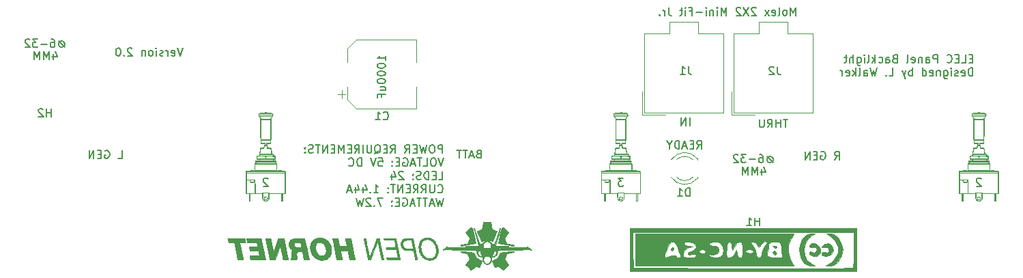
<source format=gbr>
G04 #@! TF.GenerationSoftware,KiCad,Pcbnew,(5.1.6)-1*
G04 #@! TF.CreationDate,2021-02-10T20:40:57+11:00*
G04 #@! TF.ProjectId,ELEC Panel Panel PCB V2,454c4543-2050-4616-9e65-6c2050616e65,rev?*
G04 #@! TF.SameCoordinates,Original*
G04 #@! TF.FileFunction,Legend,Bot*
G04 #@! TF.FilePolarity,Positive*
%FSLAX46Y46*%
G04 Gerber Fmt 4.6, Leading zero omitted, Abs format (unit mm)*
G04 Created by KiCad (PCBNEW (5.1.6)-1) date 2021-02-10 20:40:57*
%MOMM*%
%LPD*%
G01*
G04 APERTURE LIST*
%ADD10C,0.150000*%
%ADD11C,0.010000*%
%ADD12C,0.120000*%
%ADD13C,0.100000*%
G04 APERTURE END LIST*
D10*
X138402819Y-135351780D02*
X138736152Y-134875590D01*
X138974247Y-135351780D02*
X138974247Y-134351780D01*
X138593295Y-134351780D01*
X138498057Y-134399400D01*
X138450438Y-134447019D01*
X138402819Y-134542257D01*
X138402819Y-134685114D01*
X138450438Y-134780352D01*
X138498057Y-134827971D01*
X138593295Y-134875590D01*
X138974247Y-134875590D01*
X136688533Y-134399400D02*
X136783771Y-134351780D01*
X136926628Y-134351780D01*
X137069485Y-134399400D01*
X137164723Y-134494638D01*
X137212342Y-134589876D01*
X137259961Y-134780352D01*
X137259961Y-134923209D01*
X137212342Y-135113685D01*
X137164723Y-135208923D01*
X137069485Y-135304161D01*
X136926628Y-135351780D01*
X136831390Y-135351780D01*
X136688533Y-135304161D01*
X136640914Y-135256542D01*
X136640914Y-134923209D01*
X136831390Y-134923209D01*
X136212342Y-134827971D02*
X135879009Y-134827971D01*
X135736152Y-135351780D02*
X136212342Y-135351780D01*
X136212342Y-134351780D01*
X135736152Y-134351780D01*
X135307580Y-135351780D02*
X135307580Y-134351780D01*
X134736152Y-135351780D01*
X134736152Y-134351780D01*
X94210047Y-134650171D02*
X94067190Y-134697790D01*
X94019571Y-134745409D01*
X93971952Y-134840647D01*
X93971952Y-134983504D01*
X94019571Y-135078742D01*
X94067190Y-135126361D01*
X94162428Y-135173980D01*
X94543380Y-135173980D01*
X94543380Y-134173980D01*
X94210047Y-134173980D01*
X94114809Y-134221600D01*
X94067190Y-134269219D01*
X94019571Y-134364457D01*
X94019571Y-134459695D01*
X94067190Y-134554933D01*
X94114809Y-134602552D01*
X94210047Y-134650171D01*
X94543380Y-134650171D01*
X93591000Y-134888266D02*
X93114809Y-134888266D01*
X93686238Y-135173980D02*
X93352904Y-134173980D01*
X93019571Y-135173980D01*
X92829095Y-134173980D02*
X92257666Y-134173980D01*
X92543380Y-135173980D02*
X92543380Y-134173980D01*
X92067190Y-134173980D02*
X91495761Y-134173980D01*
X91781476Y-135173980D02*
X91781476Y-134173980D01*
X49477419Y-135224780D02*
X49953609Y-135224780D01*
X49953609Y-134224780D01*
X47858371Y-134272400D02*
X47953609Y-134224780D01*
X48096466Y-134224780D01*
X48239323Y-134272400D01*
X48334561Y-134367638D01*
X48382180Y-134462876D01*
X48429800Y-134653352D01*
X48429800Y-134796209D01*
X48382180Y-134986685D01*
X48334561Y-135081923D01*
X48239323Y-135177161D01*
X48096466Y-135224780D01*
X48001228Y-135224780D01*
X47858371Y-135177161D01*
X47810752Y-135129542D01*
X47810752Y-134796209D01*
X48001228Y-134796209D01*
X47382180Y-134700971D02*
X47048847Y-134700971D01*
X46905990Y-135224780D02*
X47382180Y-135224780D01*
X47382180Y-134224780D01*
X46905990Y-134224780D01*
X46477419Y-135224780D02*
X46477419Y-134224780D01*
X45905990Y-135224780D01*
X45905990Y-134224780D01*
X133582380Y-117492380D02*
X133582380Y-116492380D01*
X133249047Y-117206666D01*
X132915714Y-116492380D01*
X132915714Y-117492380D01*
X132296666Y-117492380D02*
X132391904Y-117444761D01*
X132439523Y-117397142D01*
X132487142Y-117301904D01*
X132487142Y-117016190D01*
X132439523Y-116920952D01*
X132391904Y-116873333D01*
X132296666Y-116825714D01*
X132153809Y-116825714D01*
X132058571Y-116873333D01*
X132010952Y-116920952D01*
X131963333Y-117016190D01*
X131963333Y-117301904D01*
X132010952Y-117397142D01*
X132058571Y-117444761D01*
X132153809Y-117492380D01*
X132296666Y-117492380D01*
X131391904Y-117492380D02*
X131487142Y-117444761D01*
X131534761Y-117349523D01*
X131534761Y-116492380D01*
X130630000Y-117444761D02*
X130725238Y-117492380D01*
X130915714Y-117492380D01*
X131010952Y-117444761D01*
X131058571Y-117349523D01*
X131058571Y-116968571D01*
X131010952Y-116873333D01*
X130915714Y-116825714D01*
X130725238Y-116825714D01*
X130630000Y-116873333D01*
X130582380Y-116968571D01*
X130582380Y-117063809D01*
X131058571Y-117159047D01*
X130249047Y-117492380D02*
X129725238Y-116825714D01*
X130249047Y-116825714D02*
X129725238Y-117492380D01*
X128630000Y-116587619D02*
X128582380Y-116540000D01*
X128487142Y-116492380D01*
X128249047Y-116492380D01*
X128153809Y-116540000D01*
X128106190Y-116587619D01*
X128058571Y-116682857D01*
X128058571Y-116778095D01*
X128106190Y-116920952D01*
X128677619Y-117492380D01*
X128058571Y-117492380D01*
X127725238Y-116492380D02*
X127058571Y-117492380D01*
X127058571Y-116492380D02*
X127725238Y-117492380D01*
X126725238Y-116587619D02*
X126677619Y-116540000D01*
X126582380Y-116492380D01*
X126344285Y-116492380D01*
X126249047Y-116540000D01*
X126201428Y-116587619D01*
X126153809Y-116682857D01*
X126153809Y-116778095D01*
X126201428Y-116920952D01*
X126772857Y-117492380D01*
X126153809Y-117492380D01*
X124963333Y-117492380D02*
X124963333Y-116492380D01*
X124630000Y-117206666D01*
X124296666Y-116492380D01*
X124296666Y-117492380D01*
X123820476Y-117492380D02*
X123820476Y-116825714D01*
X123820476Y-116492380D02*
X123868095Y-116540000D01*
X123820476Y-116587619D01*
X123772857Y-116540000D01*
X123820476Y-116492380D01*
X123820476Y-116587619D01*
X123344285Y-116825714D02*
X123344285Y-117492380D01*
X123344285Y-116920952D02*
X123296666Y-116873333D01*
X123201428Y-116825714D01*
X123058571Y-116825714D01*
X122963333Y-116873333D01*
X122915714Y-116968571D01*
X122915714Y-117492380D01*
X122439523Y-117492380D02*
X122439523Y-116825714D01*
X122439523Y-116492380D02*
X122487142Y-116540000D01*
X122439523Y-116587619D01*
X122391904Y-116540000D01*
X122439523Y-116492380D01*
X122439523Y-116587619D01*
X121963333Y-117111428D02*
X121201428Y-117111428D01*
X120391904Y-116968571D02*
X120725238Y-116968571D01*
X120725238Y-117492380D02*
X120725238Y-116492380D01*
X120249047Y-116492380D01*
X119868095Y-117492380D02*
X119868095Y-116825714D01*
X119868095Y-116492380D02*
X119915714Y-116540000D01*
X119868095Y-116587619D01*
X119820476Y-116540000D01*
X119868095Y-116492380D01*
X119868095Y-116587619D01*
X119534761Y-116825714D02*
X119153809Y-116825714D01*
X119391904Y-116492380D02*
X119391904Y-117349523D01*
X119344285Y-117444761D01*
X119249047Y-117492380D01*
X119153809Y-117492380D01*
X117772857Y-116492380D02*
X117772857Y-117206666D01*
X117820476Y-117349523D01*
X117915714Y-117444761D01*
X118058571Y-117492380D01*
X118153809Y-117492380D01*
X117296666Y-117492380D02*
X117296666Y-116825714D01*
X117296666Y-117016190D02*
X117249047Y-116920952D01*
X117201428Y-116873333D01*
X117106190Y-116825714D01*
X117010952Y-116825714D01*
X116677619Y-117397142D02*
X116630000Y-117444761D01*
X116677619Y-117492380D01*
X116725238Y-117444761D01*
X116677619Y-117397142D01*
X116677619Y-117492380D01*
X82652380Y-123056190D02*
X82652380Y-122484761D01*
X82652380Y-122770476D02*
X81652380Y-122770476D01*
X81795238Y-122675238D01*
X81890476Y-122580000D01*
X81938095Y-122484761D01*
X81652380Y-123675238D02*
X81652380Y-123770476D01*
X81700000Y-123865714D01*
X81747619Y-123913333D01*
X81842857Y-123960952D01*
X82033333Y-124008571D01*
X82271428Y-124008571D01*
X82461904Y-123960952D01*
X82557142Y-123913333D01*
X82604761Y-123865714D01*
X82652380Y-123770476D01*
X82652380Y-123675238D01*
X82604761Y-123580000D01*
X82557142Y-123532380D01*
X82461904Y-123484761D01*
X82271428Y-123437142D01*
X82033333Y-123437142D01*
X81842857Y-123484761D01*
X81747619Y-123532380D01*
X81700000Y-123580000D01*
X81652380Y-123675238D01*
X81652380Y-124627619D02*
X81652380Y-124722857D01*
X81700000Y-124818095D01*
X81747619Y-124865714D01*
X81842857Y-124913333D01*
X82033333Y-124960952D01*
X82271428Y-124960952D01*
X82461904Y-124913333D01*
X82557142Y-124865714D01*
X82604761Y-124818095D01*
X82652380Y-124722857D01*
X82652380Y-124627619D01*
X82604761Y-124532380D01*
X82557142Y-124484761D01*
X82461904Y-124437142D01*
X82271428Y-124389523D01*
X82033333Y-124389523D01*
X81842857Y-124437142D01*
X81747619Y-124484761D01*
X81700000Y-124532380D01*
X81652380Y-124627619D01*
X81652380Y-125580000D02*
X81652380Y-125675238D01*
X81700000Y-125770476D01*
X81747619Y-125818095D01*
X81842857Y-125865714D01*
X82033333Y-125913333D01*
X82271428Y-125913333D01*
X82461904Y-125865714D01*
X82557142Y-125818095D01*
X82604761Y-125770476D01*
X82652380Y-125675238D01*
X82652380Y-125580000D01*
X82604761Y-125484761D01*
X82557142Y-125437142D01*
X82461904Y-125389523D01*
X82271428Y-125341904D01*
X82033333Y-125341904D01*
X81842857Y-125389523D01*
X81747619Y-125437142D01*
X81700000Y-125484761D01*
X81652380Y-125580000D01*
X81985714Y-126770476D02*
X82652380Y-126770476D01*
X81985714Y-126341904D02*
X82509523Y-126341904D01*
X82604761Y-126389523D01*
X82652380Y-126484761D01*
X82652380Y-126627619D01*
X82604761Y-126722857D01*
X82557142Y-126770476D01*
X82128571Y-127580000D02*
X82128571Y-127246666D01*
X82652380Y-127246666D02*
X81652380Y-127246666D01*
X81652380Y-127722857D01*
X121300000Y-134002380D02*
X121633333Y-133526190D01*
X121871428Y-134002380D02*
X121871428Y-133002380D01*
X121490476Y-133002380D01*
X121395238Y-133050000D01*
X121347619Y-133097619D01*
X121300000Y-133192857D01*
X121300000Y-133335714D01*
X121347619Y-133430952D01*
X121395238Y-133478571D01*
X121490476Y-133526190D01*
X121871428Y-133526190D01*
X120871428Y-133478571D02*
X120538095Y-133478571D01*
X120395238Y-134002380D02*
X120871428Y-134002380D01*
X120871428Y-133002380D01*
X120395238Y-133002380D01*
X120014285Y-133716666D02*
X119538095Y-133716666D01*
X120109523Y-134002380D02*
X119776190Y-133002380D01*
X119442857Y-134002380D01*
X119109523Y-134002380D02*
X119109523Y-133002380D01*
X118871428Y-133002380D01*
X118728571Y-133050000D01*
X118633333Y-133145238D01*
X118585714Y-133240476D01*
X118538095Y-133430952D01*
X118538095Y-133573809D01*
X118585714Y-133764285D01*
X118633333Y-133859523D01*
X118728571Y-133954761D01*
X118871428Y-134002380D01*
X119109523Y-134002380D01*
X117919047Y-133526190D02*
X117919047Y-134002380D01*
X118252380Y-133002380D02*
X117919047Y-133526190D01*
X117585714Y-133002380D01*
X132583333Y-130362380D02*
X132011904Y-130362380D01*
X132297619Y-131362380D02*
X132297619Y-130362380D01*
X131678571Y-131362380D02*
X131678571Y-130362380D01*
X131678571Y-130838571D02*
X131107142Y-130838571D01*
X131107142Y-131362380D02*
X131107142Y-130362380D01*
X130059523Y-131362380D02*
X130392857Y-130886190D01*
X130630952Y-131362380D02*
X130630952Y-130362380D01*
X130250000Y-130362380D01*
X130154761Y-130410000D01*
X130107142Y-130457619D01*
X130059523Y-130552857D01*
X130059523Y-130695714D01*
X130107142Y-130790952D01*
X130154761Y-130838571D01*
X130250000Y-130886190D01*
X130630952Y-130886190D01*
X129630952Y-130362380D02*
X129630952Y-131171904D01*
X129583333Y-131267142D01*
X129535714Y-131314761D01*
X129440476Y-131362380D01*
X129250000Y-131362380D01*
X129154761Y-131314761D01*
X129107142Y-131267142D01*
X129059523Y-131171904D01*
X129059523Y-130362380D01*
X120393809Y-131182380D02*
X120393809Y-130182380D01*
X119917619Y-131182380D02*
X119917619Y-130182380D01*
X119346190Y-131182380D01*
X119346190Y-130182380D01*
X57505076Y-121499380D02*
X57171742Y-122499380D01*
X56838409Y-121499380D01*
X56124123Y-122451761D02*
X56219361Y-122499380D01*
X56409838Y-122499380D01*
X56505076Y-122451761D01*
X56552695Y-122356523D01*
X56552695Y-121975571D01*
X56505076Y-121880333D01*
X56409838Y-121832714D01*
X56219361Y-121832714D01*
X56124123Y-121880333D01*
X56076504Y-121975571D01*
X56076504Y-122070809D01*
X56552695Y-122166047D01*
X55647933Y-122499380D02*
X55647933Y-121832714D01*
X55647933Y-122023190D02*
X55600314Y-121927952D01*
X55552695Y-121880333D01*
X55457457Y-121832714D01*
X55362219Y-121832714D01*
X55076504Y-122451761D02*
X54981266Y-122499380D01*
X54790790Y-122499380D01*
X54695552Y-122451761D01*
X54647933Y-122356523D01*
X54647933Y-122308904D01*
X54695552Y-122213666D01*
X54790790Y-122166047D01*
X54933647Y-122166047D01*
X55028885Y-122118428D01*
X55076504Y-122023190D01*
X55076504Y-121975571D01*
X55028885Y-121880333D01*
X54933647Y-121832714D01*
X54790790Y-121832714D01*
X54695552Y-121880333D01*
X54219361Y-122499380D02*
X54219361Y-121832714D01*
X54219361Y-121499380D02*
X54266980Y-121547000D01*
X54219361Y-121594619D01*
X54171742Y-121547000D01*
X54219361Y-121499380D01*
X54219361Y-121594619D01*
X53600314Y-122499380D02*
X53695552Y-122451761D01*
X53743171Y-122404142D01*
X53790790Y-122308904D01*
X53790790Y-122023190D01*
X53743171Y-121927952D01*
X53695552Y-121880333D01*
X53600314Y-121832714D01*
X53457457Y-121832714D01*
X53362219Y-121880333D01*
X53314600Y-121927952D01*
X53266980Y-122023190D01*
X53266980Y-122308904D01*
X53314600Y-122404142D01*
X53362219Y-122451761D01*
X53457457Y-122499380D01*
X53600314Y-122499380D01*
X52838409Y-121832714D02*
X52838409Y-122499380D01*
X52838409Y-121927952D02*
X52790790Y-121880333D01*
X52695552Y-121832714D01*
X52552695Y-121832714D01*
X52457457Y-121880333D01*
X52409838Y-121975571D01*
X52409838Y-122499380D01*
X51219361Y-121594619D02*
X51171742Y-121547000D01*
X51076504Y-121499380D01*
X50838409Y-121499380D01*
X50743171Y-121547000D01*
X50695552Y-121594619D01*
X50647933Y-121689857D01*
X50647933Y-121785095D01*
X50695552Y-121927952D01*
X51266980Y-122499380D01*
X50647933Y-122499380D01*
X50219361Y-122404142D02*
X50171742Y-122451761D01*
X50219361Y-122499380D01*
X50266980Y-122451761D01*
X50219361Y-122404142D01*
X50219361Y-122499380D01*
X49552695Y-121499380D02*
X49457457Y-121499380D01*
X49362219Y-121547000D01*
X49314600Y-121594619D01*
X49266980Y-121689857D01*
X49219361Y-121880333D01*
X49219361Y-122118428D01*
X49266980Y-122308904D01*
X49314600Y-122404142D01*
X49362219Y-122451761D01*
X49457457Y-122499380D01*
X49552695Y-122499380D01*
X49647933Y-122451761D01*
X49695552Y-122404142D01*
X49743171Y-122308904D01*
X49790790Y-122118428D01*
X49790790Y-121880333D01*
X49743171Y-121689857D01*
X49695552Y-121594619D01*
X49647933Y-121547000D01*
X49552695Y-121499380D01*
X89734404Y-134522380D02*
X89734404Y-133522380D01*
X89353452Y-133522380D01*
X89258214Y-133570000D01*
X89210595Y-133617619D01*
X89162976Y-133712857D01*
X89162976Y-133855714D01*
X89210595Y-133950952D01*
X89258214Y-133998571D01*
X89353452Y-134046190D01*
X89734404Y-134046190D01*
X88543928Y-133522380D02*
X88353452Y-133522380D01*
X88258214Y-133570000D01*
X88162976Y-133665238D01*
X88115357Y-133855714D01*
X88115357Y-134189047D01*
X88162976Y-134379523D01*
X88258214Y-134474761D01*
X88353452Y-134522380D01*
X88543928Y-134522380D01*
X88639166Y-134474761D01*
X88734404Y-134379523D01*
X88782023Y-134189047D01*
X88782023Y-133855714D01*
X88734404Y-133665238D01*
X88639166Y-133570000D01*
X88543928Y-133522380D01*
X87782023Y-133522380D02*
X87543928Y-134522380D01*
X87353452Y-133808095D01*
X87162976Y-134522380D01*
X86924880Y-133522380D01*
X86543928Y-133998571D02*
X86210595Y-133998571D01*
X86067738Y-134522380D02*
X86543928Y-134522380D01*
X86543928Y-133522380D01*
X86067738Y-133522380D01*
X85067738Y-134522380D02*
X85401071Y-134046190D01*
X85639166Y-134522380D02*
X85639166Y-133522380D01*
X85258214Y-133522380D01*
X85162976Y-133570000D01*
X85115357Y-133617619D01*
X85067738Y-133712857D01*
X85067738Y-133855714D01*
X85115357Y-133950952D01*
X85162976Y-133998571D01*
X85258214Y-134046190D01*
X85639166Y-134046190D01*
X83305833Y-134522380D02*
X83639166Y-134046190D01*
X83877261Y-134522380D02*
X83877261Y-133522380D01*
X83496309Y-133522380D01*
X83401071Y-133570000D01*
X83353452Y-133617619D01*
X83305833Y-133712857D01*
X83305833Y-133855714D01*
X83353452Y-133950952D01*
X83401071Y-133998571D01*
X83496309Y-134046190D01*
X83877261Y-134046190D01*
X82877261Y-133998571D02*
X82543928Y-133998571D01*
X82401071Y-134522380D02*
X82877261Y-134522380D01*
X82877261Y-133522380D01*
X82401071Y-133522380D01*
X81305833Y-134617619D02*
X81401071Y-134570000D01*
X81496309Y-134474761D01*
X81639166Y-134331904D01*
X81734404Y-134284285D01*
X81829642Y-134284285D01*
X81782023Y-134522380D02*
X81877261Y-134474761D01*
X81972500Y-134379523D01*
X82020119Y-134189047D01*
X82020119Y-133855714D01*
X81972500Y-133665238D01*
X81877261Y-133570000D01*
X81782023Y-133522380D01*
X81591547Y-133522380D01*
X81496309Y-133570000D01*
X81401071Y-133665238D01*
X81353452Y-133855714D01*
X81353452Y-134189047D01*
X81401071Y-134379523D01*
X81496309Y-134474761D01*
X81591547Y-134522380D01*
X81782023Y-134522380D01*
X80924880Y-133522380D02*
X80924880Y-134331904D01*
X80877261Y-134427142D01*
X80829642Y-134474761D01*
X80734404Y-134522380D01*
X80543928Y-134522380D01*
X80448690Y-134474761D01*
X80401071Y-134427142D01*
X80353452Y-134331904D01*
X80353452Y-133522380D01*
X79877261Y-134522380D02*
X79877261Y-133522380D01*
X78829642Y-134522380D02*
X79162976Y-134046190D01*
X79401071Y-134522380D02*
X79401071Y-133522380D01*
X79020119Y-133522380D01*
X78924880Y-133570000D01*
X78877261Y-133617619D01*
X78829642Y-133712857D01*
X78829642Y-133855714D01*
X78877261Y-133950952D01*
X78924880Y-133998571D01*
X79020119Y-134046190D01*
X79401071Y-134046190D01*
X78401071Y-133998571D02*
X78067738Y-133998571D01*
X77924880Y-134522380D02*
X78401071Y-134522380D01*
X78401071Y-133522380D01*
X77924880Y-133522380D01*
X77496309Y-134522380D02*
X77496309Y-133522380D01*
X77162976Y-134236666D01*
X76829642Y-133522380D01*
X76829642Y-134522380D01*
X76353452Y-133998571D02*
X76020119Y-133998571D01*
X75877261Y-134522380D02*
X76353452Y-134522380D01*
X76353452Y-133522380D01*
X75877261Y-133522380D01*
X75448690Y-134522380D02*
X75448690Y-133522380D01*
X74877261Y-134522380D01*
X74877261Y-133522380D01*
X74543928Y-133522380D02*
X73972500Y-133522380D01*
X74258214Y-134522380D02*
X74258214Y-133522380D01*
X73686785Y-134474761D02*
X73543928Y-134522380D01*
X73305833Y-134522380D01*
X73210595Y-134474761D01*
X73162976Y-134427142D01*
X73115357Y-134331904D01*
X73115357Y-134236666D01*
X73162976Y-134141428D01*
X73210595Y-134093809D01*
X73305833Y-134046190D01*
X73496309Y-133998571D01*
X73591547Y-133950952D01*
X73639166Y-133903333D01*
X73686785Y-133808095D01*
X73686785Y-133712857D01*
X73639166Y-133617619D01*
X73591547Y-133570000D01*
X73496309Y-133522380D01*
X73258214Y-133522380D01*
X73115357Y-133570000D01*
X72686785Y-134427142D02*
X72639166Y-134474761D01*
X72686785Y-134522380D01*
X72734404Y-134474761D01*
X72686785Y-134427142D01*
X72686785Y-134522380D01*
X72686785Y-133903333D02*
X72639166Y-133950952D01*
X72686785Y-133998571D01*
X72734404Y-133950952D01*
X72686785Y-133903333D01*
X72686785Y-133998571D01*
X89877261Y-135172380D02*
X89543928Y-136172380D01*
X89210595Y-135172380D01*
X88686785Y-135172380D02*
X88496309Y-135172380D01*
X88401071Y-135220000D01*
X88305833Y-135315238D01*
X88258214Y-135505714D01*
X88258214Y-135839047D01*
X88305833Y-136029523D01*
X88401071Y-136124761D01*
X88496309Y-136172380D01*
X88686785Y-136172380D01*
X88782023Y-136124761D01*
X88877261Y-136029523D01*
X88924880Y-135839047D01*
X88924880Y-135505714D01*
X88877261Y-135315238D01*
X88782023Y-135220000D01*
X88686785Y-135172380D01*
X87353452Y-136172380D02*
X87829642Y-136172380D01*
X87829642Y-135172380D01*
X87162976Y-135172380D02*
X86591547Y-135172380D01*
X86877261Y-136172380D02*
X86877261Y-135172380D01*
X86305833Y-135886666D02*
X85829642Y-135886666D01*
X86401071Y-136172380D02*
X86067738Y-135172380D01*
X85734404Y-136172380D01*
X84877261Y-135220000D02*
X84972500Y-135172380D01*
X85115357Y-135172380D01*
X85258214Y-135220000D01*
X85353452Y-135315238D01*
X85401071Y-135410476D01*
X85448690Y-135600952D01*
X85448690Y-135743809D01*
X85401071Y-135934285D01*
X85353452Y-136029523D01*
X85258214Y-136124761D01*
X85115357Y-136172380D01*
X85020119Y-136172380D01*
X84877261Y-136124761D01*
X84829642Y-136077142D01*
X84829642Y-135743809D01*
X85020119Y-135743809D01*
X84401071Y-135648571D02*
X84067738Y-135648571D01*
X83924880Y-136172380D02*
X84401071Y-136172380D01*
X84401071Y-135172380D01*
X83924880Y-135172380D01*
X83496309Y-136077142D02*
X83448690Y-136124761D01*
X83496309Y-136172380D01*
X83543928Y-136124761D01*
X83496309Y-136077142D01*
X83496309Y-136172380D01*
X83496309Y-135553333D02*
X83448690Y-135600952D01*
X83496309Y-135648571D01*
X83543928Y-135600952D01*
X83496309Y-135553333D01*
X83496309Y-135648571D01*
X81782023Y-135172380D02*
X82258214Y-135172380D01*
X82305833Y-135648571D01*
X82258214Y-135600952D01*
X82162976Y-135553333D01*
X81924880Y-135553333D01*
X81829642Y-135600952D01*
X81782023Y-135648571D01*
X81734404Y-135743809D01*
X81734404Y-135981904D01*
X81782023Y-136077142D01*
X81829642Y-136124761D01*
X81924880Y-136172380D01*
X82162976Y-136172380D01*
X82258214Y-136124761D01*
X82305833Y-136077142D01*
X81448690Y-135172380D02*
X81115357Y-136172380D01*
X80782023Y-135172380D01*
X79686785Y-136172380D02*
X79686785Y-135172380D01*
X79448690Y-135172380D01*
X79305833Y-135220000D01*
X79210595Y-135315238D01*
X79162976Y-135410476D01*
X79115357Y-135600952D01*
X79115357Y-135743809D01*
X79162976Y-135934285D01*
X79210595Y-136029523D01*
X79305833Y-136124761D01*
X79448690Y-136172380D01*
X79686785Y-136172380D01*
X78115357Y-136077142D02*
X78162976Y-136124761D01*
X78305833Y-136172380D01*
X78401071Y-136172380D01*
X78543928Y-136124761D01*
X78639166Y-136029523D01*
X78686785Y-135934285D01*
X78734404Y-135743809D01*
X78734404Y-135600952D01*
X78686785Y-135410476D01*
X78639166Y-135315238D01*
X78543928Y-135220000D01*
X78401071Y-135172380D01*
X78305833Y-135172380D01*
X78162976Y-135220000D01*
X78115357Y-135267619D01*
X89258214Y-137822380D02*
X89734404Y-137822380D01*
X89734404Y-136822380D01*
X88924880Y-137298571D02*
X88591547Y-137298571D01*
X88448690Y-137822380D02*
X88924880Y-137822380D01*
X88924880Y-136822380D01*
X88448690Y-136822380D01*
X88020119Y-137822380D02*
X88020119Y-136822380D01*
X87782023Y-136822380D01*
X87639166Y-136870000D01*
X87543928Y-136965238D01*
X87496309Y-137060476D01*
X87448690Y-137250952D01*
X87448690Y-137393809D01*
X87496309Y-137584285D01*
X87543928Y-137679523D01*
X87639166Y-137774761D01*
X87782023Y-137822380D01*
X88020119Y-137822380D01*
X87067738Y-137774761D02*
X86924880Y-137822380D01*
X86686785Y-137822380D01*
X86591547Y-137774761D01*
X86543928Y-137727142D01*
X86496309Y-137631904D01*
X86496309Y-137536666D01*
X86543928Y-137441428D01*
X86591547Y-137393809D01*
X86686785Y-137346190D01*
X86877261Y-137298571D01*
X86972500Y-137250952D01*
X87020119Y-137203333D01*
X87067738Y-137108095D01*
X87067738Y-137012857D01*
X87020119Y-136917619D01*
X86972500Y-136870000D01*
X86877261Y-136822380D01*
X86639166Y-136822380D01*
X86496309Y-136870000D01*
X86067738Y-137727142D02*
X86020119Y-137774761D01*
X86067738Y-137822380D01*
X86115357Y-137774761D01*
X86067738Y-137727142D01*
X86067738Y-137822380D01*
X86067738Y-137203333D02*
X86020119Y-137250952D01*
X86067738Y-137298571D01*
X86115357Y-137250952D01*
X86067738Y-137203333D01*
X86067738Y-137298571D01*
X84877261Y-136917619D02*
X84829642Y-136870000D01*
X84734404Y-136822380D01*
X84496309Y-136822380D01*
X84401071Y-136870000D01*
X84353452Y-136917619D01*
X84305833Y-137012857D01*
X84305833Y-137108095D01*
X84353452Y-137250952D01*
X84924880Y-137822380D01*
X84305833Y-137822380D01*
X83448690Y-137155714D02*
X83448690Y-137822380D01*
X83686785Y-136774761D02*
X83924880Y-137489047D01*
X83305833Y-137489047D01*
X89162976Y-139377142D02*
X89210595Y-139424761D01*
X89353452Y-139472380D01*
X89448690Y-139472380D01*
X89591547Y-139424761D01*
X89686785Y-139329523D01*
X89734404Y-139234285D01*
X89782023Y-139043809D01*
X89782023Y-138900952D01*
X89734404Y-138710476D01*
X89686785Y-138615238D01*
X89591547Y-138520000D01*
X89448690Y-138472380D01*
X89353452Y-138472380D01*
X89210595Y-138520000D01*
X89162976Y-138567619D01*
X88734404Y-138472380D02*
X88734404Y-139281904D01*
X88686785Y-139377142D01*
X88639166Y-139424761D01*
X88543928Y-139472380D01*
X88353452Y-139472380D01*
X88258214Y-139424761D01*
X88210595Y-139377142D01*
X88162976Y-139281904D01*
X88162976Y-138472380D01*
X87115357Y-139472380D02*
X87448690Y-138996190D01*
X87686785Y-139472380D02*
X87686785Y-138472380D01*
X87305833Y-138472380D01*
X87210595Y-138520000D01*
X87162976Y-138567619D01*
X87115357Y-138662857D01*
X87115357Y-138805714D01*
X87162976Y-138900952D01*
X87210595Y-138948571D01*
X87305833Y-138996190D01*
X87686785Y-138996190D01*
X86115357Y-139472380D02*
X86448690Y-138996190D01*
X86686785Y-139472380D02*
X86686785Y-138472380D01*
X86305833Y-138472380D01*
X86210595Y-138520000D01*
X86162976Y-138567619D01*
X86115357Y-138662857D01*
X86115357Y-138805714D01*
X86162976Y-138900952D01*
X86210595Y-138948571D01*
X86305833Y-138996190D01*
X86686785Y-138996190D01*
X85686785Y-138948571D02*
X85353452Y-138948571D01*
X85210595Y-139472380D02*
X85686785Y-139472380D01*
X85686785Y-138472380D01*
X85210595Y-138472380D01*
X84782023Y-139472380D02*
X84782023Y-138472380D01*
X84210595Y-139472380D01*
X84210595Y-138472380D01*
X83877261Y-138472380D02*
X83305833Y-138472380D01*
X83591547Y-139472380D02*
X83591547Y-138472380D01*
X82972500Y-139377142D02*
X82924880Y-139424761D01*
X82972500Y-139472380D01*
X83020119Y-139424761D01*
X82972500Y-139377142D01*
X82972500Y-139472380D01*
X82972500Y-138853333D02*
X82924880Y-138900952D01*
X82972500Y-138948571D01*
X83020119Y-138900952D01*
X82972500Y-138853333D01*
X82972500Y-138948571D01*
X81210595Y-139472380D02*
X81782023Y-139472380D01*
X81496309Y-139472380D02*
X81496309Y-138472380D01*
X81591547Y-138615238D01*
X81686785Y-138710476D01*
X81782023Y-138758095D01*
X80782023Y-139377142D02*
X80734404Y-139424761D01*
X80782023Y-139472380D01*
X80829642Y-139424761D01*
X80782023Y-139377142D01*
X80782023Y-139472380D01*
X79877261Y-138805714D02*
X79877261Y-139472380D01*
X80115357Y-138424761D02*
X80353452Y-139139047D01*
X79734404Y-139139047D01*
X78924880Y-138805714D02*
X78924880Y-139472380D01*
X79162976Y-138424761D02*
X79401071Y-139139047D01*
X78782023Y-139139047D01*
X78448690Y-139186666D02*
X77972500Y-139186666D01*
X78543928Y-139472380D02*
X78210595Y-138472380D01*
X77877261Y-139472380D01*
X89829642Y-140122380D02*
X89591547Y-141122380D01*
X89401071Y-140408095D01*
X89210595Y-141122380D01*
X88972500Y-140122380D01*
X88639166Y-140836666D02*
X88162976Y-140836666D01*
X88734404Y-141122380D02*
X88401071Y-140122380D01*
X88067738Y-141122380D01*
X87877261Y-140122380D02*
X87305833Y-140122380D01*
X87591547Y-141122380D02*
X87591547Y-140122380D01*
X87115357Y-140122380D02*
X86543928Y-140122380D01*
X86829642Y-141122380D02*
X86829642Y-140122380D01*
X86258214Y-140836666D02*
X85782023Y-140836666D01*
X86353452Y-141122380D02*
X86020119Y-140122380D01*
X85686785Y-141122380D01*
X84829642Y-140170000D02*
X84924880Y-140122380D01*
X85067738Y-140122380D01*
X85210595Y-140170000D01*
X85305833Y-140265238D01*
X85353452Y-140360476D01*
X85401071Y-140550952D01*
X85401071Y-140693809D01*
X85353452Y-140884285D01*
X85305833Y-140979523D01*
X85210595Y-141074761D01*
X85067738Y-141122380D01*
X84972500Y-141122380D01*
X84829642Y-141074761D01*
X84782023Y-141027142D01*
X84782023Y-140693809D01*
X84972500Y-140693809D01*
X84353452Y-140598571D02*
X84020119Y-140598571D01*
X83877261Y-141122380D02*
X84353452Y-141122380D01*
X84353452Y-140122380D01*
X83877261Y-140122380D01*
X83448690Y-141027142D02*
X83401071Y-141074761D01*
X83448690Y-141122380D01*
X83496309Y-141074761D01*
X83448690Y-141027142D01*
X83448690Y-141122380D01*
X83448690Y-140503333D02*
X83401071Y-140550952D01*
X83448690Y-140598571D01*
X83496309Y-140550952D01*
X83448690Y-140503333D01*
X83448690Y-140598571D01*
X82305833Y-140122380D02*
X81639166Y-140122380D01*
X82067738Y-141122380D01*
X81258214Y-141027142D02*
X81210595Y-141074761D01*
X81258214Y-141122380D01*
X81305833Y-141074761D01*
X81258214Y-141027142D01*
X81258214Y-141122380D01*
X80829642Y-140217619D02*
X80782023Y-140170000D01*
X80686785Y-140122380D01*
X80448690Y-140122380D01*
X80353452Y-140170000D01*
X80305833Y-140217619D01*
X80258214Y-140312857D01*
X80258214Y-140408095D01*
X80305833Y-140550952D01*
X80877261Y-141122380D01*
X80258214Y-141122380D01*
X79924880Y-140122380D02*
X79686785Y-141122380D01*
X79496309Y-140408095D01*
X79305833Y-141122380D01*
X79067738Y-140122380D01*
X155514404Y-122823571D02*
X155181071Y-122823571D01*
X155038214Y-123347380D02*
X155514404Y-123347380D01*
X155514404Y-122347380D01*
X155038214Y-122347380D01*
X154133452Y-123347380D02*
X154609642Y-123347380D01*
X154609642Y-122347380D01*
X153800119Y-122823571D02*
X153466785Y-122823571D01*
X153323928Y-123347380D02*
X153800119Y-123347380D01*
X153800119Y-122347380D01*
X153323928Y-122347380D01*
X152323928Y-123252142D02*
X152371547Y-123299761D01*
X152514404Y-123347380D01*
X152609642Y-123347380D01*
X152752500Y-123299761D01*
X152847738Y-123204523D01*
X152895357Y-123109285D01*
X152942976Y-122918809D01*
X152942976Y-122775952D01*
X152895357Y-122585476D01*
X152847738Y-122490238D01*
X152752500Y-122395000D01*
X152609642Y-122347380D01*
X152514404Y-122347380D01*
X152371547Y-122395000D01*
X152323928Y-122442619D01*
X151133452Y-123347380D02*
X151133452Y-122347380D01*
X150752500Y-122347380D01*
X150657261Y-122395000D01*
X150609642Y-122442619D01*
X150562023Y-122537857D01*
X150562023Y-122680714D01*
X150609642Y-122775952D01*
X150657261Y-122823571D01*
X150752500Y-122871190D01*
X151133452Y-122871190D01*
X149704880Y-123347380D02*
X149704880Y-122823571D01*
X149752500Y-122728333D01*
X149847738Y-122680714D01*
X150038214Y-122680714D01*
X150133452Y-122728333D01*
X149704880Y-123299761D02*
X149800119Y-123347380D01*
X150038214Y-123347380D01*
X150133452Y-123299761D01*
X150181071Y-123204523D01*
X150181071Y-123109285D01*
X150133452Y-123014047D01*
X150038214Y-122966428D01*
X149800119Y-122966428D01*
X149704880Y-122918809D01*
X149228690Y-122680714D02*
X149228690Y-123347380D01*
X149228690Y-122775952D02*
X149181071Y-122728333D01*
X149085833Y-122680714D01*
X148942976Y-122680714D01*
X148847738Y-122728333D01*
X148800119Y-122823571D01*
X148800119Y-123347380D01*
X147942976Y-123299761D02*
X148038214Y-123347380D01*
X148228690Y-123347380D01*
X148323928Y-123299761D01*
X148371547Y-123204523D01*
X148371547Y-122823571D01*
X148323928Y-122728333D01*
X148228690Y-122680714D01*
X148038214Y-122680714D01*
X147942976Y-122728333D01*
X147895357Y-122823571D01*
X147895357Y-122918809D01*
X148371547Y-123014047D01*
X147323928Y-123347380D02*
X147419166Y-123299761D01*
X147466785Y-123204523D01*
X147466785Y-122347380D01*
X145847738Y-122823571D02*
X145704880Y-122871190D01*
X145657261Y-122918809D01*
X145609642Y-123014047D01*
X145609642Y-123156904D01*
X145657261Y-123252142D01*
X145704880Y-123299761D01*
X145800119Y-123347380D01*
X146181071Y-123347380D01*
X146181071Y-122347380D01*
X145847738Y-122347380D01*
X145752500Y-122395000D01*
X145704880Y-122442619D01*
X145657261Y-122537857D01*
X145657261Y-122633095D01*
X145704880Y-122728333D01*
X145752500Y-122775952D01*
X145847738Y-122823571D01*
X146181071Y-122823571D01*
X144752500Y-123347380D02*
X144752500Y-122823571D01*
X144800119Y-122728333D01*
X144895357Y-122680714D01*
X145085833Y-122680714D01*
X145181071Y-122728333D01*
X144752500Y-123299761D02*
X144847738Y-123347380D01*
X145085833Y-123347380D01*
X145181071Y-123299761D01*
X145228690Y-123204523D01*
X145228690Y-123109285D01*
X145181071Y-123014047D01*
X145085833Y-122966428D01*
X144847738Y-122966428D01*
X144752500Y-122918809D01*
X143847738Y-123299761D02*
X143942976Y-123347380D01*
X144133452Y-123347380D01*
X144228690Y-123299761D01*
X144276309Y-123252142D01*
X144323928Y-123156904D01*
X144323928Y-122871190D01*
X144276309Y-122775952D01*
X144228690Y-122728333D01*
X144133452Y-122680714D01*
X143942976Y-122680714D01*
X143847738Y-122728333D01*
X143419166Y-123347380D02*
X143419166Y-122347380D01*
X143323928Y-122966428D02*
X143038214Y-123347380D01*
X143038214Y-122680714D02*
X143419166Y-123061666D01*
X142466785Y-123347380D02*
X142562023Y-123299761D01*
X142609642Y-123204523D01*
X142609642Y-122347380D01*
X142085833Y-123347380D02*
X142085833Y-122680714D01*
X142085833Y-122347380D02*
X142133452Y-122395000D01*
X142085833Y-122442619D01*
X142038214Y-122395000D01*
X142085833Y-122347380D01*
X142085833Y-122442619D01*
X141181071Y-122680714D02*
X141181071Y-123490238D01*
X141228690Y-123585476D01*
X141276309Y-123633095D01*
X141371547Y-123680714D01*
X141514404Y-123680714D01*
X141609642Y-123633095D01*
X141181071Y-123299761D02*
X141276309Y-123347380D01*
X141466785Y-123347380D01*
X141562023Y-123299761D01*
X141609642Y-123252142D01*
X141657261Y-123156904D01*
X141657261Y-122871190D01*
X141609642Y-122775952D01*
X141562023Y-122728333D01*
X141466785Y-122680714D01*
X141276309Y-122680714D01*
X141181071Y-122728333D01*
X140704880Y-123347380D02*
X140704880Y-122347380D01*
X140276309Y-123347380D02*
X140276309Y-122823571D01*
X140323928Y-122728333D01*
X140419166Y-122680714D01*
X140562023Y-122680714D01*
X140657261Y-122728333D01*
X140704880Y-122775952D01*
X139942976Y-122680714D02*
X139562023Y-122680714D01*
X139800119Y-122347380D02*
X139800119Y-123204523D01*
X139752500Y-123299761D01*
X139657261Y-123347380D01*
X139562023Y-123347380D01*
X155514404Y-124997380D02*
X155514404Y-123997380D01*
X155276309Y-123997380D01*
X155133452Y-124045000D01*
X155038214Y-124140238D01*
X154990595Y-124235476D01*
X154942976Y-124425952D01*
X154942976Y-124568809D01*
X154990595Y-124759285D01*
X155038214Y-124854523D01*
X155133452Y-124949761D01*
X155276309Y-124997380D01*
X155514404Y-124997380D01*
X154133452Y-124949761D02*
X154228690Y-124997380D01*
X154419166Y-124997380D01*
X154514404Y-124949761D01*
X154562023Y-124854523D01*
X154562023Y-124473571D01*
X154514404Y-124378333D01*
X154419166Y-124330714D01*
X154228690Y-124330714D01*
X154133452Y-124378333D01*
X154085833Y-124473571D01*
X154085833Y-124568809D01*
X154562023Y-124664047D01*
X153704880Y-124949761D02*
X153609642Y-124997380D01*
X153419166Y-124997380D01*
X153323928Y-124949761D01*
X153276309Y-124854523D01*
X153276309Y-124806904D01*
X153323928Y-124711666D01*
X153419166Y-124664047D01*
X153562023Y-124664047D01*
X153657261Y-124616428D01*
X153704880Y-124521190D01*
X153704880Y-124473571D01*
X153657261Y-124378333D01*
X153562023Y-124330714D01*
X153419166Y-124330714D01*
X153323928Y-124378333D01*
X152847738Y-124997380D02*
X152847738Y-124330714D01*
X152847738Y-123997380D02*
X152895357Y-124045000D01*
X152847738Y-124092619D01*
X152800119Y-124045000D01*
X152847738Y-123997380D01*
X152847738Y-124092619D01*
X151942976Y-124330714D02*
X151942976Y-125140238D01*
X151990595Y-125235476D01*
X152038214Y-125283095D01*
X152133452Y-125330714D01*
X152276309Y-125330714D01*
X152371547Y-125283095D01*
X151942976Y-124949761D02*
X152038214Y-124997380D01*
X152228690Y-124997380D01*
X152323928Y-124949761D01*
X152371547Y-124902142D01*
X152419166Y-124806904D01*
X152419166Y-124521190D01*
X152371547Y-124425952D01*
X152323928Y-124378333D01*
X152228690Y-124330714D01*
X152038214Y-124330714D01*
X151942976Y-124378333D01*
X151466785Y-124330714D02*
X151466785Y-124997380D01*
X151466785Y-124425952D02*
X151419166Y-124378333D01*
X151323928Y-124330714D01*
X151181071Y-124330714D01*
X151085833Y-124378333D01*
X151038214Y-124473571D01*
X151038214Y-124997380D01*
X150181071Y-124949761D02*
X150276309Y-124997380D01*
X150466785Y-124997380D01*
X150562023Y-124949761D01*
X150609642Y-124854523D01*
X150609642Y-124473571D01*
X150562023Y-124378333D01*
X150466785Y-124330714D01*
X150276309Y-124330714D01*
X150181071Y-124378333D01*
X150133452Y-124473571D01*
X150133452Y-124568809D01*
X150609642Y-124664047D01*
X149276309Y-124997380D02*
X149276309Y-123997380D01*
X149276309Y-124949761D02*
X149371547Y-124997380D01*
X149562023Y-124997380D01*
X149657261Y-124949761D01*
X149704880Y-124902142D01*
X149752500Y-124806904D01*
X149752500Y-124521190D01*
X149704880Y-124425952D01*
X149657261Y-124378333D01*
X149562023Y-124330714D01*
X149371547Y-124330714D01*
X149276309Y-124378333D01*
X148038214Y-124997380D02*
X148038214Y-123997380D01*
X148038214Y-124378333D02*
X147942976Y-124330714D01*
X147752500Y-124330714D01*
X147657261Y-124378333D01*
X147609642Y-124425952D01*
X147562023Y-124521190D01*
X147562023Y-124806904D01*
X147609642Y-124902142D01*
X147657261Y-124949761D01*
X147752500Y-124997380D01*
X147942976Y-124997380D01*
X148038214Y-124949761D01*
X147228690Y-124330714D02*
X146990595Y-124997380D01*
X146752500Y-124330714D02*
X146990595Y-124997380D01*
X147085833Y-125235476D01*
X147133452Y-125283095D01*
X147228690Y-125330714D01*
X145133452Y-124997380D02*
X145609642Y-124997380D01*
X145609642Y-123997380D01*
X144800119Y-124902142D02*
X144752500Y-124949761D01*
X144800119Y-124997380D01*
X144847738Y-124949761D01*
X144800119Y-124902142D01*
X144800119Y-124997380D01*
X143657261Y-123997380D02*
X143419166Y-124997380D01*
X143228690Y-124283095D01*
X143038214Y-124997380D01*
X142800119Y-123997380D01*
X141990595Y-124997380D02*
X141990595Y-124473571D01*
X142038214Y-124378333D01*
X142133452Y-124330714D01*
X142323928Y-124330714D01*
X142419166Y-124378333D01*
X141990595Y-124949761D02*
X142085833Y-124997380D01*
X142323928Y-124997380D01*
X142419166Y-124949761D01*
X142466785Y-124854523D01*
X142466785Y-124759285D01*
X142419166Y-124664047D01*
X142323928Y-124616428D01*
X142085833Y-124616428D01*
X141990595Y-124568809D01*
X141371547Y-124997380D02*
X141466785Y-124949761D01*
X141514404Y-124854523D01*
X141514404Y-123997380D01*
X140990595Y-124997380D02*
X140990595Y-123997380D01*
X140895357Y-124616428D02*
X140609642Y-124997380D01*
X140609642Y-124330714D02*
X140990595Y-124711666D01*
X139800119Y-124949761D02*
X139895357Y-124997380D01*
X140085833Y-124997380D01*
X140181071Y-124949761D01*
X140228690Y-124854523D01*
X140228690Y-124473571D01*
X140181071Y-124378333D01*
X140085833Y-124330714D01*
X139895357Y-124330714D01*
X139800119Y-124378333D01*
X139752500Y-124473571D01*
X139752500Y-124568809D01*
X140228690Y-124664047D01*
X139323928Y-124997380D02*
X139323928Y-124330714D01*
X139323928Y-124521190D02*
X139276309Y-124425952D01*
X139228690Y-124378333D01*
X139133452Y-124330714D01*
X139038214Y-124330714D01*
D11*
G04 #@! TO.C,G4*
G36*
X98538870Y-146698169D02*
G01*
X98526057Y-146699538D01*
X98505826Y-146701753D01*
X98478674Y-146704755D01*
X98445097Y-146708489D01*
X98405594Y-146712899D01*
X98360660Y-146717929D01*
X98310793Y-146723522D01*
X98256491Y-146729622D01*
X98198249Y-146736173D01*
X98136566Y-146743118D01*
X98071938Y-146750402D01*
X98004862Y-146757968D01*
X97935835Y-146765760D01*
X97865355Y-146773721D01*
X97793919Y-146781796D01*
X97722022Y-146789928D01*
X97650164Y-146798061D01*
X97578840Y-146806139D01*
X97508548Y-146814105D01*
X97439784Y-146821904D01*
X97373047Y-146829478D01*
X97308832Y-146836773D01*
X97247637Y-146843731D01*
X97189959Y-146850296D01*
X97136295Y-146856413D01*
X97087142Y-146862024D01*
X97042998Y-146867074D01*
X97004358Y-146871506D01*
X96971721Y-146875265D01*
X96945584Y-146878293D01*
X96926442Y-146880536D01*
X96914794Y-146881935D01*
X96911738Y-146882329D01*
X96900177Y-146884787D01*
X96894389Y-146889150D01*
X96891800Y-146896758D01*
X96889553Y-146903171D01*
X96884162Y-146916398D01*
X96876020Y-146935563D01*
X96865522Y-146959790D01*
X96853062Y-146988200D01*
X96839034Y-147019917D01*
X96823832Y-147054065D01*
X96807850Y-147089766D01*
X96791483Y-147126144D01*
X96775125Y-147162321D01*
X96759171Y-147197422D01*
X96744013Y-147230568D01*
X96730047Y-147260883D01*
X96717667Y-147287490D01*
X96707267Y-147309513D01*
X96699241Y-147326074D01*
X96695307Y-147333832D01*
X96674436Y-147369167D01*
X96647821Y-147407331D01*
X96616899Y-147446670D01*
X96583110Y-147485530D01*
X96547893Y-147522259D01*
X96512685Y-147555202D01*
X96478926Y-147582708D01*
X96478433Y-147583074D01*
X96470815Y-147588146D01*
X96456594Y-147597033D01*
X96436493Y-147609308D01*
X96411238Y-147624545D01*
X96381554Y-147642319D01*
X96348165Y-147662204D01*
X96311797Y-147683775D01*
X96273174Y-147706605D01*
X96233021Y-147730269D01*
X96192063Y-147754341D01*
X96151024Y-147778396D01*
X96110630Y-147802008D01*
X96071606Y-147824750D01*
X96034675Y-147846198D01*
X96000564Y-147865925D01*
X95969996Y-147883506D01*
X95943698Y-147898515D01*
X95922392Y-147910526D01*
X95906806Y-147919114D01*
X95901527Y-147921917D01*
X95882659Y-147931716D01*
X96042948Y-148319066D01*
X96071406Y-148387694D01*
X96097520Y-148450369D01*
X96121201Y-148506889D01*
X96142362Y-148557048D01*
X96160916Y-148600642D01*
X96176774Y-148637467D01*
X96189850Y-148667320D01*
X96200055Y-148689995D01*
X96207302Y-148705289D01*
X96211505Y-148712997D01*
X96212187Y-148713825D01*
X96223067Y-148719542D01*
X96231996Y-148721233D01*
X96238024Y-148719286D01*
X96250640Y-148713729D01*
X96268988Y-148704987D01*
X96292213Y-148693486D01*
X96319458Y-148679652D01*
X96349869Y-148663910D01*
X96382591Y-148646687D01*
X96393657Y-148640800D01*
X96432894Y-148619925D01*
X96465452Y-148602782D01*
X96492090Y-148589061D01*
X96513568Y-148578448D01*
X96530646Y-148570633D01*
X96544084Y-148565306D01*
X96554640Y-148562154D01*
X96563076Y-148560866D01*
X96570150Y-148561131D01*
X96576622Y-148562639D01*
X96580816Y-148564118D01*
X96585660Y-148567014D01*
X96596977Y-148574371D01*
X96614265Y-148585851D01*
X96637024Y-148601113D01*
X96664752Y-148619819D01*
X96696949Y-148641628D01*
X96733113Y-148666201D01*
X96772744Y-148693199D01*
X96815340Y-148722282D01*
X96860400Y-148753110D01*
X96907423Y-148785345D01*
X96918166Y-148792718D01*
X96974322Y-148831263D01*
X97023932Y-148865285D01*
X97067434Y-148895050D01*
X97105264Y-148920821D01*
X97137859Y-148942866D01*
X97165657Y-148961448D01*
X97189094Y-148976833D01*
X97208607Y-148989286D01*
X97224634Y-148999073D01*
X97237610Y-149006458D01*
X97247974Y-149011708D01*
X97256163Y-149015086D01*
X97262612Y-149016859D01*
X97267760Y-149017291D01*
X97272043Y-149016648D01*
X97275898Y-149015195D01*
X97279763Y-149013197D01*
X97280650Y-149012715D01*
X97285189Y-149008898D01*
X97295183Y-148999564D01*
X97310132Y-148985212D01*
X97329538Y-148966340D01*
X97352904Y-148943447D01*
X97379730Y-148917031D01*
X97409519Y-148887590D01*
X97441772Y-148855622D01*
X97475990Y-148821627D01*
X97511675Y-148786101D01*
X97548330Y-148749544D01*
X97585455Y-148712453D01*
X97622553Y-148675328D01*
X97659124Y-148638665D01*
X97694671Y-148602965D01*
X97728695Y-148568724D01*
X97760699Y-148536442D01*
X97790182Y-148506616D01*
X97816648Y-148479745D01*
X97839598Y-148456327D01*
X97858534Y-148436860D01*
X97872956Y-148421844D01*
X97882368Y-148411775D01*
X97886270Y-148407153D01*
X97886289Y-148407118D01*
X97890465Y-148397869D01*
X97892274Y-148388954D01*
X97891285Y-148379203D01*
X97887061Y-148367445D01*
X97879169Y-148352509D01*
X97867174Y-148333225D01*
X97850643Y-148308422D01*
X97848520Y-148305293D01*
X97838883Y-148291148D01*
X97824945Y-148270745D01*
X97807199Y-148244807D01*
X97786140Y-148214055D01*
X97762261Y-148179208D01*
X97736056Y-148140987D01*
X97708021Y-148100115D01*
X97678648Y-148057311D01*
X97648433Y-148013296D01*
X97621479Y-147974050D01*
X97592098Y-147931209D01*
X97564024Y-147890144D01*
X97537642Y-147851427D01*
X97513336Y-147815626D01*
X97491490Y-147783312D01*
X97472489Y-147755056D01*
X97456717Y-147731427D01*
X97444559Y-147712995D01*
X97436399Y-147700331D01*
X97432621Y-147694005D01*
X97432493Y-147693727D01*
X97428391Y-147680636D01*
X97426700Y-147668447D01*
X97428264Y-147662339D01*
X97432764Y-147649125D01*
X97439909Y-147629530D01*
X97449410Y-147604275D01*
X97460977Y-147574084D01*
X97474319Y-147539679D01*
X97489146Y-147501783D01*
X97505170Y-147461120D01*
X97522099Y-147418412D01*
X97539644Y-147374382D01*
X97557515Y-147329753D01*
X97575421Y-147285249D01*
X97593074Y-147241591D01*
X97610182Y-147199503D01*
X97626456Y-147159709D01*
X97641607Y-147122930D01*
X97655343Y-147089890D01*
X97667376Y-147061311D01*
X97677414Y-147037917D01*
X97685169Y-147020431D01*
X97690350Y-147009575D01*
X97692261Y-147006343D01*
X97701022Y-146997095D01*
X97708857Y-146990643D01*
X97709812Y-146990078D01*
X97714897Y-146988785D01*
X97727728Y-146986069D01*
X97747725Y-146982042D01*
X97774306Y-146976814D01*
X97806893Y-146970497D01*
X97844903Y-146963203D01*
X97887757Y-146955042D01*
X97934875Y-146946126D01*
X97985675Y-146936565D01*
X98039578Y-146926472D01*
X98096003Y-146915957D01*
X98118931Y-146911698D01*
X98192205Y-146898062D01*
X98257435Y-146885841D01*
X98314914Y-146874976D01*
X98364934Y-146865408D01*
X98407789Y-146857079D01*
X98443772Y-146849931D01*
X98473175Y-146843905D01*
X98496293Y-146838942D01*
X98513418Y-146834985D01*
X98524843Y-146831975D01*
X98530862Y-146829854D01*
X98531600Y-146829424D01*
X98539900Y-146822321D01*
X98545733Y-146813963D01*
X98549513Y-146802782D01*
X98551654Y-146787212D01*
X98552570Y-146765686D01*
X98552704Y-146749558D01*
X98552663Y-146727880D01*
X98552317Y-146713274D01*
X98551426Y-146704347D01*
X98549751Y-146699706D01*
X98547050Y-146697955D01*
X98543767Y-146697699D01*
X98538870Y-146698169D01*
G37*
X98538870Y-146698169D02*
X98526057Y-146699538D01*
X98505826Y-146701753D01*
X98478674Y-146704755D01*
X98445097Y-146708489D01*
X98405594Y-146712899D01*
X98360660Y-146717929D01*
X98310793Y-146723522D01*
X98256491Y-146729622D01*
X98198249Y-146736173D01*
X98136566Y-146743118D01*
X98071938Y-146750402D01*
X98004862Y-146757968D01*
X97935835Y-146765760D01*
X97865355Y-146773721D01*
X97793919Y-146781796D01*
X97722022Y-146789928D01*
X97650164Y-146798061D01*
X97578840Y-146806139D01*
X97508548Y-146814105D01*
X97439784Y-146821904D01*
X97373047Y-146829478D01*
X97308832Y-146836773D01*
X97247637Y-146843731D01*
X97189959Y-146850296D01*
X97136295Y-146856413D01*
X97087142Y-146862024D01*
X97042998Y-146867074D01*
X97004358Y-146871506D01*
X96971721Y-146875265D01*
X96945584Y-146878293D01*
X96926442Y-146880536D01*
X96914794Y-146881935D01*
X96911738Y-146882329D01*
X96900177Y-146884787D01*
X96894389Y-146889150D01*
X96891800Y-146896758D01*
X96889553Y-146903171D01*
X96884162Y-146916398D01*
X96876020Y-146935563D01*
X96865522Y-146959790D01*
X96853062Y-146988200D01*
X96839034Y-147019917D01*
X96823832Y-147054065D01*
X96807850Y-147089766D01*
X96791483Y-147126144D01*
X96775125Y-147162321D01*
X96759171Y-147197422D01*
X96744013Y-147230568D01*
X96730047Y-147260883D01*
X96717667Y-147287490D01*
X96707267Y-147309513D01*
X96699241Y-147326074D01*
X96695307Y-147333832D01*
X96674436Y-147369167D01*
X96647821Y-147407331D01*
X96616899Y-147446670D01*
X96583110Y-147485530D01*
X96547893Y-147522259D01*
X96512685Y-147555202D01*
X96478926Y-147582708D01*
X96478433Y-147583074D01*
X96470815Y-147588146D01*
X96456594Y-147597033D01*
X96436493Y-147609308D01*
X96411238Y-147624545D01*
X96381554Y-147642319D01*
X96348165Y-147662204D01*
X96311797Y-147683775D01*
X96273174Y-147706605D01*
X96233021Y-147730269D01*
X96192063Y-147754341D01*
X96151024Y-147778396D01*
X96110630Y-147802008D01*
X96071606Y-147824750D01*
X96034675Y-147846198D01*
X96000564Y-147865925D01*
X95969996Y-147883506D01*
X95943698Y-147898515D01*
X95922392Y-147910526D01*
X95906806Y-147919114D01*
X95901527Y-147921917D01*
X95882659Y-147931716D01*
X96042948Y-148319066D01*
X96071406Y-148387694D01*
X96097520Y-148450369D01*
X96121201Y-148506889D01*
X96142362Y-148557048D01*
X96160916Y-148600642D01*
X96176774Y-148637467D01*
X96189850Y-148667320D01*
X96200055Y-148689995D01*
X96207302Y-148705289D01*
X96211505Y-148712997D01*
X96212187Y-148713825D01*
X96223067Y-148719542D01*
X96231996Y-148721233D01*
X96238024Y-148719286D01*
X96250640Y-148713729D01*
X96268988Y-148704987D01*
X96292213Y-148693486D01*
X96319458Y-148679652D01*
X96349869Y-148663910D01*
X96382591Y-148646687D01*
X96393657Y-148640800D01*
X96432894Y-148619925D01*
X96465452Y-148602782D01*
X96492090Y-148589061D01*
X96513568Y-148578448D01*
X96530646Y-148570633D01*
X96544084Y-148565306D01*
X96554640Y-148562154D01*
X96563076Y-148560866D01*
X96570150Y-148561131D01*
X96576622Y-148562639D01*
X96580816Y-148564118D01*
X96585660Y-148567014D01*
X96596977Y-148574371D01*
X96614265Y-148585851D01*
X96637024Y-148601113D01*
X96664752Y-148619819D01*
X96696949Y-148641628D01*
X96733113Y-148666201D01*
X96772744Y-148693199D01*
X96815340Y-148722282D01*
X96860400Y-148753110D01*
X96907423Y-148785345D01*
X96918166Y-148792718D01*
X96974322Y-148831263D01*
X97023932Y-148865285D01*
X97067434Y-148895050D01*
X97105264Y-148920821D01*
X97137859Y-148942866D01*
X97165657Y-148961448D01*
X97189094Y-148976833D01*
X97208607Y-148989286D01*
X97224634Y-148999073D01*
X97237610Y-149006458D01*
X97247974Y-149011708D01*
X97256163Y-149015086D01*
X97262612Y-149016859D01*
X97267760Y-149017291D01*
X97272043Y-149016648D01*
X97275898Y-149015195D01*
X97279763Y-149013197D01*
X97280650Y-149012715D01*
X97285189Y-149008898D01*
X97295183Y-148999564D01*
X97310132Y-148985212D01*
X97329538Y-148966340D01*
X97352904Y-148943447D01*
X97379730Y-148917031D01*
X97409519Y-148887590D01*
X97441772Y-148855622D01*
X97475990Y-148821627D01*
X97511675Y-148786101D01*
X97548330Y-148749544D01*
X97585455Y-148712453D01*
X97622553Y-148675328D01*
X97659124Y-148638665D01*
X97694671Y-148602965D01*
X97728695Y-148568724D01*
X97760699Y-148536442D01*
X97790182Y-148506616D01*
X97816648Y-148479745D01*
X97839598Y-148456327D01*
X97858534Y-148436860D01*
X97872956Y-148421844D01*
X97882368Y-148411775D01*
X97886270Y-148407153D01*
X97886289Y-148407118D01*
X97890465Y-148397869D01*
X97892274Y-148388954D01*
X97891285Y-148379203D01*
X97887061Y-148367445D01*
X97879169Y-148352509D01*
X97867174Y-148333225D01*
X97850643Y-148308422D01*
X97848520Y-148305293D01*
X97838883Y-148291148D01*
X97824945Y-148270745D01*
X97807199Y-148244807D01*
X97786140Y-148214055D01*
X97762261Y-148179208D01*
X97736056Y-148140987D01*
X97708021Y-148100115D01*
X97678648Y-148057311D01*
X97648433Y-148013296D01*
X97621479Y-147974050D01*
X97592098Y-147931209D01*
X97564024Y-147890144D01*
X97537642Y-147851427D01*
X97513336Y-147815626D01*
X97491490Y-147783312D01*
X97472489Y-147755056D01*
X97456717Y-147731427D01*
X97444559Y-147712995D01*
X97436399Y-147700331D01*
X97432621Y-147694005D01*
X97432493Y-147693727D01*
X97428391Y-147680636D01*
X97426700Y-147668447D01*
X97428264Y-147662339D01*
X97432764Y-147649125D01*
X97439909Y-147629530D01*
X97449410Y-147604275D01*
X97460977Y-147574084D01*
X97474319Y-147539679D01*
X97489146Y-147501783D01*
X97505170Y-147461120D01*
X97522099Y-147418412D01*
X97539644Y-147374382D01*
X97557515Y-147329753D01*
X97575421Y-147285249D01*
X97593074Y-147241591D01*
X97610182Y-147199503D01*
X97626456Y-147159709D01*
X97641607Y-147122930D01*
X97655343Y-147089890D01*
X97667376Y-147061311D01*
X97677414Y-147037917D01*
X97685169Y-147020431D01*
X97690350Y-147009575D01*
X97692261Y-147006343D01*
X97701022Y-146997095D01*
X97708857Y-146990643D01*
X97709812Y-146990078D01*
X97714897Y-146988785D01*
X97727728Y-146986069D01*
X97747725Y-146982042D01*
X97774306Y-146976814D01*
X97806893Y-146970497D01*
X97844903Y-146963203D01*
X97887757Y-146955042D01*
X97934875Y-146946126D01*
X97985675Y-146936565D01*
X98039578Y-146926472D01*
X98096003Y-146915957D01*
X98118931Y-146911698D01*
X98192205Y-146898062D01*
X98257435Y-146885841D01*
X98314914Y-146874976D01*
X98364934Y-146865408D01*
X98407789Y-146857079D01*
X98443772Y-146849931D01*
X98473175Y-146843905D01*
X98496293Y-146838942D01*
X98513418Y-146834985D01*
X98524843Y-146831975D01*
X98530862Y-146829854D01*
X98531600Y-146829424D01*
X98539900Y-146822321D01*
X98545733Y-146813963D01*
X98549513Y-146802782D01*
X98551654Y-146787212D01*
X98552570Y-146765686D01*
X98552704Y-146749558D01*
X98552663Y-146727880D01*
X98552317Y-146713274D01*
X98551426Y-146704347D01*
X98549751Y-146699706D01*
X98547050Y-146697955D01*
X98543767Y-146697699D01*
X98538870Y-146698169D01*
G36*
X91958703Y-146697971D02*
G01*
X91955867Y-146699746D01*
X91954173Y-146704463D01*
X91953326Y-146713561D01*
X91953033Y-146728481D01*
X91953000Y-146746519D01*
X91953696Y-146775159D01*
X91956001Y-146796679D01*
X91960241Y-146812326D01*
X91966742Y-146823349D01*
X91974871Y-146830398D01*
X91980460Y-146832112D01*
X91993850Y-146835240D01*
X92014512Y-146839676D01*
X92041919Y-146845318D01*
X92075541Y-146852061D01*
X92114850Y-146859802D01*
X92159317Y-146868435D01*
X92208414Y-146877858D01*
X92261613Y-146887967D01*
X92318385Y-146898657D01*
X92378200Y-146909824D01*
X92386532Y-146911372D01*
X92443765Y-146922026D01*
X92498701Y-146932299D01*
X92550759Y-146942082D01*
X92599360Y-146951262D01*
X92643923Y-146959729D01*
X92683869Y-146967371D01*
X92718617Y-146974077D01*
X92747587Y-146979736D01*
X92770199Y-146984238D01*
X92785873Y-146987470D01*
X92794028Y-146989321D01*
X92795049Y-146989647D01*
X92799339Y-146992275D01*
X92803546Y-146995711D01*
X92807902Y-147000467D01*
X92812638Y-147007052D01*
X92817984Y-147015977D01*
X92824173Y-147027753D01*
X92831434Y-147042891D01*
X92839999Y-147061900D01*
X92850099Y-147085291D01*
X92861965Y-147113576D01*
X92875828Y-147147264D01*
X92891919Y-147186866D01*
X92910469Y-147232893D01*
X92931708Y-147285855D01*
X92951722Y-147335887D01*
X92977990Y-147401765D01*
X93001066Y-147459999D01*
X93021018Y-147510761D01*
X93037910Y-147554223D01*
X93051807Y-147590556D01*
X93062775Y-147619931D01*
X93070879Y-147642522D01*
X93076184Y-147658498D01*
X93078757Y-147668033D01*
X93079040Y-147670320D01*
X93077324Y-147684519D01*
X93073199Y-147697313D01*
X93072900Y-147697904D01*
X93069636Y-147703080D01*
X93061931Y-147714712D01*
X93050138Y-147732279D01*
X93034611Y-147755263D01*
X93015706Y-147783140D01*
X92993775Y-147815391D01*
X92969172Y-147851495D01*
X92942253Y-147890931D01*
X92913371Y-147933179D01*
X92882880Y-147977717D01*
X92854143Y-148019638D01*
X92822301Y-148066061D01*
X92791589Y-148110840D01*
X92762377Y-148153432D01*
X92735037Y-148193298D01*
X92709940Y-148229896D01*
X92687455Y-148262686D01*
X92667955Y-148291127D01*
X92651809Y-148314678D01*
X92639390Y-148332799D01*
X92631066Y-148344948D01*
X92627450Y-148350233D01*
X92616833Y-148369565D01*
X92613400Y-148386184D01*
X92613598Y-148388863D01*
X92614419Y-148391884D01*
X92616204Y-148395603D01*
X92619292Y-148400378D01*
X92624025Y-148406565D01*
X92630741Y-148414523D01*
X92639782Y-148424607D01*
X92651487Y-148437176D01*
X92666198Y-148452587D01*
X92684253Y-148471196D01*
X92705994Y-148493362D01*
X92731761Y-148519441D01*
X92761893Y-148549790D01*
X92796732Y-148584767D01*
X92836617Y-148624730D01*
X92881889Y-148670034D01*
X92921407Y-148709559D01*
X92972302Y-148760515D01*
X93017518Y-148805851D01*
X93057438Y-148845859D01*
X93092446Y-148880830D01*
X93122924Y-148911053D01*
X93149257Y-148936821D01*
X93171827Y-148958423D01*
X93191018Y-148976151D01*
X93207214Y-148990296D01*
X93220796Y-149001148D01*
X93232150Y-149008998D01*
X93241659Y-149014137D01*
X93249705Y-149016855D01*
X93256672Y-149017445D01*
X93262943Y-149016196D01*
X93268902Y-149013399D01*
X93274933Y-149009345D01*
X93281417Y-149004325D01*
X93288740Y-148998630D01*
X93295773Y-148993568D01*
X93304662Y-148987490D01*
X93319940Y-148977027D01*
X93341018Y-148962582D01*
X93367303Y-148944563D01*
X93398206Y-148923373D01*
X93433135Y-148899418D01*
X93471500Y-148873104D01*
X93512709Y-148844835D01*
X93556173Y-148815016D01*
X93601299Y-148784054D01*
X93627049Y-148766384D01*
X93679795Y-148730208D01*
X93726037Y-148698545D01*
X93766234Y-148671096D01*
X93800848Y-148647561D01*
X93830340Y-148627641D01*
X93855169Y-148611037D01*
X93875798Y-148597449D01*
X93892687Y-148586578D01*
X93906297Y-148578126D01*
X93917089Y-148571791D01*
X93925523Y-148567275D01*
X93932061Y-148564279D01*
X93937163Y-148562504D01*
X93941290Y-148561649D01*
X93942432Y-148561525D01*
X93947592Y-148561295D01*
X93953032Y-148561755D01*
X93959519Y-148563261D01*
X93967821Y-148566170D01*
X93978702Y-148570835D01*
X93992931Y-148577614D01*
X94011275Y-148586862D01*
X94034500Y-148598933D01*
X94063372Y-148614184D01*
X94098659Y-148632971D01*
X94112846Y-148640543D01*
X94154194Y-148662454D01*
X94190181Y-148681179D01*
X94220442Y-148696541D01*
X94244616Y-148708360D01*
X94262340Y-148716457D01*
X94273253Y-148720652D01*
X94276150Y-148721233D01*
X94289310Y-148717616D01*
X94296977Y-148711708D01*
X94299594Y-148706737D01*
X94305206Y-148694483D01*
X94313584Y-148675492D01*
X94324499Y-148650310D01*
X94337723Y-148619483D01*
X94353025Y-148583556D01*
X94370178Y-148543075D01*
X94388951Y-148498587D01*
X94409117Y-148450636D01*
X94430445Y-148399768D01*
X94452707Y-148346531D01*
X94475673Y-148291468D01*
X94499115Y-148235127D01*
X94522804Y-148178052D01*
X94546510Y-148120790D01*
X94570004Y-148063887D01*
X94593058Y-148007888D01*
X94615442Y-147953339D01*
X94622837Y-147935274D01*
X94621167Y-147930193D01*
X94617128Y-147927915D01*
X94611149Y-147925041D01*
X94598585Y-147918246D01*
X94580125Y-147907936D01*
X94556463Y-147894516D01*
X94528291Y-147878391D01*
X94496299Y-147859966D01*
X94461180Y-147839646D01*
X94423627Y-147817837D01*
X94384330Y-147794944D01*
X94343981Y-147771371D01*
X94303273Y-147747525D01*
X94262897Y-147723810D01*
X94223546Y-147700631D01*
X94185911Y-147678393D01*
X94150683Y-147657502D01*
X94118556Y-147638363D01*
X94090220Y-147621381D01*
X94066368Y-147606961D01*
X94047691Y-147595509D01*
X94034882Y-147587428D01*
X94029555Y-147583835D01*
X93995894Y-147556778D01*
X93960354Y-147523810D01*
X93924549Y-147486731D01*
X93890093Y-147447343D01*
X93858602Y-147407445D01*
X93831690Y-147368839D01*
X93820444Y-147350565D01*
X93815512Y-147341236D01*
X93807641Y-147325243D01*
X93797241Y-147303489D01*
X93784724Y-147276877D01*
X93770498Y-147246312D01*
X93754975Y-147212697D01*
X93738566Y-147176935D01*
X93721679Y-147139930D01*
X93704727Y-147102587D01*
X93688118Y-147065807D01*
X93672263Y-147030496D01*
X93657574Y-146997556D01*
X93644459Y-146967892D01*
X93633330Y-146942406D01*
X93624597Y-146922003D01*
X93618669Y-146907586D01*
X93616115Y-146900617D01*
X93612922Y-146890289D01*
X93610927Y-146884451D01*
X93610673Y-146883966D01*
X93606488Y-146883495D01*
X93594294Y-146882113D01*
X93574496Y-146879866D01*
X93547498Y-146876799D01*
X93513703Y-146872958D01*
X93473515Y-146868391D01*
X93427338Y-146863141D01*
X93375577Y-146857256D01*
X93318635Y-146850781D01*
X93256917Y-146843763D01*
X93190825Y-146836247D01*
X93120764Y-146828278D01*
X93047139Y-146819904D01*
X92970352Y-146811169D01*
X92890809Y-146802121D01*
X92808912Y-146792804D01*
X92791584Y-146790833D01*
X92709096Y-146781454D01*
X92628789Y-146772335D01*
X92551075Y-146763521D01*
X92476363Y-146755059D01*
X92405063Y-146746994D01*
X92337586Y-146739373D01*
X92274342Y-146732242D01*
X92215741Y-146725647D01*
X92162193Y-146719634D01*
X92114109Y-146714250D01*
X92071899Y-146709539D01*
X92035973Y-146705550D01*
X92006741Y-146702326D01*
X91984614Y-146699915D01*
X91970001Y-146698363D01*
X91963313Y-146697716D01*
X91962975Y-146697699D01*
X91958703Y-146697971D01*
G37*
X91958703Y-146697971D02*
X91955867Y-146699746D01*
X91954173Y-146704463D01*
X91953326Y-146713561D01*
X91953033Y-146728481D01*
X91953000Y-146746519D01*
X91953696Y-146775159D01*
X91956001Y-146796679D01*
X91960241Y-146812326D01*
X91966742Y-146823349D01*
X91974871Y-146830398D01*
X91980460Y-146832112D01*
X91993850Y-146835240D01*
X92014512Y-146839676D01*
X92041919Y-146845318D01*
X92075541Y-146852061D01*
X92114850Y-146859802D01*
X92159317Y-146868435D01*
X92208414Y-146877858D01*
X92261613Y-146887967D01*
X92318385Y-146898657D01*
X92378200Y-146909824D01*
X92386532Y-146911372D01*
X92443765Y-146922026D01*
X92498701Y-146932299D01*
X92550759Y-146942082D01*
X92599360Y-146951262D01*
X92643923Y-146959729D01*
X92683869Y-146967371D01*
X92718617Y-146974077D01*
X92747587Y-146979736D01*
X92770199Y-146984238D01*
X92785873Y-146987470D01*
X92794028Y-146989321D01*
X92795049Y-146989647D01*
X92799339Y-146992275D01*
X92803546Y-146995711D01*
X92807902Y-147000467D01*
X92812638Y-147007052D01*
X92817984Y-147015977D01*
X92824173Y-147027753D01*
X92831434Y-147042891D01*
X92839999Y-147061900D01*
X92850099Y-147085291D01*
X92861965Y-147113576D01*
X92875828Y-147147264D01*
X92891919Y-147186866D01*
X92910469Y-147232893D01*
X92931708Y-147285855D01*
X92951722Y-147335887D01*
X92977990Y-147401765D01*
X93001066Y-147459999D01*
X93021018Y-147510761D01*
X93037910Y-147554223D01*
X93051807Y-147590556D01*
X93062775Y-147619931D01*
X93070879Y-147642522D01*
X93076184Y-147658498D01*
X93078757Y-147668033D01*
X93079040Y-147670320D01*
X93077324Y-147684519D01*
X93073199Y-147697313D01*
X93072900Y-147697904D01*
X93069636Y-147703080D01*
X93061931Y-147714712D01*
X93050138Y-147732279D01*
X93034611Y-147755263D01*
X93015706Y-147783140D01*
X92993775Y-147815391D01*
X92969172Y-147851495D01*
X92942253Y-147890931D01*
X92913371Y-147933179D01*
X92882880Y-147977717D01*
X92854143Y-148019638D01*
X92822301Y-148066061D01*
X92791589Y-148110840D01*
X92762377Y-148153432D01*
X92735037Y-148193298D01*
X92709940Y-148229896D01*
X92687455Y-148262686D01*
X92667955Y-148291127D01*
X92651809Y-148314678D01*
X92639390Y-148332799D01*
X92631066Y-148344948D01*
X92627450Y-148350233D01*
X92616833Y-148369565D01*
X92613400Y-148386184D01*
X92613598Y-148388863D01*
X92614419Y-148391884D01*
X92616204Y-148395603D01*
X92619292Y-148400378D01*
X92624025Y-148406565D01*
X92630741Y-148414523D01*
X92639782Y-148424607D01*
X92651487Y-148437176D01*
X92666198Y-148452587D01*
X92684253Y-148471196D01*
X92705994Y-148493362D01*
X92731761Y-148519441D01*
X92761893Y-148549790D01*
X92796732Y-148584767D01*
X92836617Y-148624730D01*
X92881889Y-148670034D01*
X92921407Y-148709559D01*
X92972302Y-148760515D01*
X93017518Y-148805851D01*
X93057438Y-148845859D01*
X93092446Y-148880830D01*
X93122924Y-148911053D01*
X93149257Y-148936821D01*
X93171827Y-148958423D01*
X93191018Y-148976151D01*
X93207214Y-148990296D01*
X93220796Y-149001148D01*
X93232150Y-149008998D01*
X93241659Y-149014137D01*
X93249705Y-149016855D01*
X93256672Y-149017445D01*
X93262943Y-149016196D01*
X93268902Y-149013399D01*
X93274933Y-149009345D01*
X93281417Y-149004325D01*
X93288740Y-148998630D01*
X93295773Y-148993568D01*
X93304662Y-148987490D01*
X93319940Y-148977027D01*
X93341018Y-148962582D01*
X93367303Y-148944563D01*
X93398206Y-148923373D01*
X93433135Y-148899418D01*
X93471500Y-148873104D01*
X93512709Y-148844835D01*
X93556173Y-148815016D01*
X93601299Y-148784054D01*
X93627049Y-148766384D01*
X93679795Y-148730208D01*
X93726037Y-148698545D01*
X93766234Y-148671096D01*
X93800848Y-148647561D01*
X93830340Y-148627641D01*
X93855169Y-148611037D01*
X93875798Y-148597449D01*
X93892687Y-148586578D01*
X93906297Y-148578126D01*
X93917089Y-148571791D01*
X93925523Y-148567275D01*
X93932061Y-148564279D01*
X93937163Y-148562504D01*
X93941290Y-148561649D01*
X93942432Y-148561525D01*
X93947592Y-148561295D01*
X93953032Y-148561755D01*
X93959519Y-148563261D01*
X93967821Y-148566170D01*
X93978702Y-148570835D01*
X93992931Y-148577614D01*
X94011275Y-148586862D01*
X94034500Y-148598933D01*
X94063372Y-148614184D01*
X94098659Y-148632971D01*
X94112846Y-148640543D01*
X94154194Y-148662454D01*
X94190181Y-148681179D01*
X94220442Y-148696541D01*
X94244616Y-148708360D01*
X94262340Y-148716457D01*
X94273253Y-148720652D01*
X94276150Y-148721233D01*
X94289310Y-148717616D01*
X94296977Y-148711708D01*
X94299594Y-148706737D01*
X94305206Y-148694483D01*
X94313584Y-148675492D01*
X94324499Y-148650310D01*
X94337723Y-148619483D01*
X94353025Y-148583556D01*
X94370178Y-148543075D01*
X94388951Y-148498587D01*
X94409117Y-148450636D01*
X94430445Y-148399768D01*
X94452707Y-148346531D01*
X94475673Y-148291468D01*
X94499115Y-148235127D01*
X94522804Y-148178052D01*
X94546510Y-148120790D01*
X94570004Y-148063887D01*
X94593058Y-148007888D01*
X94615442Y-147953339D01*
X94622837Y-147935274D01*
X94621167Y-147930193D01*
X94617128Y-147927915D01*
X94611149Y-147925041D01*
X94598585Y-147918246D01*
X94580125Y-147907936D01*
X94556463Y-147894516D01*
X94528291Y-147878391D01*
X94496299Y-147859966D01*
X94461180Y-147839646D01*
X94423627Y-147817837D01*
X94384330Y-147794944D01*
X94343981Y-147771371D01*
X94303273Y-147747525D01*
X94262897Y-147723810D01*
X94223546Y-147700631D01*
X94185911Y-147678393D01*
X94150683Y-147657502D01*
X94118556Y-147638363D01*
X94090220Y-147621381D01*
X94066368Y-147606961D01*
X94047691Y-147595509D01*
X94034882Y-147587428D01*
X94029555Y-147583835D01*
X93995894Y-147556778D01*
X93960354Y-147523810D01*
X93924549Y-147486731D01*
X93890093Y-147447343D01*
X93858602Y-147407445D01*
X93831690Y-147368839D01*
X93820444Y-147350565D01*
X93815512Y-147341236D01*
X93807641Y-147325243D01*
X93797241Y-147303489D01*
X93784724Y-147276877D01*
X93770498Y-147246312D01*
X93754975Y-147212697D01*
X93738566Y-147176935D01*
X93721679Y-147139930D01*
X93704727Y-147102587D01*
X93688118Y-147065807D01*
X93672263Y-147030496D01*
X93657574Y-146997556D01*
X93644459Y-146967892D01*
X93633330Y-146942406D01*
X93624597Y-146922003D01*
X93618669Y-146907586D01*
X93616115Y-146900617D01*
X93612922Y-146890289D01*
X93610927Y-146884451D01*
X93610673Y-146883966D01*
X93606488Y-146883495D01*
X93594294Y-146882113D01*
X93574496Y-146879866D01*
X93547498Y-146876799D01*
X93513703Y-146872958D01*
X93473515Y-146868391D01*
X93427338Y-146863141D01*
X93375577Y-146857256D01*
X93318635Y-146850781D01*
X93256917Y-146843763D01*
X93190825Y-146836247D01*
X93120764Y-146828278D01*
X93047139Y-146819904D01*
X92970352Y-146811169D01*
X92890809Y-146802121D01*
X92808912Y-146792804D01*
X92791584Y-146790833D01*
X92709096Y-146781454D01*
X92628789Y-146772335D01*
X92551075Y-146763521D01*
X92476363Y-146755059D01*
X92405063Y-146746994D01*
X92337586Y-146739373D01*
X92274342Y-146732242D01*
X92215741Y-146725647D01*
X92162193Y-146719634D01*
X92114109Y-146714250D01*
X92071899Y-146709539D01*
X92035973Y-146705550D01*
X92006741Y-146702326D01*
X91984614Y-146699915D01*
X91970001Y-146698363D01*
X91963313Y-146697716D01*
X91962975Y-146697699D01*
X91958703Y-146697971D01*
G36*
X96866474Y-143866312D02*
G01*
X96860135Y-143869484D01*
X96856308Y-143876664D01*
X96856099Y-143877241D01*
X96853612Y-143884214D01*
X96848449Y-143898702D01*
X96840775Y-143920243D01*
X96830754Y-143948377D01*
X96818551Y-143982641D01*
X96804330Y-144022574D01*
X96788254Y-144067716D01*
X96770489Y-144117604D01*
X96751198Y-144171777D01*
X96730546Y-144229774D01*
X96708697Y-144291134D01*
X96685815Y-144355395D01*
X96662065Y-144422095D01*
X96637611Y-144490774D01*
X96612617Y-144560970D01*
X96587247Y-144632221D01*
X96561666Y-144704066D01*
X96536039Y-144776044D01*
X96510528Y-144847694D01*
X96485299Y-144918554D01*
X96460516Y-144988162D01*
X96436343Y-145056058D01*
X96412944Y-145121780D01*
X96390484Y-145184866D01*
X96369128Y-145244855D01*
X96349038Y-145301286D01*
X96330379Y-145353698D01*
X96313317Y-145401628D01*
X96298015Y-145444617D01*
X96284636Y-145482201D01*
X96273347Y-145513920D01*
X96270887Y-145520833D01*
X96253055Y-145570919D01*
X96236045Y-145618664D01*
X96220069Y-145663471D01*
X96205339Y-145704745D01*
X96192070Y-145741892D01*
X96180473Y-145774314D01*
X96170762Y-145801418D01*
X96163150Y-145822607D01*
X96157849Y-145837287D01*
X96155072Y-145844861D01*
X96154700Y-145845797D01*
X96150623Y-145845064D01*
X96141699Y-145841846D01*
X96139139Y-145840799D01*
X96121656Y-145835214D01*
X96097088Y-145829838D01*
X96066817Y-145824844D01*
X96032225Y-145820403D01*
X95994693Y-145816687D01*
X95955604Y-145813869D01*
X95916338Y-145812120D01*
X95906855Y-145811874D01*
X95862326Y-145810896D01*
X95841901Y-145776461D01*
X95817269Y-145738145D01*
X95788706Y-145699112D01*
X95757682Y-145661078D01*
X95725671Y-145625763D01*
X95694144Y-145594884D01*
X95666134Y-145571337D01*
X95636959Y-145551787D01*
X95600985Y-145531959D01*
X95559827Y-145512518D01*
X95515100Y-145494131D01*
X95468419Y-145477463D01*
X95421398Y-145463181D01*
X95377766Y-145452403D01*
X95344053Y-145446925D01*
X95304674Y-145443464D01*
X95262187Y-145442021D01*
X95219150Y-145442595D01*
X95178120Y-145445188D01*
X95141654Y-145449798D01*
X95128000Y-145452403D01*
X95075893Y-145465439D01*
X95023848Y-145481802D01*
X94973400Y-145500838D01*
X94926086Y-145521892D01*
X94883442Y-145544310D01*
X94847003Y-145567438D01*
X94832462Y-145578363D01*
X94801816Y-145605343D01*
X94769625Y-145638022D01*
X94737649Y-145674306D01*
X94707650Y-145712099D01*
X94681388Y-145749306D01*
X94662169Y-145780984D01*
X94645778Y-145810850D01*
X94597964Y-145811891D01*
X94542686Y-145814315D01*
X94488709Y-145819019D01*
X94437860Y-145825767D01*
X94391969Y-145834322D01*
X94357910Y-145842932D01*
X94357190Y-145842798D01*
X94356228Y-145841863D01*
X94354933Y-145839882D01*
X94353217Y-145836606D01*
X94350990Y-145831791D01*
X94348164Y-145825188D01*
X94344649Y-145816551D01*
X94340356Y-145805633D01*
X94335196Y-145792188D01*
X94329080Y-145775970D01*
X94321919Y-145756730D01*
X94313623Y-145734223D01*
X94304104Y-145708202D01*
X94293272Y-145678421D01*
X94281038Y-145644631D01*
X94267313Y-145606588D01*
X94252008Y-145564044D01*
X94235033Y-145516752D01*
X94216301Y-145464466D01*
X94195720Y-145406939D01*
X94173203Y-145343924D01*
X94148661Y-145275175D01*
X94122003Y-145200445D01*
X94093141Y-145119487D01*
X94061986Y-145032055D01*
X94028449Y-144937901D01*
X93992440Y-144836780D01*
X93953870Y-144728444D01*
X93912651Y-144612647D01*
X93868693Y-144489142D01*
X93864484Y-144477316D01*
X93647524Y-143867716D01*
X93628855Y-143866466D01*
X93615764Y-143866570D01*
X93606642Y-143870146D01*
X93598154Y-143877773D01*
X93586123Y-143890331D01*
X93896214Y-144937076D01*
X94206305Y-145983822D01*
X94195240Y-145992645D01*
X94188391Y-145997057D01*
X94175206Y-146004629D01*
X94156902Y-146014695D01*
X94134698Y-146026593D01*
X94109810Y-146039658D01*
X94094761Y-146047439D01*
X94005345Y-146093411D01*
X93702014Y-146075809D01*
X93612026Y-146070594D01*
X93530037Y-146065862D01*
X93455596Y-146061591D01*
X93388249Y-146057761D01*
X93327544Y-146054350D01*
X93273029Y-146051338D01*
X93224252Y-146048705D01*
X93180760Y-146046429D01*
X93142100Y-146044489D01*
X93107822Y-146042865D01*
X93077471Y-146041535D01*
X93050596Y-146040480D01*
X93026745Y-146039677D01*
X93005465Y-146039107D01*
X92986303Y-146038748D01*
X92968808Y-146038580D01*
X92952527Y-146038581D01*
X92937007Y-146038731D01*
X92921797Y-146039009D01*
X92909733Y-146039305D01*
X92850432Y-146041256D01*
X92798127Y-146043741D01*
X92753130Y-146046737D01*
X92715757Y-146050221D01*
X92686320Y-146054169D01*
X92671447Y-146057006D01*
X92646664Y-146065424D01*
X92627355Y-146078954D01*
X92611967Y-146098876D01*
X92605245Y-146111665D01*
X92601168Y-146120056D01*
X92598114Y-146126909D01*
X92596797Y-146132521D01*
X92597927Y-146137190D01*
X92602215Y-146141213D01*
X92610374Y-146144888D01*
X92623115Y-146148512D01*
X92641150Y-146152383D01*
X92665189Y-146156799D01*
X92695945Y-146162056D01*
X92734128Y-146168453D01*
X92745692Y-146170395D01*
X92790241Y-146177925D01*
X92826950Y-146184210D01*
X92856339Y-146189353D01*
X92878927Y-146193454D01*
X92895233Y-146196614D01*
X92905776Y-146198934D01*
X92911077Y-146200515D01*
X92911653Y-146201458D01*
X92908026Y-146201864D01*
X92907617Y-146201876D01*
X92902488Y-146202027D01*
X92889364Y-146202426D01*
X92868710Y-146203058D01*
X92840994Y-146203908D01*
X92806681Y-146204961D01*
X92766239Y-146206205D01*
X92720133Y-146207624D01*
X92668831Y-146209203D01*
X92612799Y-146210930D01*
X92552504Y-146212788D01*
X92488411Y-146214764D01*
X92420989Y-146216844D01*
X92350704Y-146219012D01*
X92278021Y-146221255D01*
X92253336Y-146222018D01*
X91607522Y-146241956D01*
X91017202Y-146219963D01*
X90946219Y-146217314D01*
X90876943Y-146214718D01*
X90809911Y-146212197D01*
X90745659Y-146209772D01*
X90684723Y-146207462D01*
X90627640Y-146205289D01*
X90574946Y-146203272D01*
X90527177Y-146201433D01*
X90484870Y-146199792D01*
X90448560Y-146198370D01*
X90418785Y-146197186D01*
X90396080Y-146196262D01*
X90380982Y-146195619D01*
X90375842Y-146195378D01*
X90324801Y-146192786D01*
X90326582Y-146180652D01*
X90325847Y-146164949D01*
X90318907Y-146154216D01*
X90306622Y-146148758D01*
X90289855Y-146148879D01*
X90269464Y-146154885D01*
X90262579Y-146157971D01*
X90256202Y-146161867D01*
X90243690Y-146170248D01*
X90225751Y-146182607D01*
X90203088Y-146198438D01*
X90176409Y-146217235D01*
X90146418Y-146238492D01*
X90113821Y-146261703D01*
X90079323Y-146286363D01*
X90043631Y-146311963D01*
X90007450Y-146337999D01*
X89971485Y-146363965D01*
X89936442Y-146389354D01*
X89903027Y-146413660D01*
X89871945Y-146436378D01*
X89843902Y-146457000D01*
X89819603Y-146475021D01*
X89799754Y-146489935D01*
X89799199Y-146490355D01*
X89777936Y-146509459D01*
X89763681Y-146529752D01*
X89755807Y-146550138D01*
X89753473Y-146565370D01*
X89756644Y-146575635D01*
X89765915Y-146581352D01*
X89781880Y-146582943D01*
X89800139Y-146581492D01*
X89807612Y-146580261D01*
X89815080Y-146578134D01*
X89823522Y-146574535D01*
X89833918Y-146568889D01*
X89847248Y-146560620D01*
X89864491Y-146549154D01*
X89886627Y-146533913D01*
X89914636Y-146514324D01*
X89915420Y-146513773D01*
X90007783Y-146448918D01*
X90092450Y-146456849D01*
X90126041Y-146459981D01*
X90165724Y-146463657D01*
X90210799Y-146467813D01*
X90260567Y-146472386D01*
X90314328Y-146477312D01*
X90371384Y-146482529D01*
X90431035Y-146487972D01*
X90492583Y-146493578D01*
X90555328Y-146499285D01*
X90618572Y-146505028D01*
X90681614Y-146510744D01*
X90743756Y-146516371D01*
X90804299Y-146521844D01*
X90862543Y-146527100D01*
X90917790Y-146532076D01*
X90969341Y-146536708D01*
X91016495Y-146540934D01*
X91058555Y-146544689D01*
X91094821Y-146547911D01*
X91124594Y-146550536D01*
X91147174Y-146552501D01*
X91159250Y-146553526D01*
X91179042Y-146555082D01*
X91199433Y-146556479D01*
X91221089Y-146557736D01*
X91244677Y-146558871D01*
X91270863Y-146559901D01*
X91300312Y-146560845D01*
X91333691Y-146561720D01*
X91371666Y-146562543D01*
X91414903Y-146563333D01*
X91464068Y-146564107D01*
X91519827Y-146564884D01*
X91582847Y-146565680D01*
X91639733Y-146566352D01*
X91688889Y-146566922D01*
X91736140Y-146567475D01*
X91781975Y-146568017D01*
X91826883Y-146568555D01*
X91871355Y-146569097D01*
X91915881Y-146569648D01*
X91960950Y-146570215D01*
X92007052Y-146570804D01*
X92054677Y-146571423D01*
X92104315Y-146572077D01*
X92156455Y-146572774D01*
X92211587Y-146573520D01*
X92270200Y-146574322D01*
X92332786Y-146575186D01*
X92399833Y-146576118D01*
X92471831Y-146577126D01*
X92549270Y-146578216D01*
X92632639Y-146579395D01*
X92722430Y-146580669D01*
X92819130Y-146582044D01*
X92923231Y-146583528D01*
X93035221Y-146585127D01*
X93055783Y-146585421D01*
X93148679Y-146586749D01*
X93233490Y-146587965D01*
X93310601Y-146589079D01*
X93380392Y-146590101D01*
X93443246Y-146591040D01*
X93499545Y-146591905D01*
X93549672Y-146592707D01*
X93594009Y-146593454D01*
X93632937Y-146594157D01*
X93666839Y-146594825D01*
X93696097Y-146595467D01*
X93721094Y-146596094D01*
X93742211Y-146596715D01*
X93759831Y-146597339D01*
X93774337Y-146597976D01*
X93786109Y-146598635D01*
X93795531Y-146599327D01*
X93802984Y-146600060D01*
X93808851Y-146600845D01*
X93813514Y-146601691D01*
X93817355Y-146602607D01*
X93820757Y-146603603D01*
X93824101Y-146604689D01*
X93824133Y-146604700D01*
X93846976Y-146610490D01*
X93876435Y-146615258D01*
X93910701Y-146618807D01*
X93947963Y-146620942D01*
X93978936Y-146621499D01*
X93999974Y-146621597D01*
X94013866Y-146622031D01*
X94021929Y-146623010D01*
X94025482Y-146624746D01*
X94025844Y-146627449D01*
X94025368Y-146628908D01*
X94016911Y-146652193D01*
X94008013Y-146679170D01*
X93999395Y-146707405D01*
X93991777Y-146734468D01*
X93985879Y-146757925D01*
X93982955Y-146772050D01*
X93980176Y-146792720D01*
X93978002Y-146817892D01*
X93976735Y-146843609D01*
X93976533Y-146856632D01*
X93977392Y-146889556D01*
X93980243Y-146920216D01*
X93985497Y-146949739D01*
X93993564Y-146979255D01*
X94004856Y-147009893D01*
X94019783Y-147042784D01*
X94038757Y-147079056D01*
X94062187Y-147119838D01*
X94087328Y-147161175D01*
X94100542Y-147179720D01*
X94118910Y-147201694D01*
X94140804Y-147225457D01*
X94164595Y-147249370D01*
X94188655Y-147271796D01*
X94211354Y-147291095D01*
X94230533Y-147305278D01*
X94286078Y-147338026D01*
X94343194Y-147363986D01*
X94401062Y-147382985D01*
X94458859Y-147394850D01*
X94515765Y-147399404D01*
X94570958Y-147396475D01*
X94617883Y-147387457D01*
X94634399Y-147383210D01*
X94648213Y-147379868D01*
X94656921Y-147378007D01*
X94658100Y-147377831D01*
X94660927Y-147378952D01*
X94663057Y-147383838D01*
X94664717Y-147393727D01*
X94666131Y-147409859D01*
X94667230Y-147427950D01*
X94669211Y-147466561D01*
X94670503Y-147498306D01*
X94671121Y-147524757D01*
X94671081Y-147547485D01*
X94670399Y-147568061D01*
X94669089Y-147588056D01*
X94668819Y-147591336D01*
X94668225Y-147630613D01*
X94672327Y-147675552D01*
X94680853Y-147724962D01*
X94693529Y-147777651D01*
X94710080Y-147832427D01*
X94730234Y-147888098D01*
X94745285Y-147924540D01*
X94769712Y-147975880D01*
X94796659Y-148022315D01*
X94827592Y-148065979D01*
X94863976Y-148109004D01*
X94893008Y-148139416D01*
X94948577Y-148190482D01*
X95005406Y-148233206D01*
X95063557Y-148267628D01*
X95123094Y-148293786D01*
X95155516Y-148304395D01*
X95184899Y-148311008D01*
X95218361Y-148315494D01*
X95252820Y-148317648D01*
X95285193Y-148317269D01*
X95310033Y-148314586D01*
X95357204Y-148302987D01*
X95406703Y-148284555D01*
X95456977Y-148259983D01*
X95506470Y-148229965D01*
X95518513Y-148221709D01*
X95542760Y-148203102D01*
X95570268Y-148179373D01*
X95599300Y-148152234D01*
X95628118Y-148123396D01*
X95654984Y-148094570D01*
X95678161Y-148067469D01*
X95688286Y-148054483D01*
X95713060Y-148017470D01*
X95737449Y-147973615D01*
X95760667Y-147924534D01*
X95781928Y-147871841D01*
X95794311Y-147836466D01*
X95807297Y-147795886D01*
X95817571Y-147760573D01*
X95825382Y-147728699D01*
X95830978Y-147698433D01*
X95831680Y-147692533D01*
X95718333Y-147692533D01*
X95717340Y-147726820D01*
X95713870Y-147760351D01*
X95707551Y-147795080D01*
X95698013Y-147832961D01*
X95684887Y-147875950D01*
X95681860Y-147885150D01*
X95657620Y-147949088D01*
X95629749Y-148005794D01*
X95597976Y-148055809D01*
X95592195Y-148063647D01*
X95553335Y-148110457D01*
X95511178Y-148152509D01*
X95466620Y-148189183D01*
X95420556Y-148219861D01*
X95373883Y-148243925D01*
X95327497Y-148260758D01*
X95296328Y-148267799D01*
X95272828Y-148270950D01*
X95251960Y-148271674D01*
X95229448Y-148269993D01*
X95215791Y-148268192D01*
X95169969Y-148257622D01*
X95123487Y-148239476D01*
X95077252Y-148214500D01*
X95032171Y-148183438D01*
X94989150Y-148147037D01*
X94949097Y-148106040D01*
X94912919Y-148061194D01*
X94881521Y-148013242D01*
X94862901Y-147978283D01*
X94838124Y-147921890D01*
X94818125Y-147865571D01*
X94803081Y-147810315D01*
X94793175Y-147757111D01*
X94788587Y-147706949D01*
X94789496Y-147660817D01*
X94796083Y-147619705D01*
X94796948Y-147616333D01*
X94809047Y-147579246D01*
X94825633Y-147540897D01*
X94845739Y-147502792D01*
X94868398Y-147466442D01*
X94892645Y-147433353D01*
X94917512Y-147405036D01*
X94942032Y-147382998D01*
X94950191Y-147377155D01*
X94992009Y-147353402D01*
X95040015Y-147333152D01*
X95092514Y-147316813D01*
X95147814Y-147304792D01*
X95204221Y-147297498D01*
X95260042Y-147295338D01*
X95286205Y-147296248D01*
X95337867Y-147301519D01*
X95388935Y-147310778D01*
X95438032Y-147323570D01*
X95483781Y-147339440D01*
X95524806Y-147357936D01*
X95559730Y-147378602D01*
X95577985Y-147392535D01*
X95600863Y-147415382D01*
X95624325Y-147444759D01*
X95647272Y-147478897D01*
X95668604Y-147516027D01*
X95687223Y-147554382D01*
X95701947Y-147591953D01*
X95708837Y-147612748D01*
X95713446Y-147628874D01*
X95716238Y-147643183D01*
X95717679Y-147658524D01*
X95718233Y-147677748D01*
X95718333Y-147692533D01*
X95831680Y-147692533D01*
X95834607Y-147667949D01*
X95836519Y-147635417D01*
X95836961Y-147599009D01*
X95836183Y-147556895D01*
X95835436Y-147533783D01*
X95835394Y-147521724D01*
X95835837Y-147504548D01*
X95836668Y-147483879D01*
X95837793Y-147461339D01*
X95839113Y-147438552D01*
X95840533Y-147417140D01*
X95841956Y-147398728D01*
X95843286Y-147384937D01*
X95844426Y-147377392D01*
X95844776Y-147376512D01*
X95849341Y-147376837D01*
X95860107Y-147379181D01*
X95875172Y-147383103D01*
X95883865Y-147385560D01*
X95935287Y-147396177D01*
X95989740Y-147399286D01*
X96046418Y-147394926D01*
X96104515Y-147383136D01*
X96137659Y-147373205D01*
X96199139Y-147348818D01*
X96255300Y-147318351D01*
X96307423Y-147281031D01*
X96344550Y-147248159D01*
X96370189Y-147222571D01*
X96391232Y-147199080D01*
X96409749Y-147175050D01*
X96427809Y-147147843D01*
X96442659Y-147123149D01*
X96465178Y-147083724D01*
X96483337Y-147049818D01*
X96497679Y-147020049D01*
X96508746Y-146993032D01*
X96517080Y-146967384D01*
X96523225Y-146941722D01*
X96524798Y-146932256D01*
X96396783Y-146932256D01*
X96390317Y-146982528D01*
X96376148Y-147031373D01*
X96354229Y-147079416D01*
X96344467Y-147096575D01*
X96325947Y-147123404D01*
X96302045Y-147151889D01*
X96274909Y-147179810D01*
X96246686Y-147204948D01*
X96221201Y-147223980D01*
X96177636Y-147249648D01*
X96130948Y-147271268D01*
X96083651Y-147287824D01*
X96038259Y-147298304D01*
X96036050Y-147298656D01*
X96012223Y-147300858D01*
X95984520Y-147301093D01*
X95956077Y-147299525D01*
X95930028Y-147296318D01*
X95911166Y-147292147D01*
X95898237Y-147287694D01*
X95882678Y-147281511D01*
X95866989Y-147274695D01*
X95853670Y-147268341D01*
X95845220Y-147263547D01*
X95844218Y-147262772D01*
X95845903Y-147259922D01*
X94658603Y-147259922D01*
X94657113Y-147265090D01*
X94651131Y-147269711D01*
X94641166Y-147275131D01*
X94605521Y-147289617D01*
X94564931Y-147298212D01*
X94520604Y-147300840D01*
X94473750Y-147297424D01*
X94428223Y-147288569D01*
X94372733Y-147270268D01*
X94319288Y-147244342D01*
X94269323Y-147211607D01*
X94224270Y-147172882D01*
X94222577Y-147171207D01*
X94185411Y-147128798D01*
X94154768Y-147082356D01*
X94131330Y-147033047D01*
X94118119Y-146991916D01*
X94112856Y-146961775D01*
X94110557Y-146926519D01*
X94111182Y-146888953D01*
X94114693Y-146851878D01*
X94120475Y-146820466D01*
X94126055Y-146799784D01*
X94133469Y-146776202D01*
X94142202Y-146750982D01*
X94151742Y-146725388D01*
X94161574Y-146700681D01*
X94171185Y-146678123D01*
X94180062Y-146658977D01*
X94187690Y-146644505D01*
X94193557Y-146635969D01*
X94196263Y-146634199D01*
X94201791Y-146635574D01*
X94213381Y-146639285D01*
X94229160Y-146644715D01*
X94241965Y-146649304D01*
X94261140Y-146656014D01*
X94285752Y-146664228D01*
X94313115Y-146673070D01*
X94340541Y-146681664D01*
X94350902Y-146684828D01*
X94418355Y-146705248D01*
X94440349Y-146804132D01*
X94451121Y-146852084D01*
X94460521Y-146892676D01*
X94468835Y-146926853D01*
X94476350Y-146955558D01*
X94483353Y-146979734D01*
X94490131Y-147000324D01*
X94496970Y-147018273D01*
X94504157Y-147034523D01*
X94511979Y-147050018D01*
X94518863Y-147062462D01*
X94538717Y-147095209D01*
X94562548Y-147131248D01*
X94588416Y-147167816D01*
X94614378Y-147202152D01*
X94633909Y-147226152D01*
X94647223Y-147241950D01*
X94655380Y-147252708D01*
X94658603Y-147259922D01*
X95845903Y-147259922D01*
X95846277Y-147259290D01*
X95852853Y-147250576D01*
X95862984Y-147237856D01*
X95875711Y-147222353D01*
X95878998Y-147218410D01*
X95904190Y-147186785D01*
X95930085Y-147151608D01*
X95955029Y-147115287D01*
X95977366Y-147080234D01*
X95995328Y-147049066D01*
X96004234Y-147030595D01*
X96013105Y-147008228D01*
X96022166Y-146981204D01*
X96031640Y-146948762D01*
X96041751Y-146910141D01*
X96052724Y-146864578D01*
X96063224Y-146818349D01*
X96069451Y-146790325D01*
X96075150Y-146764676D01*
X96080037Y-146742690D01*
X96083823Y-146725651D01*
X96086226Y-146714845D01*
X96086873Y-146711936D01*
X96091450Y-146704732D01*
X96102315Y-146700445D01*
X96104802Y-146699943D01*
X96113325Y-146697784D01*
X96128505Y-146693345D01*
X96148976Y-146687051D01*
X96173371Y-146679325D01*
X96200324Y-146670591D01*
X96215485Y-146665597D01*
X96242244Y-146656756D01*
X96266230Y-146648879D01*
X96286308Y-146642333D01*
X96301341Y-146637490D01*
X96310194Y-146634717D01*
X96312087Y-146634199D01*
X96315050Y-146637892D01*
X96320473Y-146647987D01*
X96327709Y-146663015D01*
X96336109Y-146681503D01*
X96345026Y-146701980D01*
X96353809Y-146722975D01*
X96361811Y-146743016D01*
X96368384Y-146760632D01*
X96370463Y-146766656D01*
X96386807Y-146824944D01*
X96395597Y-146879936D01*
X96396783Y-146932256D01*
X96524798Y-146932256D01*
X96527723Y-146914663D01*
X96529282Y-146902283D01*
X96531590Y-146851582D01*
X96527432Y-146797164D01*
X96517037Y-146740500D01*
X96500630Y-146683057D01*
X96491391Y-146657460D01*
X96485523Y-146642094D01*
X96481040Y-146630117D01*
X96478648Y-146623420D01*
X96478433Y-146622654D01*
X96482388Y-146622200D01*
X96493142Y-146621830D01*
X96509025Y-146621584D01*
X96527283Y-146621499D01*
X96565369Y-146620648D01*
X96602017Y-146618226D01*
X96635395Y-146614433D01*
X96663668Y-146609469D01*
X96681633Y-146604706D01*
X96683867Y-146603911D01*
X96685741Y-146603167D01*
X96687520Y-146602471D01*
X96689470Y-146601816D01*
X96691854Y-146601198D01*
X96694938Y-146600611D01*
X96698986Y-146600051D01*
X96704263Y-146599510D01*
X96711032Y-146598986D01*
X96719560Y-146598472D01*
X96730111Y-146597963D01*
X96742948Y-146597454D01*
X96758338Y-146596939D01*
X96776545Y-146596414D01*
X96797832Y-146595873D01*
X96822466Y-146595312D01*
X96850710Y-146594723D01*
X96882830Y-146594104D01*
X96919089Y-146593448D01*
X96959753Y-146592750D01*
X97005086Y-146592004D01*
X97055353Y-146591207D01*
X97110819Y-146590351D01*
X97171748Y-146589433D01*
X97238405Y-146588447D01*
X97311054Y-146587388D01*
X97389960Y-146586250D01*
X97475388Y-146585028D01*
X97567603Y-146583717D01*
X97666869Y-146582313D01*
X97773451Y-146580808D01*
X97887613Y-146579199D01*
X98009620Y-146577481D01*
X98139737Y-146575647D01*
X98186583Y-146574986D01*
X98240287Y-146574242D01*
X98301020Y-146573423D01*
X98367345Y-146572548D01*
X98437826Y-146571635D01*
X98511025Y-146570702D01*
X98585505Y-146569768D01*
X98659830Y-146568850D01*
X98732563Y-146567967D01*
X98802266Y-146567137D01*
X98866033Y-146566395D01*
X98945017Y-146565433D01*
X99015854Y-146564454D01*
X99078864Y-146563450D01*
X99134367Y-146562414D01*
X99182683Y-146561337D01*
X99224131Y-146560213D01*
X99259033Y-146559033D01*
X99287707Y-146557791D01*
X99310473Y-146556478D01*
X99321116Y-146555680D01*
X99347429Y-146553453D01*
X99380025Y-146550642D01*
X99418303Y-146547303D01*
X99461662Y-146543490D01*
X99509500Y-146539257D01*
X99561217Y-146534660D01*
X99616210Y-146529752D01*
X99673879Y-146524589D01*
X99733621Y-146519224D01*
X99794836Y-146513713D01*
X99856923Y-146508109D01*
X99919279Y-146502469D01*
X99981303Y-146496845D01*
X100042395Y-146491293D01*
X100101952Y-146485867D01*
X100159374Y-146480622D01*
X100214059Y-146475612D01*
X100265405Y-146470891D01*
X100312811Y-146466516D01*
X100355676Y-146462539D01*
X100393399Y-146459015D01*
X100425377Y-146456000D01*
X100451010Y-146453548D01*
X100469697Y-146451712D01*
X100480835Y-146450548D01*
X100483298Y-146450248D01*
X100488248Y-146449928D01*
X100493616Y-146450748D01*
X100500299Y-146453235D01*
X100509195Y-146457915D01*
X100521201Y-146465314D01*
X100537214Y-146475960D01*
X100558133Y-146490378D01*
X100584854Y-146509095D01*
X100591043Y-146513450D01*
X100619332Y-146533285D01*
X100641723Y-146548740D01*
X100659186Y-146560389D01*
X100672688Y-146568805D01*
X100683200Y-146574560D01*
X100691690Y-146578229D01*
X100699128Y-146580384D01*
X100706194Y-146581563D01*
X100727687Y-146582729D01*
X100743140Y-146580268D01*
X100751759Y-146574336D01*
X100752674Y-146572543D01*
X100753038Y-146564903D01*
X100751179Y-146552778D01*
X100749565Y-146546211D01*
X100743795Y-146531772D01*
X100733951Y-146517709D01*
X100720481Y-146503581D01*
X100712424Y-146496651D01*
X100698410Y-146485532D01*
X100679150Y-146470740D01*
X100655356Y-146452788D01*
X100627737Y-146432191D01*
X100597005Y-146409464D01*
X100563871Y-146385121D01*
X100529046Y-146359676D01*
X100497111Y-146336458D01*
X100206585Y-146336458D01*
X100202304Y-146336902D01*
X100190077Y-146337924D01*
X100170400Y-146339488D01*
X100143772Y-146341556D01*
X100110690Y-146344090D01*
X100071651Y-146347052D01*
X100027153Y-146350406D01*
X99977693Y-146354115D01*
X99923770Y-146358139D01*
X99865880Y-146362443D01*
X99804522Y-146366988D01*
X99740192Y-146371737D01*
X99673388Y-146376652D01*
X99657449Y-146377823D01*
X99109450Y-146418051D01*
X98063816Y-146428168D01*
X97968345Y-146429089D01*
X97874066Y-146429992D01*
X97781409Y-146430873D01*
X97690800Y-146431729D01*
X97602669Y-146432556D01*
X97517443Y-146433349D01*
X97435552Y-146434105D01*
X97357422Y-146434821D01*
X97283483Y-146435492D01*
X97214162Y-146436114D01*
X97149887Y-146436683D01*
X97091088Y-146437197D01*
X97038192Y-146437650D01*
X96991626Y-146438039D01*
X96951821Y-146438360D01*
X96919203Y-146438609D01*
X96894201Y-146438783D01*
X96877425Y-146438876D01*
X96736667Y-146439466D01*
X96736667Y-146398856D01*
X96735273Y-146368403D01*
X96731485Y-146335651D01*
X96728014Y-146315787D01*
X96724529Y-146298056D01*
X96721969Y-146283793D01*
X96720637Y-146274772D01*
X96720605Y-146272524D01*
X96724888Y-146272584D01*
X96737279Y-146272899D01*
X96757425Y-146273459D01*
X96784973Y-146274253D01*
X96819568Y-146275269D01*
X96860856Y-146276497D01*
X96908485Y-146277927D01*
X96962100Y-146279547D01*
X97021347Y-146281347D01*
X97085873Y-146283316D01*
X97155324Y-146285443D01*
X97229346Y-146287718D01*
X97307586Y-146290129D01*
X97389689Y-146292666D01*
X97475302Y-146295318D01*
X97564072Y-146298074D01*
X97655644Y-146300923D01*
X97749664Y-146303856D01*
X97810192Y-146305747D01*
X98898535Y-146339773D01*
X99524692Y-146316283D01*
X100150850Y-146292793D01*
X100179286Y-146314058D01*
X100192081Y-146323844D01*
X100201600Y-146331544D01*
X100206341Y-146335926D01*
X100206585Y-146336458D01*
X100497111Y-146336458D01*
X100493240Y-146333644D01*
X100457165Y-146307539D01*
X100421531Y-146281877D01*
X100387049Y-146257170D01*
X100354430Y-146233935D01*
X100324386Y-146212685D01*
X100297626Y-146193935D01*
X100274863Y-146178199D01*
X100256806Y-146165992D01*
X100244167Y-146157829D01*
X100237844Y-146154295D01*
X100219153Y-146148849D01*
X100202600Y-146147780D01*
X100190243Y-146151088D01*
X100186389Y-146154251D01*
X100182562Y-146162965D01*
X100180708Y-146175244D01*
X100180676Y-146176969D01*
X100180676Y-146192803D01*
X100129779Y-146195393D01*
X100119450Y-146195861D01*
X100101198Y-146196623D01*
X100075558Y-146197657D01*
X100043070Y-146198943D01*
X100004269Y-146200461D01*
X99959694Y-146202189D01*
X99909880Y-146204107D01*
X99855366Y-146206195D01*
X99796689Y-146208431D01*
X99734385Y-146210796D01*
X99668992Y-146213267D01*
X99601047Y-146215826D01*
X99531088Y-146218451D01*
X99490450Y-146219971D01*
X98902017Y-146241959D01*
X98247966Y-146221704D01*
X98174255Y-146219416D01*
X98102868Y-146217188D01*
X98034262Y-146215035D01*
X97968892Y-146212973D01*
X97907217Y-146211015D01*
X97849692Y-146209178D01*
X97796774Y-146207475D01*
X97748920Y-146205921D01*
X97706587Y-146204531D01*
X97670231Y-146203320D01*
X97640308Y-146202303D01*
X97617277Y-146201495D01*
X97601592Y-146200909D01*
X97593711Y-146200562D01*
X97592833Y-146200488D01*
X97596453Y-146199518D01*
X97607181Y-146197377D01*
X97623773Y-146194296D01*
X97644987Y-146190504D01*
X97669581Y-146186232D01*
X97673266Y-146185602D01*
X97723967Y-146176950D01*
X97766955Y-146169614D01*
X97802859Y-146163457D01*
X97832307Y-146158345D01*
X97855927Y-146154140D01*
X97874348Y-146150707D01*
X97888199Y-146147910D01*
X97898108Y-146145612D01*
X97904703Y-146143678D01*
X97908613Y-146141972D01*
X97910466Y-146140357D01*
X97910891Y-146138697D01*
X97910516Y-146136857D01*
X97909969Y-146134700D01*
X97909916Y-146134370D01*
X97904587Y-146116915D01*
X97894508Y-146098148D01*
X97881603Y-146080896D01*
X97867792Y-146067984D01*
X97862529Y-146064710D01*
X97848700Y-146059682D01*
X97827567Y-146055181D01*
X97798914Y-146051184D01*
X97762527Y-146047668D01*
X97718190Y-146044608D01*
X97665689Y-146041983D01*
X97644616Y-146041135D01*
X97604466Y-146039743D01*
X97569317Y-146038877D01*
X97536968Y-146038557D01*
X97505218Y-146038801D01*
X97471868Y-146039628D01*
X97434718Y-146041057D01*
X97391566Y-146043108D01*
X97386383Y-146043371D01*
X97353429Y-146045085D01*
X97313030Y-146047242D01*
X97266189Y-146049784D01*
X97213912Y-146052656D01*
X97157205Y-146055800D01*
X97097073Y-146059160D01*
X97034521Y-146062678D01*
X96970555Y-146066299D01*
X96906180Y-146069966D01*
X96842402Y-146073622D01*
X96780226Y-146077210D01*
X96720657Y-146080673D01*
X96664701Y-146083955D01*
X96622185Y-146086473D01*
X96505586Y-146093415D01*
X96412635Y-146046388D01*
X96386335Y-146032974D01*
X96362126Y-146020423D01*
X96341179Y-146009359D01*
X96324661Y-146000402D01*
X96313743Y-145994177D01*
X96310087Y-145991799D01*
X96300491Y-145984239D01*
X96302212Y-145978429D01*
X95745589Y-145978429D01*
X95744781Y-146016002D01*
X95742790Y-146056138D01*
X95739711Y-146097399D01*
X95735641Y-146138344D01*
X95730676Y-146177535D01*
X95724912Y-146213534D01*
X95718446Y-146244899D01*
X95715925Y-146254927D01*
X95706483Y-146274738D01*
X95690724Y-146290357D01*
X95671650Y-146299615D01*
X95662301Y-146301337D01*
X95646111Y-146303241D01*
X95624699Y-146305179D01*
X95599681Y-146307008D01*
X95572679Y-146308581D01*
X95570383Y-146308697D01*
X95545156Y-146309967D01*
X95516002Y-146311467D01*
X95484124Y-146313130D01*
X95450727Y-146314892D01*
X95417015Y-146316688D01*
X95384192Y-146318453D01*
X95353462Y-146320123D01*
X95326029Y-146321632D01*
X95303097Y-146322916D01*
X95285871Y-146323910D01*
X95275553Y-146324549D01*
X95274050Y-146324656D01*
X95268122Y-146324601D01*
X95254661Y-146324172D01*
X95234590Y-146323410D01*
X95208831Y-146322352D01*
X95178308Y-146321037D01*
X95143944Y-146319503D01*
X95106662Y-146317789D01*
X95085666Y-146316804D01*
X95031209Y-146314189D01*
X94984557Y-146311825D01*
X94945055Y-146309618D01*
X94912049Y-146307479D01*
X94884883Y-146305314D01*
X94862904Y-146303033D01*
X94845457Y-146300542D01*
X94831886Y-146297752D01*
X94821537Y-146294570D01*
X94813756Y-146290904D01*
X94807888Y-146286662D01*
X94803277Y-146281753D01*
X94800001Y-146277167D01*
X93786596Y-146277167D01*
X93784893Y-146287573D01*
X93781637Y-146301966D01*
X93780900Y-146304873D01*
X93777425Y-146322021D01*
X93774208Y-146344439D01*
X93771655Y-146368931D01*
X93770376Y-146387608D01*
X93767813Y-146439466D01*
X93748348Y-146439545D01*
X93742506Y-146439513D01*
X93728547Y-146439404D01*
X93706818Y-146439221D01*
X93677670Y-146438969D01*
X93641450Y-146438649D01*
X93598508Y-146438266D01*
X93549192Y-146437822D01*
X93493851Y-146437321D01*
X93432834Y-146436766D01*
X93366489Y-146436160D01*
X93295165Y-146435505D01*
X93219211Y-146434807D01*
X93138976Y-146434066D01*
X93054808Y-146433288D01*
X92967056Y-146432475D01*
X92876070Y-146431629D01*
X92782197Y-146430755D01*
X92685786Y-146429856D01*
X92587186Y-146428934D01*
X92560483Y-146428684D01*
X91392083Y-146417743D01*
X90848476Y-146377828D01*
X90781426Y-146372892D01*
X90716727Y-146368106D01*
X90654879Y-146363506D01*
X90596383Y-146359131D01*
X90541738Y-146355020D01*
X90491446Y-146351211D01*
X90446006Y-146347742D01*
X90405919Y-146344651D01*
X90371685Y-146341976D01*
X90343805Y-146339756D01*
X90322778Y-146338029D01*
X90309106Y-146336833D01*
X90303288Y-146336207D01*
X90303113Y-146336157D01*
X90305429Y-146333009D01*
X90313118Y-146326122D01*
X90324728Y-146316763D01*
X90329897Y-146312798D01*
X90344276Y-146302200D01*
X90354387Y-146295951D01*
X90362566Y-146293101D01*
X90371146Y-146292700D01*
X90377843Y-146293280D01*
X90384302Y-146293678D01*
X90398728Y-146294362D01*
X90420629Y-146295314D01*
X90449510Y-146296513D01*
X90484877Y-146297942D01*
X90526238Y-146299580D01*
X90573098Y-146301408D01*
X90624964Y-146303408D01*
X90681342Y-146305560D01*
X90741739Y-146307845D01*
X90805660Y-146310244D01*
X90872613Y-146312738D01*
X90942104Y-146315308D01*
X91003334Y-146317556D01*
X91609418Y-146339747D01*
X92696667Y-146305707D01*
X92792021Y-146302727D01*
X92885158Y-146299825D01*
X92975724Y-146297012D01*
X93063364Y-146294300D01*
X93147724Y-146291698D01*
X93228450Y-146289218D01*
X93305186Y-146286870D01*
X93377580Y-146284664D01*
X93445275Y-146282612D01*
X93507918Y-146280725D01*
X93565153Y-146279012D01*
X93616628Y-146277485D01*
X93661987Y-146276154D01*
X93700875Y-146275031D01*
X93732939Y-146274124D01*
X93757824Y-146273447D01*
X93775175Y-146273008D01*
X93784638Y-146272819D01*
X93786388Y-146272832D01*
X93786596Y-146277167D01*
X94800001Y-146277167D01*
X94799697Y-146276742D01*
X94793835Y-146263770D01*
X94788050Y-146243489D01*
X94782494Y-146217053D01*
X94777315Y-146185621D01*
X94772661Y-146150347D01*
X94768684Y-146112389D01*
X94765531Y-146072904D01*
X94763352Y-146033046D01*
X94762296Y-145993973D01*
X94762234Y-145986500D01*
X94762138Y-145957838D01*
X94762282Y-145936064D01*
X94762821Y-145919599D01*
X94763906Y-145906864D01*
X94765692Y-145896280D01*
X94768332Y-145886270D01*
X94771980Y-145875254D01*
X94773454Y-145871066D01*
X94791202Y-145827815D01*
X94814495Y-145781727D01*
X94842051Y-145734968D01*
X94872584Y-145689706D01*
X94904812Y-145648107D01*
X94907157Y-145645319D01*
X94941245Y-145610901D01*
X94982842Y-145579127D01*
X95031277Y-145550438D01*
X95085885Y-145525277D01*
X95092350Y-145522701D01*
X95147776Y-145504086D01*
X95201236Y-145492815D01*
X95253657Y-145488946D01*
X95305968Y-145492539D01*
X95359096Y-145503652D01*
X95413970Y-145522346D01*
X95467283Y-145546534D01*
X95507011Y-145568117D01*
X95540553Y-145590308D01*
X95570104Y-145614936D01*
X95597858Y-145643826D01*
X95625789Y-145678513D01*
X95655319Y-145720256D01*
X95681888Y-145762866D01*
X95704727Y-145804885D01*
X95723071Y-145844855D01*
X95736150Y-145881317D01*
X95739948Y-145895483D01*
X95743268Y-145916730D01*
X95745117Y-145944859D01*
X95745589Y-145978429D01*
X96302212Y-145978429D01*
X96607726Y-144947144D01*
X96634779Y-144855814D01*
X96661212Y-144766548D01*
X96686924Y-144679691D01*
X96711813Y-144595587D01*
X96735778Y-144514581D01*
X96758716Y-144437020D01*
X96780526Y-144363246D01*
X96801105Y-144293606D01*
X96820353Y-144228445D01*
X96838167Y-144168106D01*
X96854445Y-144112936D01*
X96869085Y-144063279D01*
X96881986Y-144019480D01*
X96893046Y-143981884D01*
X96902162Y-143950836D01*
X96909234Y-143926681D01*
X96914159Y-143909763D01*
X96916835Y-143900428D01*
X96917311Y-143898651D01*
X96916018Y-143886213D01*
X96907925Y-143875624D01*
X96894687Y-143868286D01*
X96878279Y-143865599D01*
X96866474Y-143866312D01*
G37*
X96866474Y-143866312D02*
X96860135Y-143869484D01*
X96856308Y-143876664D01*
X96856099Y-143877241D01*
X96853612Y-143884214D01*
X96848449Y-143898702D01*
X96840775Y-143920243D01*
X96830754Y-143948377D01*
X96818551Y-143982641D01*
X96804330Y-144022574D01*
X96788254Y-144067716D01*
X96770489Y-144117604D01*
X96751198Y-144171777D01*
X96730546Y-144229774D01*
X96708697Y-144291134D01*
X96685815Y-144355395D01*
X96662065Y-144422095D01*
X96637611Y-144490774D01*
X96612617Y-144560970D01*
X96587247Y-144632221D01*
X96561666Y-144704066D01*
X96536039Y-144776044D01*
X96510528Y-144847694D01*
X96485299Y-144918554D01*
X96460516Y-144988162D01*
X96436343Y-145056058D01*
X96412944Y-145121780D01*
X96390484Y-145184866D01*
X96369128Y-145244855D01*
X96349038Y-145301286D01*
X96330379Y-145353698D01*
X96313317Y-145401628D01*
X96298015Y-145444617D01*
X96284636Y-145482201D01*
X96273347Y-145513920D01*
X96270887Y-145520833D01*
X96253055Y-145570919D01*
X96236045Y-145618664D01*
X96220069Y-145663471D01*
X96205339Y-145704745D01*
X96192070Y-145741892D01*
X96180473Y-145774314D01*
X96170762Y-145801418D01*
X96163150Y-145822607D01*
X96157849Y-145837287D01*
X96155072Y-145844861D01*
X96154700Y-145845797D01*
X96150623Y-145845064D01*
X96141699Y-145841846D01*
X96139139Y-145840799D01*
X96121656Y-145835214D01*
X96097088Y-145829838D01*
X96066817Y-145824844D01*
X96032225Y-145820403D01*
X95994693Y-145816687D01*
X95955604Y-145813869D01*
X95916338Y-145812120D01*
X95906855Y-145811874D01*
X95862326Y-145810896D01*
X95841901Y-145776461D01*
X95817269Y-145738145D01*
X95788706Y-145699112D01*
X95757682Y-145661078D01*
X95725671Y-145625763D01*
X95694144Y-145594884D01*
X95666134Y-145571337D01*
X95636959Y-145551787D01*
X95600985Y-145531959D01*
X95559827Y-145512518D01*
X95515100Y-145494131D01*
X95468419Y-145477463D01*
X95421398Y-145463181D01*
X95377766Y-145452403D01*
X95344053Y-145446925D01*
X95304674Y-145443464D01*
X95262187Y-145442021D01*
X95219150Y-145442595D01*
X95178120Y-145445188D01*
X95141654Y-145449798D01*
X95128000Y-145452403D01*
X95075893Y-145465439D01*
X95023848Y-145481802D01*
X94973400Y-145500838D01*
X94926086Y-145521892D01*
X94883442Y-145544310D01*
X94847003Y-145567438D01*
X94832462Y-145578363D01*
X94801816Y-145605343D01*
X94769625Y-145638022D01*
X94737649Y-145674306D01*
X94707650Y-145712099D01*
X94681388Y-145749306D01*
X94662169Y-145780984D01*
X94645778Y-145810850D01*
X94597964Y-145811891D01*
X94542686Y-145814315D01*
X94488709Y-145819019D01*
X94437860Y-145825767D01*
X94391969Y-145834322D01*
X94357910Y-145842932D01*
X94357190Y-145842798D01*
X94356228Y-145841863D01*
X94354933Y-145839882D01*
X94353217Y-145836606D01*
X94350990Y-145831791D01*
X94348164Y-145825188D01*
X94344649Y-145816551D01*
X94340356Y-145805633D01*
X94335196Y-145792188D01*
X94329080Y-145775970D01*
X94321919Y-145756730D01*
X94313623Y-145734223D01*
X94304104Y-145708202D01*
X94293272Y-145678421D01*
X94281038Y-145644631D01*
X94267313Y-145606588D01*
X94252008Y-145564044D01*
X94235033Y-145516752D01*
X94216301Y-145464466D01*
X94195720Y-145406939D01*
X94173203Y-145343924D01*
X94148661Y-145275175D01*
X94122003Y-145200445D01*
X94093141Y-145119487D01*
X94061986Y-145032055D01*
X94028449Y-144937901D01*
X93992440Y-144836780D01*
X93953870Y-144728444D01*
X93912651Y-144612647D01*
X93868693Y-144489142D01*
X93864484Y-144477316D01*
X93647524Y-143867716D01*
X93628855Y-143866466D01*
X93615764Y-143866570D01*
X93606642Y-143870146D01*
X93598154Y-143877773D01*
X93586123Y-143890331D01*
X93896214Y-144937076D01*
X94206305Y-145983822D01*
X94195240Y-145992645D01*
X94188391Y-145997057D01*
X94175206Y-146004629D01*
X94156902Y-146014695D01*
X94134698Y-146026593D01*
X94109810Y-146039658D01*
X94094761Y-146047439D01*
X94005345Y-146093411D01*
X93702014Y-146075809D01*
X93612026Y-146070594D01*
X93530037Y-146065862D01*
X93455596Y-146061591D01*
X93388249Y-146057761D01*
X93327544Y-146054350D01*
X93273029Y-146051338D01*
X93224252Y-146048705D01*
X93180760Y-146046429D01*
X93142100Y-146044489D01*
X93107822Y-146042865D01*
X93077471Y-146041535D01*
X93050596Y-146040480D01*
X93026745Y-146039677D01*
X93005465Y-146039107D01*
X92986303Y-146038748D01*
X92968808Y-146038580D01*
X92952527Y-146038581D01*
X92937007Y-146038731D01*
X92921797Y-146039009D01*
X92909733Y-146039305D01*
X92850432Y-146041256D01*
X92798127Y-146043741D01*
X92753130Y-146046737D01*
X92715757Y-146050221D01*
X92686320Y-146054169D01*
X92671447Y-146057006D01*
X92646664Y-146065424D01*
X92627355Y-146078954D01*
X92611967Y-146098876D01*
X92605245Y-146111665D01*
X92601168Y-146120056D01*
X92598114Y-146126909D01*
X92596797Y-146132521D01*
X92597927Y-146137190D01*
X92602215Y-146141213D01*
X92610374Y-146144888D01*
X92623115Y-146148512D01*
X92641150Y-146152383D01*
X92665189Y-146156799D01*
X92695945Y-146162056D01*
X92734128Y-146168453D01*
X92745692Y-146170395D01*
X92790241Y-146177925D01*
X92826950Y-146184210D01*
X92856339Y-146189353D01*
X92878927Y-146193454D01*
X92895233Y-146196614D01*
X92905776Y-146198934D01*
X92911077Y-146200515D01*
X92911653Y-146201458D01*
X92908026Y-146201864D01*
X92907617Y-146201876D01*
X92902488Y-146202027D01*
X92889364Y-146202426D01*
X92868710Y-146203058D01*
X92840994Y-146203908D01*
X92806681Y-146204961D01*
X92766239Y-146206205D01*
X92720133Y-146207624D01*
X92668831Y-146209203D01*
X92612799Y-146210930D01*
X92552504Y-146212788D01*
X92488411Y-146214764D01*
X92420989Y-146216844D01*
X92350704Y-146219012D01*
X92278021Y-146221255D01*
X92253336Y-146222018D01*
X91607522Y-146241956D01*
X91017202Y-146219963D01*
X90946219Y-146217314D01*
X90876943Y-146214718D01*
X90809911Y-146212197D01*
X90745659Y-146209772D01*
X90684723Y-146207462D01*
X90627640Y-146205289D01*
X90574946Y-146203272D01*
X90527177Y-146201433D01*
X90484870Y-146199792D01*
X90448560Y-146198370D01*
X90418785Y-146197186D01*
X90396080Y-146196262D01*
X90380982Y-146195619D01*
X90375842Y-146195378D01*
X90324801Y-146192786D01*
X90326582Y-146180652D01*
X90325847Y-146164949D01*
X90318907Y-146154216D01*
X90306622Y-146148758D01*
X90289855Y-146148879D01*
X90269464Y-146154885D01*
X90262579Y-146157971D01*
X90256202Y-146161867D01*
X90243690Y-146170248D01*
X90225751Y-146182607D01*
X90203088Y-146198438D01*
X90176409Y-146217235D01*
X90146418Y-146238492D01*
X90113821Y-146261703D01*
X90079323Y-146286363D01*
X90043631Y-146311963D01*
X90007450Y-146337999D01*
X89971485Y-146363965D01*
X89936442Y-146389354D01*
X89903027Y-146413660D01*
X89871945Y-146436378D01*
X89843902Y-146457000D01*
X89819603Y-146475021D01*
X89799754Y-146489935D01*
X89799199Y-146490355D01*
X89777936Y-146509459D01*
X89763681Y-146529752D01*
X89755807Y-146550138D01*
X89753473Y-146565370D01*
X89756644Y-146575635D01*
X89765915Y-146581352D01*
X89781880Y-146582943D01*
X89800139Y-146581492D01*
X89807612Y-146580261D01*
X89815080Y-146578134D01*
X89823522Y-146574535D01*
X89833918Y-146568889D01*
X89847248Y-146560620D01*
X89864491Y-146549154D01*
X89886627Y-146533913D01*
X89914636Y-146514324D01*
X89915420Y-146513773D01*
X90007783Y-146448918D01*
X90092450Y-146456849D01*
X90126041Y-146459981D01*
X90165724Y-146463657D01*
X90210799Y-146467813D01*
X90260567Y-146472386D01*
X90314328Y-146477312D01*
X90371384Y-146482529D01*
X90431035Y-146487972D01*
X90492583Y-146493578D01*
X90555328Y-146499285D01*
X90618572Y-146505028D01*
X90681614Y-146510744D01*
X90743756Y-146516371D01*
X90804299Y-146521844D01*
X90862543Y-146527100D01*
X90917790Y-146532076D01*
X90969341Y-146536708D01*
X91016495Y-146540934D01*
X91058555Y-146544689D01*
X91094821Y-146547911D01*
X91124594Y-146550536D01*
X91147174Y-146552501D01*
X91159250Y-146553526D01*
X91179042Y-146555082D01*
X91199433Y-146556479D01*
X91221089Y-146557736D01*
X91244677Y-146558871D01*
X91270863Y-146559901D01*
X91300312Y-146560845D01*
X91333691Y-146561720D01*
X91371666Y-146562543D01*
X91414903Y-146563333D01*
X91464068Y-146564107D01*
X91519827Y-146564884D01*
X91582847Y-146565680D01*
X91639733Y-146566352D01*
X91688889Y-146566922D01*
X91736140Y-146567475D01*
X91781975Y-146568017D01*
X91826883Y-146568555D01*
X91871355Y-146569097D01*
X91915881Y-146569648D01*
X91960950Y-146570215D01*
X92007052Y-146570804D01*
X92054677Y-146571423D01*
X92104315Y-146572077D01*
X92156455Y-146572774D01*
X92211587Y-146573520D01*
X92270200Y-146574322D01*
X92332786Y-146575186D01*
X92399833Y-146576118D01*
X92471831Y-146577126D01*
X92549270Y-146578216D01*
X92632639Y-146579395D01*
X92722430Y-146580669D01*
X92819130Y-146582044D01*
X92923231Y-146583528D01*
X93035221Y-146585127D01*
X93055783Y-146585421D01*
X93148679Y-146586749D01*
X93233490Y-146587965D01*
X93310601Y-146589079D01*
X93380392Y-146590101D01*
X93443246Y-146591040D01*
X93499545Y-146591905D01*
X93549672Y-146592707D01*
X93594009Y-146593454D01*
X93632937Y-146594157D01*
X93666839Y-146594825D01*
X93696097Y-146595467D01*
X93721094Y-146596094D01*
X93742211Y-146596715D01*
X93759831Y-146597339D01*
X93774337Y-146597976D01*
X93786109Y-146598635D01*
X93795531Y-146599327D01*
X93802984Y-146600060D01*
X93808851Y-146600845D01*
X93813514Y-146601691D01*
X93817355Y-146602607D01*
X93820757Y-146603603D01*
X93824101Y-146604689D01*
X93824133Y-146604700D01*
X93846976Y-146610490D01*
X93876435Y-146615258D01*
X93910701Y-146618807D01*
X93947963Y-146620942D01*
X93978936Y-146621499D01*
X93999974Y-146621597D01*
X94013866Y-146622031D01*
X94021929Y-146623010D01*
X94025482Y-146624746D01*
X94025844Y-146627449D01*
X94025368Y-146628908D01*
X94016911Y-146652193D01*
X94008013Y-146679170D01*
X93999395Y-146707405D01*
X93991777Y-146734468D01*
X93985879Y-146757925D01*
X93982955Y-146772050D01*
X93980176Y-146792720D01*
X93978002Y-146817892D01*
X93976735Y-146843609D01*
X93976533Y-146856632D01*
X93977392Y-146889556D01*
X93980243Y-146920216D01*
X93985497Y-146949739D01*
X93993564Y-146979255D01*
X94004856Y-147009893D01*
X94019783Y-147042784D01*
X94038757Y-147079056D01*
X94062187Y-147119838D01*
X94087328Y-147161175D01*
X94100542Y-147179720D01*
X94118910Y-147201694D01*
X94140804Y-147225457D01*
X94164595Y-147249370D01*
X94188655Y-147271796D01*
X94211354Y-147291095D01*
X94230533Y-147305278D01*
X94286078Y-147338026D01*
X94343194Y-147363986D01*
X94401062Y-147382985D01*
X94458859Y-147394850D01*
X94515765Y-147399404D01*
X94570958Y-147396475D01*
X94617883Y-147387457D01*
X94634399Y-147383210D01*
X94648213Y-147379868D01*
X94656921Y-147378007D01*
X94658100Y-147377831D01*
X94660927Y-147378952D01*
X94663057Y-147383838D01*
X94664717Y-147393727D01*
X94666131Y-147409859D01*
X94667230Y-147427950D01*
X94669211Y-147466561D01*
X94670503Y-147498306D01*
X94671121Y-147524757D01*
X94671081Y-147547485D01*
X94670399Y-147568061D01*
X94669089Y-147588056D01*
X94668819Y-147591336D01*
X94668225Y-147630613D01*
X94672327Y-147675552D01*
X94680853Y-147724962D01*
X94693529Y-147777651D01*
X94710080Y-147832427D01*
X94730234Y-147888098D01*
X94745285Y-147924540D01*
X94769712Y-147975880D01*
X94796659Y-148022315D01*
X94827592Y-148065979D01*
X94863976Y-148109004D01*
X94893008Y-148139416D01*
X94948577Y-148190482D01*
X95005406Y-148233206D01*
X95063557Y-148267628D01*
X95123094Y-148293786D01*
X95155516Y-148304395D01*
X95184899Y-148311008D01*
X95218361Y-148315494D01*
X95252820Y-148317648D01*
X95285193Y-148317269D01*
X95310033Y-148314586D01*
X95357204Y-148302987D01*
X95406703Y-148284555D01*
X95456977Y-148259983D01*
X95506470Y-148229965D01*
X95518513Y-148221709D01*
X95542760Y-148203102D01*
X95570268Y-148179373D01*
X95599300Y-148152234D01*
X95628118Y-148123396D01*
X95654984Y-148094570D01*
X95678161Y-148067469D01*
X95688286Y-148054483D01*
X95713060Y-148017470D01*
X95737449Y-147973615D01*
X95760667Y-147924534D01*
X95781928Y-147871841D01*
X95794311Y-147836466D01*
X95807297Y-147795886D01*
X95817571Y-147760573D01*
X95825382Y-147728699D01*
X95830978Y-147698433D01*
X95831680Y-147692533D01*
X95718333Y-147692533D01*
X95717340Y-147726820D01*
X95713870Y-147760351D01*
X95707551Y-147795080D01*
X95698013Y-147832961D01*
X95684887Y-147875950D01*
X95681860Y-147885150D01*
X95657620Y-147949088D01*
X95629749Y-148005794D01*
X95597976Y-148055809D01*
X95592195Y-148063647D01*
X95553335Y-148110457D01*
X95511178Y-148152509D01*
X95466620Y-148189183D01*
X95420556Y-148219861D01*
X95373883Y-148243925D01*
X95327497Y-148260758D01*
X95296328Y-148267799D01*
X95272828Y-148270950D01*
X95251960Y-148271674D01*
X95229448Y-148269993D01*
X95215791Y-148268192D01*
X95169969Y-148257622D01*
X95123487Y-148239476D01*
X95077252Y-148214500D01*
X95032171Y-148183438D01*
X94989150Y-148147037D01*
X94949097Y-148106040D01*
X94912919Y-148061194D01*
X94881521Y-148013242D01*
X94862901Y-147978283D01*
X94838124Y-147921890D01*
X94818125Y-147865571D01*
X94803081Y-147810315D01*
X94793175Y-147757111D01*
X94788587Y-147706949D01*
X94789496Y-147660817D01*
X94796083Y-147619705D01*
X94796948Y-147616333D01*
X94809047Y-147579246D01*
X94825633Y-147540897D01*
X94845739Y-147502792D01*
X94868398Y-147466442D01*
X94892645Y-147433353D01*
X94917512Y-147405036D01*
X94942032Y-147382998D01*
X94950191Y-147377155D01*
X94992009Y-147353402D01*
X95040015Y-147333152D01*
X95092514Y-147316813D01*
X95147814Y-147304792D01*
X95204221Y-147297498D01*
X95260042Y-147295338D01*
X95286205Y-147296248D01*
X95337867Y-147301519D01*
X95388935Y-147310778D01*
X95438032Y-147323570D01*
X95483781Y-147339440D01*
X95524806Y-147357936D01*
X95559730Y-147378602D01*
X95577985Y-147392535D01*
X95600863Y-147415382D01*
X95624325Y-147444759D01*
X95647272Y-147478897D01*
X95668604Y-147516027D01*
X95687223Y-147554382D01*
X95701947Y-147591953D01*
X95708837Y-147612748D01*
X95713446Y-147628874D01*
X95716238Y-147643183D01*
X95717679Y-147658524D01*
X95718233Y-147677748D01*
X95718333Y-147692533D01*
X95831680Y-147692533D01*
X95834607Y-147667949D01*
X95836519Y-147635417D01*
X95836961Y-147599009D01*
X95836183Y-147556895D01*
X95835436Y-147533783D01*
X95835394Y-147521724D01*
X95835837Y-147504548D01*
X95836668Y-147483879D01*
X95837793Y-147461339D01*
X95839113Y-147438552D01*
X95840533Y-147417140D01*
X95841956Y-147398728D01*
X95843286Y-147384937D01*
X95844426Y-147377392D01*
X95844776Y-147376512D01*
X95849341Y-147376837D01*
X95860107Y-147379181D01*
X95875172Y-147383103D01*
X95883865Y-147385560D01*
X95935287Y-147396177D01*
X95989740Y-147399286D01*
X96046418Y-147394926D01*
X96104515Y-147383136D01*
X96137659Y-147373205D01*
X96199139Y-147348818D01*
X96255300Y-147318351D01*
X96307423Y-147281031D01*
X96344550Y-147248159D01*
X96370189Y-147222571D01*
X96391232Y-147199080D01*
X96409749Y-147175050D01*
X96427809Y-147147843D01*
X96442659Y-147123149D01*
X96465178Y-147083724D01*
X96483337Y-147049818D01*
X96497679Y-147020049D01*
X96508746Y-146993032D01*
X96517080Y-146967384D01*
X96523225Y-146941722D01*
X96524798Y-146932256D01*
X96396783Y-146932256D01*
X96390317Y-146982528D01*
X96376148Y-147031373D01*
X96354229Y-147079416D01*
X96344467Y-147096575D01*
X96325947Y-147123404D01*
X96302045Y-147151889D01*
X96274909Y-147179810D01*
X96246686Y-147204948D01*
X96221201Y-147223980D01*
X96177636Y-147249648D01*
X96130948Y-147271268D01*
X96083651Y-147287824D01*
X96038259Y-147298304D01*
X96036050Y-147298656D01*
X96012223Y-147300858D01*
X95984520Y-147301093D01*
X95956077Y-147299525D01*
X95930028Y-147296318D01*
X95911166Y-147292147D01*
X95898237Y-147287694D01*
X95882678Y-147281511D01*
X95866989Y-147274695D01*
X95853670Y-147268341D01*
X95845220Y-147263547D01*
X95844218Y-147262772D01*
X95845903Y-147259922D01*
X94658603Y-147259922D01*
X94657113Y-147265090D01*
X94651131Y-147269711D01*
X94641166Y-147275131D01*
X94605521Y-147289617D01*
X94564931Y-147298212D01*
X94520604Y-147300840D01*
X94473750Y-147297424D01*
X94428223Y-147288569D01*
X94372733Y-147270268D01*
X94319288Y-147244342D01*
X94269323Y-147211607D01*
X94224270Y-147172882D01*
X94222577Y-147171207D01*
X94185411Y-147128798D01*
X94154768Y-147082356D01*
X94131330Y-147033047D01*
X94118119Y-146991916D01*
X94112856Y-146961775D01*
X94110557Y-146926519D01*
X94111182Y-146888953D01*
X94114693Y-146851878D01*
X94120475Y-146820466D01*
X94126055Y-146799784D01*
X94133469Y-146776202D01*
X94142202Y-146750982D01*
X94151742Y-146725388D01*
X94161574Y-146700681D01*
X94171185Y-146678123D01*
X94180062Y-146658977D01*
X94187690Y-146644505D01*
X94193557Y-146635969D01*
X94196263Y-146634199D01*
X94201791Y-146635574D01*
X94213381Y-146639285D01*
X94229160Y-146644715D01*
X94241965Y-146649304D01*
X94261140Y-146656014D01*
X94285752Y-146664228D01*
X94313115Y-146673070D01*
X94340541Y-146681664D01*
X94350902Y-146684828D01*
X94418355Y-146705248D01*
X94440349Y-146804132D01*
X94451121Y-146852084D01*
X94460521Y-146892676D01*
X94468835Y-146926853D01*
X94476350Y-146955558D01*
X94483353Y-146979734D01*
X94490131Y-147000324D01*
X94496970Y-147018273D01*
X94504157Y-147034523D01*
X94511979Y-147050018D01*
X94518863Y-147062462D01*
X94538717Y-147095209D01*
X94562548Y-147131248D01*
X94588416Y-147167816D01*
X94614378Y-147202152D01*
X94633909Y-147226152D01*
X94647223Y-147241950D01*
X94655380Y-147252708D01*
X94658603Y-147259922D01*
X95845903Y-147259922D01*
X95846277Y-147259290D01*
X95852853Y-147250576D01*
X95862984Y-147237856D01*
X95875711Y-147222353D01*
X95878998Y-147218410D01*
X95904190Y-147186785D01*
X95930085Y-147151608D01*
X95955029Y-147115287D01*
X95977366Y-147080234D01*
X95995328Y-147049066D01*
X96004234Y-147030595D01*
X96013105Y-147008228D01*
X96022166Y-146981204D01*
X96031640Y-146948762D01*
X96041751Y-146910141D01*
X96052724Y-146864578D01*
X96063224Y-146818349D01*
X96069451Y-146790325D01*
X96075150Y-146764676D01*
X96080037Y-146742690D01*
X96083823Y-146725651D01*
X96086226Y-146714845D01*
X96086873Y-146711936D01*
X96091450Y-146704732D01*
X96102315Y-146700445D01*
X96104802Y-146699943D01*
X96113325Y-146697784D01*
X96128505Y-146693345D01*
X96148976Y-146687051D01*
X96173371Y-146679325D01*
X96200324Y-146670591D01*
X96215485Y-146665597D01*
X96242244Y-146656756D01*
X96266230Y-146648879D01*
X96286308Y-146642333D01*
X96301341Y-146637490D01*
X96310194Y-146634717D01*
X96312087Y-146634199D01*
X96315050Y-146637892D01*
X96320473Y-146647987D01*
X96327709Y-146663015D01*
X96336109Y-146681503D01*
X96345026Y-146701980D01*
X96353809Y-146722975D01*
X96361811Y-146743016D01*
X96368384Y-146760632D01*
X96370463Y-146766656D01*
X96386807Y-146824944D01*
X96395597Y-146879936D01*
X96396783Y-146932256D01*
X96524798Y-146932256D01*
X96527723Y-146914663D01*
X96529282Y-146902283D01*
X96531590Y-146851582D01*
X96527432Y-146797164D01*
X96517037Y-146740500D01*
X96500630Y-146683057D01*
X96491391Y-146657460D01*
X96485523Y-146642094D01*
X96481040Y-146630117D01*
X96478648Y-146623420D01*
X96478433Y-146622654D01*
X96482388Y-146622200D01*
X96493142Y-146621830D01*
X96509025Y-146621584D01*
X96527283Y-146621499D01*
X96565369Y-146620648D01*
X96602017Y-146618226D01*
X96635395Y-146614433D01*
X96663668Y-146609469D01*
X96681633Y-146604706D01*
X96683867Y-146603911D01*
X96685741Y-146603167D01*
X96687520Y-146602471D01*
X96689470Y-146601816D01*
X96691854Y-146601198D01*
X96694938Y-146600611D01*
X96698986Y-146600051D01*
X96704263Y-146599510D01*
X96711032Y-146598986D01*
X96719560Y-146598472D01*
X96730111Y-146597963D01*
X96742948Y-146597454D01*
X96758338Y-146596939D01*
X96776545Y-146596414D01*
X96797832Y-146595873D01*
X96822466Y-146595312D01*
X96850710Y-146594723D01*
X96882830Y-146594104D01*
X96919089Y-146593448D01*
X96959753Y-146592750D01*
X97005086Y-146592004D01*
X97055353Y-146591207D01*
X97110819Y-146590351D01*
X97171748Y-146589433D01*
X97238405Y-146588447D01*
X97311054Y-146587388D01*
X97389960Y-146586250D01*
X97475388Y-146585028D01*
X97567603Y-146583717D01*
X97666869Y-146582313D01*
X97773451Y-146580808D01*
X97887613Y-146579199D01*
X98009620Y-146577481D01*
X98139737Y-146575647D01*
X98186583Y-146574986D01*
X98240287Y-146574242D01*
X98301020Y-146573423D01*
X98367345Y-146572548D01*
X98437826Y-146571635D01*
X98511025Y-146570702D01*
X98585505Y-146569768D01*
X98659830Y-146568850D01*
X98732563Y-146567967D01*
X98802266Y-146567137D01*
X98866033Y-146566395D01*
X98945017Y-146565433D01*
X99015854Y-146564454D01*
X99078864Y-146563450D01*
X99134367Y-146562414D01*
X99182683Y-146561337D01*
X99224131Y-146560213D01*
X99259033Y-146559033D01*
X99287707Y-146557791D01*
X99310473Y-146556478D01*
X99321116Y-146555680D01*
X99347429Y-146553453D01*
X99380025Y-146550642D01*
X99418303Y-146547303D01*
X99461662Y-146543490D01*
X99509500Y-146539257D01*
X99561217Y-146534660D01*
X99616210Y-146529752D01*
X99673879Y-146524589D01*
X99733621Y-146519224D01*
X99794836Y-146513713D01*
X99856923Y-146508109D01*
X99919279Y-146502469D01*
X99981303Y-146496845D01*
X100042395Y-146491293D01*
X100101952Y-146485867D01*
X100159374Y-146480622D01*
X100214059Y-146475612D01*
X100265405Y-146470891D01*
X100312811Y-146466516D01*
X100355676Y-146462539D01*
X100393399Y-146459015D01*
X100425377Y-146456000D01*
X100451010Y-146453548D01*
X100469697Y-146451712D01*
X100480835Y-146450548D01*
X100483298Y-146450248D01*
X100488248Y-146449928D01*
X100493616Y-146450748D01*
X100500299Y-146453235D01*
X100509195Y-146457915D01*
X100521201Y-146465314D01*
X100537214Y-146475960D01*
X100558133Y-146490378D01*
X100584854Y-146509095D01*
X100591043Y-146513450D01*
X100619332Y-146533285D01*
X100641723Y-146548740D01*
X100659186Y-146560389D01*
X100672688Y-146568805D01*
X100683200Y-146574560D01*
X100691690Y-146578229D01*
X100699128Y-146580384D01*
X100706194Y-146581563D01*
X100727687Y-146582729D01*
X100743140Y-146580268D01*
X100751759Y-146574336D01*
X100752674Y-146572543D01*
X100753038Y-146564903D01*
X100751179Y-146552778D01*
X100749565Y-146546211D01*
X100743795Y-146531772D01*
X100733951Y-146517709D01*
X100720481Y-146503581D01*
X100712424Y-146496651D01*
X100698410Y-146485532D01*
X100679150Y-146470740D01*
X100655356Y-146452788D01*
X100627737Y-146432191D01*
X100597005Y-146409464D01*
X100563871Y-146385121D01*
X100529046Y-146359676D01*
X100497111Y-146336458D01*
X100206585Y-146336458D01*
X100202304Y-146336902D01*
X100190077Y-146337924D01*
X100170400Y-146339488D01*
X100143772Y-146341556D01*
X100110690Y-146344090D01*
X100071651Y-146347052D01*
X100027153Y-146350406D01*
X99977693Y-146354115D01*
X99923770Y-146358139D01*
X99865880Y-146362443D01*
X99804522Y-146366988D01*
X99740192Y-146371737D01*
X99673388Y-146376652D01*
X99657449Y-146377823D01*
X99109450Y-146418051D01*
X98063816Y-146428168D01*
X97968345Y-146429089D01*
X97874066Y-146429992D01*
X97781409Y-146430873D01*
X97690800Y-146431729D01*
X97602669Y-146432556D01*
X97517443Y-146433349D01*
X97435552Y-146434105D01*
X97357422Y-146434821D01*
X97283483Y-146435492D01*
X97214162Y-146436114D01*
X97149887Y-146436683D01*
X97091088Y-146437197D01*
X97038192Y-146437650D01*
X96991626Y-146438039D01*
X96951821Y-146438360D01*
X96919203Y-146438609D01*
X96894201Y-146438783D01*
X96877425Y-146438876D01*
X96736667Y-146439466D01*
X96736667Y-146398856D01*
X96735273Y-146368403D01*
X96731485Y-146335651D01*
X96728014Y-146315787D01*
X96724529Y-146298056D01*
X96721969Y-146283793D01*
X96720637Y-146274772D01*
X96720605Y-146272524D01*
X96724888Y-146272584D01*
X96737279Y-146272899D01*
X96757425Y-146273459D01*
X96784973Y-146274253D01*
X96819568Y-146275269D01*
X96860856Y-146276497D01*
X96908485Y-146277927D01*
X96962100Y-146279547D01*
X97021347Y-146281347D01*
X97085873Y-146283316D01*
X97155324Y-146285443D01*
X97229346Y-146287718D01*
X97307586Y-146290129D01*
X97389689Y-146292666D01*
X97475302Y-146295318D01*
X97564072Y-146298074D01*
X97655644Y-146300923D01*
X97749664Y-146303856D01*
X97810192Y-146305747D01*
X98898535Y-146339773D01*
X99524692Y-146316283D01*
X100150850Y-146292793D01*
X100179286Y-146314058D01*
X100192081Y-146323844D01*
X100201600Y-146331544D01*
X100206341Y-146335926D01*
X100206585Y-146336458D01*
X100497111Y-146336458D01*
X100493240Y-146333644D01*
X100457165Y-146307539D01*
X100421531Y-146281877D01*
X100387049Y-146257170D01*
X100354430Y-146233935D01*
X100324386Y-146212685D01*
X100297626Y-146193935D01*
X100274863Y-146178199D01*
X100256806Y-146165992D01*
X100244167Y-146157829D01*
X100237844Y-146154295D01*
X100219153Y-146148849D01*
X100202600Y-146147780D01*
X100190243Y-146151088D01*
X100186389Y-146154251D01*
X100182562Y-146162965D01*
X100180708Y-146175244D01*
X100180676Y-146176969D01*
X100180676Y-146192803D01*
X100129779Y-146195393D01*
X100119450Y-146195861D01*
X100101198Y-146196623D01*
X100075558Y-146197657D01*
X100043070Y-146198943D01*
X100004269Y-146200461D01*
X99959694Y-146202189D01*
X99909880Y-146204107D01*
X99855366Y-146206195D01*
X99796689Y-146208431D01*
X99734385Y-146210796D01*
X99668992Y-146213267D01*
X99601047Y-146215826D01*
X99531088Y-146218451D01*
X99490450Y-146219971D01*
X98902017Y-146241959D01*
X98247966Y-146221704D01*
X98174255Y-146219416D01*
X98102868Y-146217188D01*
X98034262Y-146215035D01*
X97968892Y-146212973D01*
X97907217Y-146211015D01*
X97849692Y-146209178D01*
X97796774Y-146207475D01*
X97748920Y-146205921D01*
X97706587Y-146204531D01*
X97670231Y-146203320D01*
X97640308Y-146202303D01*
X97617277Y-146201495D01*
X97601592Y-146200909D01*
X97593711Y-146200562D01*
X97592833Y-146200488D01*
X97596453Y-146199518D01*
X97607181Y-146197377D01*
X97623773Y-146194296D01*
X97644987Y-146190504D01*
X97669581Y-146186232D01*
X97673266Y-146185602D01*
X97723967Y-146176950D01*
X97766955Y-146169614D01*
X97802859Y-146163457D01*
X97832307Y-146158345D01*
X97855927Y-146154140D01*
X97874348Y-146150707D01*
X97888199Y-146147910D01*
X97898108Y-146145612D01*
X97904703Y-146143678D01*
X97908613Y-146141972D01*
X97910466Y-146140357D01*
X97910891Y-146138697D01*
X97910516Y-146136857D01*
X97909969Y-146134700D01*
X97909916Y-146134370D01*
X97904587Y-146116915D01*
X97894508Y-146098148D01*
X97881603Y-146080896D01*
X97867792Y-146067984D01*
X97862529Y-146064710D01*
X97848700Y-146059682D01*
X97827567Y-146055181D01*
X97798914Y-146051184D01*
X97762527Y-146047668D01*
X97718190Y-146044608D01*
X97665689Y-146041983D01*
X97644616Y-146041135D01*
X97604466Y-146039743D01*
X97569317Y-146038877D01*
X97536968Y-146038557D01*
X97505218Y-146038801D01*
X97471868Y-146039628D01*
X97434718Y-146041057D01*
X97391566Y-146043108D01*
X97386383Y-146043371D01*
X97353429Y-146045085D01*
X97313030Y-146047242D01*
X97266189Y-146049784D01*
X97213912Y-146052656D01*
X97157205Y-146055800D01*
X97097073Y-146059160D01*
X97034521Y-146062678D01*
X96970555Y-146066299D01*
X96906180Y-146069966D01*
X96842402Y-146073622D01*
X96780226Y-146077210D01*
X96720657Y-146080673D01*
X96664701Y-146083955D01*
X96622185Y-146086473D01*
X96505586Y-146093415D01*
X96412635Y-146046388D01*
X96386335Y-146032974D01*
X96362126Y-146020423D01*
X96341179Y-146009359D01*
X96324661Y-146000402D01*
X96313743Y-145994177D01*
X96310087Y-145991799D01*
X96300491Y-145984239D01*
X96302212Y-145978429D01*
X95745589Y-145978429D01*
X95744781Y-146016002D01*
X95742790Y-146056138D01*
X95739711Y-146097399D01*
X95735641Y-146138344D01*
X95730676Y-146177535D01*
X95724912Y-146213534D01*
X95718446Y-146244899D01*
X95715925Y-146254927D01*
X95706483Y-146274738D01*
X95690724Y-146290357D01*
X95671650Y-146299615D01*
X95662301Y-146301337D01*
X95646111Y-146303241D01*
X95624699Y-146305179D01*
X95599681Y-146307008D01*
X95572679Y-146308581D01*
X95570383Y-146308697D01*
X95545156Y-146309967D01*
X95516002Y-146311467D01*
X95484124Y-146313130D01*
X95450727Y-146314892D01*
X95417015Y-146316688D01*
X95384192Y-146318453D01*
X95353462Y-146320123D01*
X95326029Y-146321632D01*
X95303097Y-146322916D01*
X95285871Y-146323910D01*
X95275553Y-146324549D01*
X95274050Y-146324656D01*
X95268122Y-146324601D01*
X95254661Y-146324172D01*
X95234590Y-146323410D01*
X95208831Y-146322352D01*
X95178308Y-146321037D01*
X95143944Y-146319503D01*
X95106662Y-146317789D01*
X95085666Y-146316804D01*
X95031209Y-146314189D01*
X94984557Y-146311825D01*
X94945055Y-146309618D01*
X94912049Y-146307479D01*
X94884883Y-146305314D01*
X94862904Y-146303033D01*
X94845457Y-146300542D01*
X94831886Y-146297752D01*
X94821537Y-146294570D01*
X94813756Y-146290904D01*
X94807888Y-146286662D01*
X94803277Y-146281753D01*
X94800001Y-146277167D01*
X93786596Y-146277167D01*
X93784893Y-146287573D01*
X93781637Y-146301966D01*
X93780900Y-146304873D01*
X93777425Y-146322021D01*
X93774208Y-146344439D01*
X93771655Y-146368931D01*
X93770376Y-146387608D01*
X93767813Y-146439466D01*
X93748348Y-146439545D01*
X93742506Y-146439513D01*
X93728547Y-146439404D01*
X93706818Y-146439221D01*
X93677670Y-146438969D01*
X93641450Y-146438649D01*
X93598508Y-146438266D01*
X93549192Y-146437822D01*
X93493851Y-146437321D01*
X93432834Y-146436766D01*
X93366489Y-146436160D01*
X93295165Y-146435505D01*
X93219211Y-146434807D01*
X93138976Y-146434066D01*
X93054808Y-146433288D01*
X92967056Y-146432475D01*
X92876070Y-146431629D01*
X92782197Y-146430755D01*
X92685786Y-146429856D01*
X92587186Y-146428934D01*
X92560483Y-146428684D01*
X91392083Y-146417743D01*
X90848476Y-146377828D01*
X90781426Y-146372892D01*
X90716727Y-146368106D01*
X90654879Y-146363506D01*
X90596383Y-146359131D01*
X90541738Y-146355020D01*
X90491446Y-146351211D01*
X90446006Y-146347742D01*
X90405919Y-146344651D01*
X90371685Y-146341976D01*
X90343805Y-146339756D01*
X90322778Y-146338029D01*
X90309106Y-146336833D01*
X90303288Y-146336207D01*
X90303113Y-146336157D01*
X90305429Y-146333009D01*
X90313118Y-146326122D01*
X90324728Y-146316763D01*
X90329897Y-146312798D01*
X90344276Y-146302200D01*
X90354387Y-146295951D01*
X90362566Y-146293101D01*
X90371146Y-146292700D01*
X90377843Y-146293280D01*
X90384302Y-146293678D01*
X90398728Y-146294362D01*
X90420629Y-146295314D01*
X90449510Y-146296513D01*
X90484877Y-146297942D01*
X90526238Y-146299580D01*
X90573098Y-146301408D01*
X90624964Y-146303408D01*
X90681342Y-146305560D01*
X90741739Y-146307845D01*
X90805660Y-146310244D01*
X90872613Y-146312738D01*
X90942104Y-146315308D01*
X91003334Y-146317556D01*
X91609418Y-146339747D01*
X92696667Y-146305707D01*
X92792021Y-146302727D01*
X92885158Y-146299825D01*
X92975724Y-146297012D01*
X93063364Y-146294300D01*
X93147724Y-146291698D01*
X93228450Y-146289218D01*
X93305186Y-146286870D01*
X93377580Y-146284664D01*
X93445275Y-146282612D01*
X93507918Y-146280725D01*
X93565153Y-146279012D01*
X93616628Y-146277485D01*
X93661987Y-146276154D01*
X93700875Y-146275031D01*
X93732939Y-146274124D01*
X93757824Y-146273447D01*
X93775175Y-146273008D01*
X93784638Y-146272819D01*
X93786388Y-146272832D01*
X93786596Y-146277167D01*
X94800001Y-146277167D01*
X94799697Y-146276742D01*
X94793835Y-146263770D01*
X94788050Y-146243489D01*
X94782494Y-146217053D01*
X94777315Y-146185621D01*
X94772661Y-146150347D01*
X94768684Y-146112389D01*
X94765531Y-146072904D01*
X94763352Y-146033046D01*
X94762296Y-145993973D01*
X94762234Y-145986500D01*
X94762138Y-145957838D01*
X94762282Y-145936064D01*
X94762821Y-145919599D01*
X94763906Y-145906864D01*
X94765692Y-145896280D01*
X94768332Y-145886270D01*
X94771980Y-145875254D01*
X94773454Y-145871066D01*
X94791202Y-145827815D01*
X94814495Y-145781727D01*
X94842051Y-145734968D01*
X94872584Y-145689706D01*
X94904812Y-145648107D01*
X94907157Y-145645319D01*
X94941245Y-145610901D01*
X94982842Y-145579127D01*
X95031277Y-145550438D01*
X95085885Y-145525277D01*
X95092350Y-145522701D01*
X95147776Y-145504086D01*
X95201236Y-145492815D01*
X95253657Y-145488946D01*
X95305968Y-145492539D01*
X95359096Y-145503652D01*
X95413970Y-145522346D01*
X95467283Y-145546534D01*
X95507011Y-145568117D01*
X95540553Y-145590308D01*
X95570104Y-145614936D01*
X95597858Y-145643826D01*
X95625789Y-145678513D01*
X95655319Y-145720256D01*
X95681888Y-145762866D01*
X95704727Y-145804885D01*
X95723071Y-145844855D01*
X95736150Y-145881317D01*
X95739948Y-145895483D01*
X95743268Y-145916730D01*
X95745117Y-145944859D01*
X95745589Y-145978429D01*
X96302212Y-145978429D01*
X96607726Y-144947144D01*
X96634779Y-144855814D01*
X96661212Y-144766548D01*
X96686924Y-144679691D01*
X96711813Y-144595587D01*
X96735778Y-144514581D01*
X96758716Y-144437020D01*
X96780526Y-144363246D01*
X96801105Y-144293606D01*
X96820353Y-144228445D01*
X96838167Y-144168106D01*
X96854445Y-144112936D01*
X96869085Y-144063279D01*
X96881986Y-144019480D01*
X96893046Y-143981884D01*
X96902162Y-143950836D01*
X96909234Y-143926681D01*
X96914159Y-143909763D01*
X96916835Y-143900428D01*
X96917311Y-143898651D01*
X96916018Y-143886213D01*
X96907925Y-143875624D01*
X96894687Y-143868286D01*
X96878279Y-143865599D01*
X96866474Y-143866312D01*
G36*
X87773076Y-145044913D02*
G01*
X87740483Y-145045183D01*
X87713685Y-145045669D01*
X87691346Y-145046436D01*
X87672131Y-145047551D01*
X87654704Y-145049079D01*
X87637729Y-145051085D01*
X87619871Y-145053635D01*
X87613833Y-145054563D01*
X87525421Y-145071097D01*
X87443451Y-145092274D01*
X87367087Y-145118413D01*
X87295491Y-145149830D01*
X87227829Y-145186844D01*
X87175604Y-145220954D01*
X87154874Y-145236901D01*
X87130332Y-145258004D01*
X87103443Y-145282798D01*
X87075673Y-145309818D01*
X87048485Y-145337601D01*
X87023345Y-145364679D01*
X87001719Y-145389590D01*
X86985072Y-145410868D01*
X86983636Y-145412883D01*
X86939638Y-145480470D01*
X86901868Y-145549783D01*
X86869659Y-145622323D01*
X86842341Y-145699588D01*
X86819962Y-145780158D01*
X86802010Y-145866348D01*
X86788881Y-145958304D01*
X86780595Y-146054820D01*
X86777172Y-146154689D01*
X86778630Y-146256705D01*
X86784990Y-146359663D01*
X86796271Y-146462356D01*
X86807677Y-146536768D01*
X86832696Y-146658240D01*
X86865207Y-146775795D01*
X86905277Y-146889579D01*
X86952969Y-146999736D01*
X87008350Y-147106413D01*
X87071484Y-147209754D01*
X87142436Y-147309907D01*
X87166692Y-147341166D01*
X87187541Y-147366244D01*
X87212810Y-147394679D01*
X87241089Y-147425040D01*
X87270967Y-147455894D01*
X87301032Y-147485808D01*
X87329873Y-147513351D01*
X87356081Y-147537090D01*
X87376767Y-147554429D01*
X87456907Y-147612640D01*
X87540776Y-147663259D01*
X87628392Y-147706294D01*
X87719770Y-147741751D01*
X87814930Y-147769637D01*
X87913888Y-147789960D01*
X87991538Y-147800340D01*
X88021534Y-147802763D01*
X88057576Y-147804554D01*
X88097497Y-147805699D01*
X88139135Y-147806185D01*
X88180324Y-147805999D01*
X88218900Y-147805127D01*
X88252699Y-147803556D01*
X88272116Y-147802057D01*
X88366281Y-147789393D01*
X88455611Y-147769797D01*
X88540178Y-147743237D01*
X88620052Y-147709684D01*
X88695301Y-147669107D01*
X88765996Y-147621476D01*
X88832206Y-147566761D01*
X88848489Y-147551568D01*
X88906710Y-147490103D01*
X88959476Y-147422361D01*
X89006640Y-147348661D01*
X89048053Y-147269325D01*
X89083566Y-147184672D01*
X89113031Y-147095024D01*
X89136299Y-147000700D01*
X89153222Y-146902022D01*
X89154676Y-146891023D01*
X89164905Y-146785452D01*
X89168417Y-146695095D01*
X88920828Y-146695095D01*
X88917251Y-146779994D01*
X88909856Y-146858925D01*
X88898487Y-146932759D01*
X88882985Y-147002367D01*
X88863194Y-147068619D01*
X88838956Y-147132384D01*
X88816149Y-147182416D01*
X88776456Y-147254785D01*
X88731560Y-147320509D01*
X88681559Y-147379517D01*
X88626555Y-147431734D01*
X88566648Y-147477087D01*
X88501938Y-147515505D01*
X88432527Y-147546912D01*
X88358513Y-147571237D01*
X88279998Y-147588407D01*
X88252847Y-147592527D01*
X88223403Y-147595528D01*
X88187817Y-147597581D01*
X88148362Y-147598682D01*
X88107311Y-147598831D01*
X88066934Y-147598027D01*
X88029506Y-147596269D01*
X87997297Y-147593554D01*
X87989930Y-147592675D01*
X87908494Y-147578189D01*
X87828016Y-147556036D01*
X87749876Y-147526719D01*
X87675452Y-147490744D01*
X87618433Y-147456804D01*
X87586852Y-147435585D01*
X87558486Y-147414984D01*
X87531568Y-147393535D01*
X87504331Y-147369772D01*
X87475006Y-147342226D01*
X87446389Y-147314011D01*
X87393519Y-147258357D01*
X87346197Y-147202561D01*
X87303092Y-147144778D01*
X87262873Y-147083162D01*
X87224208Y-147015867D01*
X87204889Y-146979216D01*
X87160001Y-146883471D01*
X87121855Y-146784106D01*
X87090360Y-146680752D01*
X87065429Y-146573039D01*
X87046971Y-146460597D01*
X87034898Y-146343057D01*
X87030135Y-146255807D01*
X87028587Y-146150476D01*
X87031766Y-146051892D01*
X87039741Y-145959732D01*
X87052580Y-145873671D01*
X87070351Y-145793388D01*
X87093124Y-145718558D01*
X87120968Y-145648858D01*
X87153949Y-145583965D01*
X87182533Y-145537605D01*
X87203800Y-145508916D01*
X87230339Y-145478024D01*
X87260130Y-145446964D01*
X87291151Y-145417771D01*
X87321380Y-145392480D01*
X87340783Y-145378324D01*
X87401679Y-145341577D01*
X87466471Y-145311139D01*
X87535585Y-145286897D01*
X87609446Y-145268738D01*
X87688479Y-145256549D01*
X87773110Y-145250218D01*
X87827616Y-145249184D01*
X87908107Y-145251755D01*
X87983209Y-145259623D01*
X88054396Y-145273124D01*
X88123142Y-145292599D01*
X88190922Y-145318384D01*
X88250168Y-145346171D01*
X88316532Y-145383464D01*
X88380153Y-145426671D01*
X88442158Y-145476629D01*
X88503671Y-145534173D01*
X88504991Y-145535493D01*
X88575761Y-145612387D01*
X88640450Y-145694993D01*
X88698876Y-145782950D01*
X88750858Y-145875899D01*
X88796216Y-145973478D01*
X88834767Y-146075328D01*
X88866330Y-146181087D01*
X88890724Y-146290396D01*
X88894105Y-146309080D01*
X88901746Y-146355193D01*
X88907805Y-146397883D01*
X88912481Y-146439325D01*
X88915970Y-146481698D01*
X88918470Y-146527178D01*
X88920177Y-146577942D01*
X88920745Y-146603359D01*
X88920828Y-146695095D01*
X89168417Y-146695095D01*
X89169141Y-146676495D01*
X89167384Y-146566744D01*
X89159635Y-146458793D01*
X89154523Y-146414066D01*
X89136585Y-146301665D01*
X89111783Y-146190426D01*
X89080437Y-146081067D01*
X89042866Y-145974306D01*
X88999391Y-145870861D01*
X88950333Y-145771449D01*
X88896010Y-145676788D01*
X88836745Y-145587596D01*
X88772856Y-145504591D01*
X88723992Y-145448866D01*
X88648565Y-145372772D01*
X88570961Y-145304793D01*
X88490987Y-145244815D01*
X88408448Y-145192720D01*
X88323150Y-145148393D01*
X88234899Y-145111719D01*
X88143500Y-145082581D01*
X88085850Y-145068399D01*
X88055754Y-145061991D01*
X88028922Y-145056829D01*
X88003871Y-145052785D01*
X87979114Y-145049730D01*
X87953168Y-145047536D01*
X87924546Y-145046074D01*
X87891765Y-145045217D01*
X87853338Y-145044836D01*
X87812800Y-145044793D01*
X87773076Y-145044913D01*
G37*
X87773076Y-145044913D02*
X87740483Y-145045183D01*
X87713685Y-145045669D01*
X87691346Y-145046436D01*
X87672131Y-145047551D01*
X87654704Y-145049079D01*
X87637729Y-145051085D01*
X87619871Y-145053635D01*
X87613833Y-145054563D01*
X87525421Y-145071097D01*
X87443451Y-145092274D01*
X87367087Y-145118413D01*
X87295491Y-145149830D01*
X87227829Y-145186844D01*
X87175604Y-145220954D01*
X87154874Y-145236901D01*
X87130332Y-145258004D01*
X87103443Y-145282798D01*
X87075673Y-145309818D01*
X87048485Y-145337601D01*
X87023345Y-145364679D01*
X87001719Y-145389590D01*
X86985072Y-145410868D01*
X86983636Y-145412883D01*
X86939638Y-145480470D01*
X86901868Y-145549783D01*
X86869659Y-145622323D01*
X86842341Y-145699588D01*
X86819962Y-145780158D01*
X86802010Y-145866348D01*
X86788881Y-145958304D01*
X86780595Y-146054820D01*
X86777172Y-146154689D01*
X86778630Y-146256705D01*
X86784990Y-146359663D01*
X86796271Y-146462356D01*
X86807677Y-146536768D01*
X86832696Y-146658240D01*
X86865207Y-146775795D01*
X86905277Y-146889579D01*
X86952969Y-146999736D01*
X87008350Y-147106413D01*
X87071484Y-147209754D01*
X87142436Y-147309907D01*
X87166692Y-147341166D01*
X87187541Y-147366244D01*
X87212810Y-147394679D01*
X87241089Y-147425040D01*
X87270967Y-147455894D01*
X87301032Y-147485808D01*
X87329873Y-147513351D01*
X87356081Y-147537090D01*
X87376767Y-147554429D01*
X87456907Y-147612640D01*
X87540776Y-147663259D01*
X87628392Y-147706294D01*
X87719770Y-147741751D01*
X87814930Y-147769637D01*
X87913888Y-147789960D01*
X87991538Y-147800340D01*
X88021534Y-147802763D01*
X88057576Y-147804554D01*
X88097497Y-147805699D01*
X88139135Y-147806185D01*
X88180324Y-147805999D01*
X88218900Y-147805127D01*
X88252699Y-147803556D01*
X88272116Y-147802057D01*
X88366281Y-147789393D01*
X88455611Y-147769797D01*
X88540178Y-147743237D01*
X88620052Y-147709684D01*
X88695301Y-147669107D01*
X88765996Y-147621476D01*
X88832206Y-147566761D01*
X88848489Y-147551568D01*
X88906710Y-147490103D01*
X88959476Y-147422361D01*
X89006640Y-147348661D01*
X89048053Y-147269325D01*
X89083566Y-147184672D01*
X89113031Y-147095024D01*
X89136299Y-147000700D01*
X89153222Y-146902022D01*
X89154676Y-146891023D01*
X89164905Y-146785452D01*
X89168417Y-146695095D01*
X88920828Y-146695095D01*
X88917251Y-146779994D01*
X88909856Y-146858925D01*
X88898487Y-146932759D01*
X88882985Y-147002367D01*
X88863194Y-147068619D01*
X88838956Y-147132384D01*
X88816149Y-147182416D01*
X88776456Y-147254785D01*
X88731560Y-147320509D01*
X88681559Y-147379517D01*
X88626555Y-147431734D01*
X88566648Y-147477087D01*
X88501938Y-147515505D01*
X88432527Y-147546912D01*
X88358513Y-147571237D01*
X88279998Y-147588407D01*
X88252847Y-147592527D01*
X88223403Y-147595528D01*
X88187817Y-147597581D01*
X88148362Y-147598682D01*
X88107311Y-147598831D01*
X88066934Y-147598027D01*
X88029506Y-147596269D01*
X87997297Y-147593554D01*
X87989930Y-147592675D01*
X87908494Y-147578189D01*
X87828016Y-147556036D01*
X87749876Y-147526719D01*
X87675452Y-147490744D01*
X87618433Y-147456804D01*
X87586852Y-147435585D01*
X87558486Y-147414984D01*
X87531568Y-147393535D01*
X87504331Y-147369772D01*
X87475006Y-147342226D01*
X87446389Y-147314011D01*
X87393519Y-147258357D01*
X87346197Y-147202561D01*
X87303092Y-147144778D01*
X87262873Y-147083162D01*
X87224208Y-147015867D01*
X87204889Y-146979216D01*
X87160001Y-146883471D01*
X87121855Y-146784106D01*
X87090360Y-146680752D01*
X87065429Y-146573039D01*
X87046971Y-146460597D01*
X87034898Y-146343057D01*
X87030135Y-146255807D01*
X87028587Y-146150476D01*
X87031766Y-146051892D01*
X87039741Y-145959732D01*
X87052580Y-145873671D01*
X87070351Y-145793388D01*
X87093124Y-145718558D01*
X87120968Y-145648858D01*
X87153949Y-145583965D01*
X87182533Y-145537605D01*
X87203800Y-145508916D01*
X87230339Y-145478024D01*
X87260130Y-145446964D01*
X87291151Y-145417771D01*
X87321380Y-145392480D01*
X87340783Y-145378324D01*
X87401679Y-145341577D01*
X87466471Y-145311139D01*
X87535585Y-145286897D01*
X87609446Y-145268738D01*
X87688479Y-145256549D01*
X87773110Y-145250218D01*
X87827616Y-145249184D01*
X87908107Y-145251755D01*
X87983209Y-145259623D01*
X88054396Y-145273124D01*
X88123142Y-145292599D01*
X88190922Y-145318384D01*
X88250168Y-145346171D01*
X88316532Y-145383464D01*
X88380153Y-145426671D01*
X88442158Y-145476629D01*
X88503671Y-145534173D01*
X88504991Y-145535493D01*
X88575761Y-145612387D01*
X88640450Y-145694993D01*
X88698876Y-145782950D01*
X88750858Y-145875899D01*
X88796216Y-145973478D01*
X88834767Y-146075328D01*
X88866330Y-146181087D01*
X88890724Y-146290396D01*
X88894105Y-146309080D01*
X88901746Y-146355193D01*
X88907805Y-146397883D01*
X88912481Y-146439325D01*
X88915970Y-146481698D01*
X88918470Y-146527178D01*
X88920177Y-146577942D01*
X88920745Y-146603359D01*
X88920828Y-146695095D01*
X89168417Y-146695095D01*
X89169141Y-146676495D01*
X89167384Y-146566744D01*
X89159635Y-146458793D01*
X89154523Y-146414066D01*
X89136585Y-146301665D01*
X89111783Y-146190426D01*
X89080437Y-146081067D01*
X89042866Y-145974306D01*
X88999391Y-145870861D01*
X88950333Y-145771449D01*
X88896010Y-145676788D01*
X88836745Y-145587596D01*
X88772856Y-145504591D01*
X88723992Y-145448866D01*
X88648565Y-145372772D01*
X88570961Y-145304793D01*
X88490987Y-145244815D01*
X88408448Y-145192720D01*
X88323150Y-145148393D01*
X88234899Y-145111719D01*
X88143500Y-145082581D01*
X88085850Y-145068399D01*
X88055754Y-145061991D01*
X88028922Y-145056829D01*
X88003871Y-145052785D01*
X87979114Y-145049730D01*
X87953168Y-145047536D01*
X87924546Y-145046074D01*
X87891765Y-145045217D01*
X87853338Y-145044836D01*
X87812800Y-145044793D01*
X87773076Y-145044913D01*
G36*
X74460299Y-145053322D02*
G01*
X74413458Y-145054257D01*
X74369573Y-145056010D01*
X74330543Y-145058582D01*
X74306350Y-145060959D01*
X74202240Y-145076602D01*
X74103730Y-145098564D01*
X74010728Y-145126895D01*
X73923144Y-145161644D01*
X73840889Y-145202858D01*
X73763873Y-145250587D01*
X73692005Y-145304880D01*
X73625195Y-145365786D01*
X73563354Y-145433353D01*
X73521652Y-145486427D01*
X73473103Y-145559314D01*
X73430636Y-145637998D01*
X73394304Y-145722328D01*
X73364160Y-145812159D01*
X73340256Y-145907340D01*
X73322645Y-146007725D01*
X73315690Y-146064816D01*
X73312973Y-146098010D01*
X73310916Y-146137622D01*
X73309531Y-146181625D01*
X73308833Y-146227995D01*
X73308836Y-146274707D01*
X73309553Y-146319736D01*
X73310999Y-146361057D01*
X73313186Y-146396644D01*
X73313400Y-146399249D01*
X73327244Y-146521749D01*
X73347907Y-146639283D01*
X73375448Y-146751983D01*
X73409924Y-146859982D01*
X73451395Y-146963409D01*
X73499919Y-147062398D01*
X73555554Y-147157079D01*
X73618359Y-147247585D01*
X73688391Y-147334046D01*
X73764367Y-147415255D01*
X73842585Y-147487680D01*
X73924584Y-147552576D01*
X74010440Y-147609981D01*
X74100227Y-147659927D01*
X74194020Y-147702451D01*
X74291895Y-147737587D01*
X74393926Y-147765371D01*
X74500189Y-147785837D01*
X74580338Y-147796163D01*
X74602174Y-147797885D01*
X74630712Y-147799341D01*
X74664189Y-147800510D01*
X74700843Y-147801371D01*
X74738912Y-147801902D01*
X74776634Y-147802084D01*
X74812248Y-147801896D01*
X74843990Y-147801316D01*
X74870100Y-147800324D01*
X74879966Y-147799706D01*
X74958365Y-147791361D01*
X75038222Y-147778090D01*
X75117522Y-147760383D01*
X75194251Y-147738732D01*
X75266396Y-147713630D01*
X75314624Y-147693582D01*
X75377959Y-147662010D01*
X75441510Y-147624420D01*
X75502755Y-147582471D01*
X75559171Y-147537824D01*
X75581813Y-147517753D01*
X75647732Y-147451639D01*
X75706786Y-147380959D01*
X75759004Y-147305640D01*
X75804409Y-147225607D01*
X75843029Y-147140789D01*
X75874889Y-147051111D01*
X75900016Y-146956501D01*
X75918435Y-146856884D01*
X75930172Y-146752188D01*
X75935255Y-146642339D01*
X75935199Y-146638134D01*
X75271263Y-146638134D01*
X75270480Y-146706408D01*
X75266285Y-146770265D01*
X75258602Y-146828236D01*
X75256508Y-146839676D01*
X75240849Y-146905446D01*
X75220295Y-146964907D01*
X75194410Y-147018952D01*
X75162755Y-147068471D01*
X75124892Y-147114355D01*
X75117904Y-147121757D01*
X75076584Y-147160175D01*
X75032358Y-147192170D01*
X74984298Y-147218191D01*
X74931472Y-147238687D01*
X74872951Y-147254108D01*
X74827050Y-147262280D01*
X74819065Y-147262785D01*
X74804099Y-147263116D01*
X74783634Y-147263262D01*
X74759153Y-147263216D01*
X74732139Y-147262968D01*
X74725450Y-147262878D01*
X74692004Y-147262231D01*
X74665423Y-147261280D01*
X74644108Y-147259901D01*
X74626457Y-147257967D01*
X74610871Y-147255355D01*
X74600567Y-147253110D01*
X74530559Y-147232503D01*
X74464227Y-147204552D01*
X74401438Y-147169154D01*
X74342057Y-147126211D01*
X74285951Y-147075621D01*
X74232986Y-147017284D01*
X74183028Y-146951100D01*
X74167766Y-146928416D01*
X74119914Y-146848151D01*
X74078650Y-146763449D01*
X74043863Y-146674003D01*
X74015447Y-146579507D01*
X73993292Y-146479656D01*
X73980193Y-146397133D01*
X73977513Y-146372042D01*
X73975205Y-146340824D01*
X73973304Y-146305126D01*
X73971841Y-146266594D01*
X73970848Y-146226877D01*
X73970358Y-146187622D01*
X73970405Y-146150476D01*
X73971019Y-146117088D01*
X73972235Y-146089103D01*
X73973750Y-146070917D01*
X73984766Y-145998454D01*
X74000610Y-145932717D01*
X74021415Y-145873392D01*
X74047312Y-145820160D01*
X74078433Y-145772705D01*
X74114910Y-145730710D01*
X74115543Y-145730076D01*
X74159850Y-145691734D01*
X74209781Y-145659629D01*
X74265178Y-145633811D01*
X74325881Y-145614332D01*
X74391732Y-145601245D01*
X74462573Y-145594599D01*
X74532833Y-145594248D01*
X74601181Y-145599411D01*
X74664284Y-145610287D01*
X74723494Y-145627283D01*
X74780165Y-145650805D01*
X74835649Y-145681262D01*
X74848216Y-145689182D01*
X74903296Y-145729394D01*
X74955989Y-145777205D01*
X75005892Y-145831982D01*
X75052601Y-145893091D01*
X75095711Y-145959900D01*
X75134819Y-146031775D01*
X75169519Y-146108085D01*
X75199409Y-146188195D01*
X75224084Y-146271472D01*
X75226762Y-146281995D01*
X75241856Y-146350290D01*
X75253932Y-146421522D01*
X75262911Y-146494221D01*
X75268714Y-146566915D01*
X75271263Y-146638134D01*
X75935199Y-146638134D01*
X75933724Y-146527658D01*
X75925419Y-146406393D01*
X75910612Y-146290289D01*
X75889192Y-146178959D01*
X75861054Y-146072016D01*
X75826089Y-145969074D01*
X75784188Y-145869744D01*
X75735244Y-145773641D01*
X75712203Y-145733543D01*
X75657830Y-145649268D01*
X75596958Y-145568017D01*
X75530527Y-145490793D01*
X75459478Y-145418598D01*
X75384750Y-145352434D01*
X75307285Y-145293304D01*
X75284250Y-145277485D01*
X75204887Y-145228227D01*
X75123423Y-145185474D01*
X75039018Y-145148929D01*
X74950837Y-145118296D01*
X74858041Y-145093278D01*
X74759793Y-145073579D01*
X74672453Y-145060927D01*
X74639287Y-145057768D01*
X74599591Y-145055428D01*
X74555263Y-145053907D01*
X74508200Y-145053205D01*
X74460299Y-145053322D01*
G37*
X74460299Y-145053322D02*
X74413458Y-145054257D01*
X74369573Y-145056010D01*
X74330543Y-145058582D01*
X74306350Y-145060959D01*
X74202240Y-145076602D01*
X74103730Y-145098564D01*
X74010728Y-145126895D01*
X73923144Y-145161644D01*
X73840889Y-145202858D01*
X73763873Y-145250587D01*
X73692005Y-145304880D01*
X73625195Y-145365786D01*
X73563354Y-145433353D01*
X73521652Y-145486427D01*
X73473103Y-145559314D01*
X73430636Y-145637998D01*
X73394304Y-145722328D01*
X73364160Y-145812159D01*
X73340256Y-145907340D01*
X73322645Y-146007725D01*
X73315690Y-146064816D01*
X73312973Y-146098010D01*
X73310916Y-146137622D01*
X73309531Y-146181625D01*
X73308833Y-146227995D01*
X73308836Y-146274707D01*
X73309553Y-146319736D01*
X73310999Y-146361057D01*
X73313186Y-146396644D01*
X73313400Y-146399249D01*
X73327244Y-146521749D01*
X73347907Y-146639283D01*
X73375448Y-146751983D01*
X73409924Y-146859982D01*
X73451395Y-146963409D01*
X73499919Y-147062398D01*
X73555554Y-147157079D01*
X73618359Y-147247585D01*
X73688391Y-147334046D01*
X73764367Y-147415255D01*
X73842585Y-147487680D01*
X73924584Y-147552576D01*
X74010440Y-147609981D01*
X74100227Y-147659927D01*
X74194020Y-147702451D01*
X74291895Y-147737587D01*
X74393926Y-147765371D01*
X74500189Y-147785837D01*
X74580338Y-147796163D01*
X74602174Y-147797885D01*
X74630712Y-147799341D01*
X74664189Y-147800510D01*
X74700843Y-147801371D01*
X74738912Y-147801902D01*
X74776634Y-147802084D01*
X74812248Y-147801896D01*
X74843990Y-147801316D01*
X74870100Y-147800324D01*
X74879966Y-147799706D01*
X74958365Y-147791361D01*
X75038222Y-147778090D01*
X75117522Y-147760383D01*
X75194251Y-147738732D01*
X75266396Y-147713630D01*
X75314624Y-147693582D01*
X75377959Y-147662010D01*
X75441510Y-147624420D01*
X75502755Y-147582471D01*
X75559171Y-147537824D01*
X75581813Y-147517753D01*
X75647732Y-147451639D01*
X75706786Y-147380959D01*
X75759004Y-147305640D01*
X75804409Y-147225607D01*
X75843029Y-147140789D01*
X75874889Y-147051111D01*
X75900016Y-146956501D01*
X75918435Y-146856884D01*
X75930172Y-146752188D01*
X75935255Y-146642339D01*
X75935199Y-146638134D01*
X75271263Y-146638134D01*
X75270480Y-146706408D01*
X75266285Y-146770265D01*
X75258602Y-146828236D01*
X75256508Y-146839676D01*
X75240849Y-146905446D01*
X75220295Y-146964907D01*
X75194410Y-147018952D01*
X75162755Y-147068471D01*
X75124892Y-147114355D01*
X75117904Y-147121757D01*
X75076584Y-147160175D01*
X75032358Y-147192170D01*
X74984298Y-147218191D01*
X74931472Y-147238687D01*
X74872951Y-147254108D01*
X74827050Y-147262280D01*
X74819065Y-147262785D01*
X74804099Y-147263116D01*
X74783634Y-147263262D01*
X74759153Y-147263216D01*
X74732139Y-147262968D01*
X74725450Y-147262878D01*
X74692004Y-147262231D01*
X74665423Y-147261280D01*
X74644108Y-147259901D01*
X74626457Y-147257967D01*
X74610871Y-147255355D01*
X74600567Y-147253110D01*
X74530559Y-147232503D01*
X74464227Y-147204552D01*
X74401438Y-147169154D01*
X74342057Y-147126211D01*
X74285951Y-147075621D01*
X74232986Y-147017284D01*
X74183028Y-146951100D01*
X74167766Y-146928416D01*
X74119914Y-146848151D01*
X74078650Y-146763449D01*
X74043863Y-146674003D01*
X74015447Y-146579507D01*
X73993292Y-146479656D01*
X73980193Y-146397133D01*
X73977513Y-146372042D01*
X73975205Y-146340824D01*
X73973304Y-146305126D01*
X73971841Y-146266594D01*
X73970848Y-146226877D01*
X73970358Y-146187622D01*
X73970405Y-146150476D01*
X73971019Y-146117088D01*
X73972235Y-146089103D01*
X73973750Y-146070917D01*
X73984766Y-145998454D01*
X74000610Y-145932717D01*
X74021415Y-145873392D01*
X74047312Y-145820160D01*
X74078433Y-145772705D01*
X74114910Y-145730710D01*
X74115543Y-145730076D01*
X74159850Y-145691734D01*
X74209781Y-145659629D01*
X74265178Y-145633811D01*
X74325881Y-145614332D01*
X74391732Y-145601245D01*
X74462573Y-145594599D01*
X74532833Y-145594248D01*
X74601181Y-145599411D01*
X74664284Y-145610287D01*
X74723494Y-145627283D01*
X74780165Y-145650805D01*
X74835649Y-145681262D01*
X74848216Y-145689182D01*
X74903296Y-145729394D01*
X74955989Y-145777205D01*
X75005892Y-145831982D01*
X75052601Y-145893091D01*
X75095711Y-145959900D01*
X75134819Y-146031775D01*
X75169519Y-146108085D01*
X75199409Y-146188195D01*
X75224084Y-146271472D01*
X75226762Y-146281995D01*
X75241856Y-146350290D01*
X75253932Y-146421522D01*
X75262911Y-146494221D01*
X75268714Y-146566915D01*
X75271263Y-146638134D01*
X75935199Y-146638134D01*
X75933724Y-146527658D01*
X75925419Y-146406393D01*
X75910612Y-146290289D01*
X75889192Y-146178959D01*
X75861054Y-146072016D01*
X75826089Y-145969074D01*
X75784188Y-145869744D01*
X75735244Y-145773641D01*
X75712203Y-145733543D01*
X75657830Y-145649268D01*
X75596958Y-145568017D01*
X75530527Y-145490793D01*
X75459478Y-145418598D01*
X75384750Y-145352434D01*
X75307285Y-145293304D01*
X75284250Y-145277485D01*
X75204887Y-145228227D01*
X75123423Y-145185474D01*
X75039018Y-145148929D01*
X74950837Y-145118296D01*
X74858041Y-145093278D01*
X74759793Y-145073579D01*
X74672453Y-145060927D01*
X74639287Y-145057768D01*
X74599591Y-145055428D01*
X74555263Y-145053907D01*
X74508200Y-145053205D01*
X74460299Y-145053322D01*
G36*
X85499890Y-145119204D02*
G01*
X85449237Y-145119345D01*
X85404477Y-145119641D01*
X85364966Y-145120113D01*
X85330059Y-145120778D01*
X85299114Y-145121656D01*
X85271486Y-145122765D01*
X85246533Y-145124126D01*
X85223610Y-145125755D01*
X85202075Y-145127673D01*
X85181283Y-145129898D01*
X85160591Y-145132449D01*
X85139355Y-145135345D01*
X85135217Y-145135934D01*
X85062171Y-145148411D01*
X84996236Y-145164089D01*
X84936530Y-145183375D01*
X84882172Y-145206674D01*
X84832280Y-145234393D01*
X84785973Y-145266937D01*
X84742370Y-145304713D01*
X84719767Y-145327296D01*
X84676311Y-145378376D01*
X84639756Y-145433579D01*
X84610034Y-145493111D01*
X84587078Y-145557182D01*
X84570819Y-145625999D01*
X84561189Y-145699771D01*
X84558120Y-145778707D01*
X84558991Y-145819350D01*
X84565361Y-145907380D01*
X84577291Y-145989423D01*
X84594932Y-146066003D01*
X84618437Y-146137648D01*
X84647959Y-146204885D01*
X84683650Y-146268240D01*
X84693222Y-146283033D01*
X84714480Y-146311853D01*
X84741174Y-146343094D01*
X84771433Y-146374896D01*
X84803388Y-146405398D01*
X84835168Y-146432741D01*
X84864904Y-146455065D01*
X84868843Y-146457714D01*
X84931730Y-146494585D01*
X85000995Y-146526321D01*
X85076157Y-146552753D01*
X85156737Y-146573715D01*
X85242255Y-146589038D01*
X85245283Y-146589464D01*
X85265633Y-146592197D01*
X85285470Y-146594615D01*
X85305456Y-146596740D01*
X85326251Y-146598595D01*
X85348516Y-146600204D01*
X85372912Y-146601588D01*
X85400100Y-146602772D01*
X85430740Y-146603779D01*
X85465493Y-146604630D01*
X85505021Y-146605350D01*
X85549983Y-146605962D01*
X85601040Y-146606487D01*
X85658854Y-146606951D01*
X85724085Y-146607374D01*
X85766203Y-146607614D01*
X86130490Y-146609611D01*
X86233383Y-147147897D01*
X86246117Y-147214502D01*
X86258460Y-147279043D01*
X86270314Y-147341005D01*
X86281581Y-147399876D01*
X86292162Y-147455140D01*
X86301959Y-147506285D01*
X86310873Y-147552795D01*
X86318805Y-147594158D01*
X86325658Y-147629858D01*
X86331332Y-147659383D01*
X86335729Y-147682218D01*
X86338751Y-147697850D01*
X86340298Y-147705763D01*
X86340405Y-147706291D01*
X86344535Y-147726400D01*
X86466951Y-147726400D01*
X86503984Y-147726321D01*
X86533282Y-147726064D01*
X86555573Y-147725597D01*
X86571588Y-147724888D01*
X86582055Y-147723906D01*
X86587705Y-147722620D01*
X86589276Y-147721108D01*
X86588441Y-147716586D01*
X86585995Y-147704080D01*
X86582001Y-147683907D01*
X86576521Y-147656383D01*
X86569620Y-147621822D01*
X86561362Y-147580542D01*
X86551809Y-147532858D01*
X86541024Y-147479086D01*
X86529073Y-147419542D01*
X86516017Y-147354541D01*
X86501921Y-147284400D01*
X86486848Y-147209435D01*
X86470861Y-147129961D01*
X86454024Y-147046294D01*
X86436401Y-146958751D01*
X86418054Y-146867646D01*
X86399048Y-146773297D01*
X86379445Y-146676018D01*
X86359310Y-146576126D01*
X86338705Y-146473937D01*
X86327485Y-146418299D01*
X86321326Y-146387760D01*
X86081367Y-146387760D01*
X86077262Y-146388697D01*
X86065462Y-146389545D01*
X86046739Y-146390304D01*
X86021863Y-146390973D01*
X85991605Y-146391550D01*
X85956737Y-146392035D01*
X85918030Y-146392426D01*
X85876254Y-146392723D01*
X85832182Y-146392925D01*
X85786584Y-146393030D01*
X85740232Y-146393038D01*
X85693896Y-146392947D01*
X85648349Y-146392757D01*
X85604360Y-146392466D01*
X85562701Y-146392073D01*
X85524144Y-146391578D01*
X85489459Y-146390979D01*
X85459418Y-146390275D01*
X85434792Y-146389466D01*
X85417872Y-146388645D01*
X85341145Y-146382152D01*
X85271305Y-146372321D01*
X85207366Y-146358932D01*
X85148343Y-146341767D01*
X85093252Y-146320605D01*
X85075079Y-146312385D01*
X85019372Y-146282308D01*
X84970119Y-146247420D01*
X84927210Y-146207528D01*
X84890535Y-146162442D01*
X84859983Y-146111968D01*
X84835442Y-146055915D01*
X84816804Y-145994091D01*
X84803957Y-145926305D01*
X84796790Y-145852364D01*
X84795690Y-145827750D01*
X84795437Y-145769535D01*
X84798905Y-145717717D01*
X84806304Y-145670989D01*
X84817842Y-145628045D01*
X84833729Y-145587577D01*
X84834426Y-145586060D01*
X84859210Y-145540446D01*
X84889316Y-145499697D01*
X84925061Y-145463625D01*
X84966759Y-145432043D01*
X85014727Y-145404760D01*
X85069282Y-145381590D01*
X85130738Y-145362342D01*
X85199412Y-145346830D01*
X85249517Y-145338447D01*
X85258533Y-145337683D01*
X85274700Y-145336915D01*
X85297212Y-145336151D01*
X85325261Y-145335399D01*
X85358042Y-145334669D01*
X85394748Y-145333967D01*
X85434572Y-145333303D01*
X85476709Y-145332684D01*
X85520351Y-145332119D01*
X85564692Y-145331617D01*
X85608927Y-145331184D01*
X85652247Y-145330831D01*
X85693848Y-145330565D01*
X85732922Y-145330394D01*
X85768662Y-145330326D01*
X85800264Y-145330371D01*
X85826919Y-145330535D01*
X85847822Y-145330828D01*
X85862167Y-145331258D01*
X85869146Y-145331833D01*
X85869700Y-145332079D01*
X85870522Y-145336455D01*
X85872922Y-145348632D01*
X85876800Y-145368113D01*
X85882055Y-145394400D01*
X85888588Y-145426997D01*
X85896299Y-145465406D01*
X85905088Y-145509128D01*
X85914854Y-145557668D01*
X85925499Y-145610528D01*
X85936921Y-145667209D01*
X85949021Y-145727216D01*
X85961699Y-145790049D01*
X85974855Y-145855213D01*
X85975533Y-145858573D01*
X85988718Y-145923897D01*
X86001429Y-145986955D01*
X86013566Y-146047245D01*
X86025030Y-146104265D01*
X86035720Y-146157516D01*
X86045536Y-146206497D01*
X86054378Y-146250706D01*
X86062146Y-146289643D01*
X86068739Y-146322808D01*
X86074058Y-146349699D01*
X86078002Y-146369816D01*
X86080471Y-146382658D01*
X86081365Y-146387724D01*
X86081367Y-146387760D01*
X86321326Y-146387760D01*
X86065784Y-145120783D01*
X85693634Y-145119529D01*
X85621444Y-145119315D01*
X85557077Y-145119200D01*
X85499890Y-145119204D01*
G37*
X85499890Y-145119204D02*
X85449237Y-145119345D01*
X85404477Y-145119641D01*
X85364966Y-145120113D01*
X85330059Y-145120778D01*
X85299114Y-145121656D01*
X85271486Y-145122765D01*
X85246533Y-145124126D01*
X85223610Y-145125755D01*
X85202075Y-145127673D01*
X85181283Y-145129898D01*
X85160591Y-145132449D01*
X85139355Y-145135345D01*
X85135217Y-145135934D01*
X85062171Y-145148411D01*
X84996236Y-145164089D01*
X84936530Y-145183375D01*
X84882172Y-145206674D01*
X84832280Y-145234393D01*
X84785973Y-145266937D01*
X84742370Y-145304713D01*
X84719767Y-145327296D01*
X84676311Y-145378376D01*
X84639756Y-145433579D01*
X84610034Y-145493111D01*
X84587078Y-145557182D01*
X84570819Y-145625999D01*
X84561189Y-145699771D01*
X84558120Y-145778707D01*
X84558991Y-145819350D01*
X84565361Y-145907380D01*
X84577291Y-145989423D01*
X84594932Y-146066003D01*
X84618437Y-146137648D01*
X84647959Y-146204885D01*
X84683650Y-146268240D01*
X84693222Y-146283033D01*
X84714480Y-146311853D01*
X84741174Y-146343094D01*
X84771433Y-146374896D01*
X84803388Y-146405398D01*
X84835168Y-146432741D01*
X84864904Y-146455065D01*
X84868843Y-146457714D01*
X84931730Y-146494585D01*
X85000995Y-146526321D01*
X85076157Y-146552753D01*
X85156737Y-146573715D01*
X85242255Y-146589038D01*
X85245283Y-146589464D01*
X85265633Y-146592197D01*
X85285470Y-146594615D01*
X85305456Y-146596740D01*
X85326251Y-146598595D01*
X85348516Y-146600204D01*
X85372912Y-146601588D01*
X85400100Y-146602772D01*
X85430740Y-146603779D01*
X85465493Y-146604630D01*
X85505021Y-146605350D01*
X85549983Y-146605962D01*
X85601040Y-146606487D01*
X85658854Y-146606951D01*
X85724085Y-146607374D01*
X85766203Y-146607614D01*
X86130490Y-146609611D01*
X86233383Y-147147897D01*
X86246117Y-147214502D01*
X86258460Y-147279043D01*
X86270314Y-147341005D01*
X86281581Y-147399876D01*
X86292162Y-147455140D01*
X86301959Y-147506285D01*
X86310873Y-147552795D01*
X86318805Y-147594158D01*
X86325658Y-147629858D01*
X86331332Y-147659383D01*
X86335729Y-147682218D01*
X86338751Y-147697850D01*
X86340298Y-147705763D01*
X86340405Y-147706291D01*
X86344535Y-147726400D01*
X86466951Y-147726400D01*
X86503984Y-147726321D01*
X86533282Y-147726064D01*
X86555573Y-147725597D01*
X86571588Y-147724888D01*
X86582055Y-147723906D01*
X86587705Y-147722620D01*
X86589276Y-147721108D01*
X86588441Y-147716586D01*
X86585995Y-147704080D01*
X86582001Y-147683907D01*
X86576521Y-147656383D01*
X86569620Y-147621822D01*
X86561362Y-147580542D01*
X86551809Y-147532858D01*
X86541024Y-147479086D01*
X86529073Y-147419542D01*
X86516017Y-147354541D01*
X86501921Y-147284400D01*
X86486848Y-147209435D01*
X86470861Y-147129961D01*
X86454024Y-147046294D01*
X86436401Y-146958751D01*
X86418054Y-146867646D01*
X86399048Y-146773297D01*
X86379445Y-146676018D01*
X86359310Y-146576126D01*
X86338705Y-146473937D01*
X86327485Y-146418299D01*
X86321326Y-146387760D01*
X86081367Y-146387760D01*
X86077262Y-146388697D01*
X86065462Y-146389545D01*
X86046739Y-146390304D01*
X86021863Y-146390973D01*
X85991605Y-146391550D01*
X85956737Y-146392035D01*
X85918030Y-146392426D01*
X85876254Y-146392723D01*
X85832182Y-146392925D01*
X85786584Y-146393030D01*
X85740232Y-146393038D01*
X85693896Y-146392947D01*
X85648349Y-146392757D01*
X85604360Y-146392466D01*
X85562701Y-146392073D01*
X85524144Y-146391578D01*
X85489459Y-146390979D01*
X85459418Y-146390275D01*
X85434792Y-146389466D01*
X85417872Y-146388645D01*
X85341145Y-146382152D01*
X85271305Y-146372321D01*
X85207366Y-146358932D01*
X85148343Y-146341767D01*
X85093252Y-146320605D01*
X85075079Y-146312385D01*
X85019372Y-146282308D01*
X84970119Y-146247420D01*
X84927210Y-146207528D01*
X84890535Y-146162442D01*
X84859983Y-146111968D01*
X84835442Y-146055915D01*
X84816804Y-145994091D01*
X84803957Y-145926305D01*
X84796790Y-145852364D01*
X84795690Y-145827750D01*
X84795437Y-145769535D01*
X84798905Y-145717717D01*
X84806304Y-145670989D01*
X84817842Y-145628045D01*
X84833729Y-145587577D01*
X84834426Y-145586060D01*
X84859210Y-145540446D01*
X84889316Y-145499697D01*
X84925061Y-145463625D01*
X84966759Y-145432043D01*
X85014727Y-145404760D01*
X85069282Y-145381590D01*
X85130738Y-145362342D01*
X85199412Y-145346830D01*
X85249517Y-145338447D01*
X85258533Y-145337683D01*
X85274700Y-145336915D01*
X85297212Y-145336151D01*
X85325261Y-145335399D01*
X85358042Y-145334669D01*
X85394748Y-145333967D01*
X85434572Y-145333303D01*
X85476709Y-145332684D01*
X85520351Y-145332119D01*
X85564692Y-145331617D01*
X85608927Y-145331184D01*
X85652247Y-145330831D01*
X85693848Y-145330565D01*
X85732922Y-145330394D01*
X85768662Y-145330326D01*
X85800264Y-145330371D01*
X85826919Y-145330535D01*
X85847822Y-145330828D01*
X85862167Y-145331258D01*
X85869146Y-145331833D01*
X85869700Y-145332079D01*
X85870522Y-145336455D01*
X85872922Y-145348632D01*
X85876800Y-145368113D01*
X85882055Y-145394400D01*
X85888588Y-145426997D01*
X85896299Y-145465406D01*
X85905088Y-145509128D01*
X85914854Y-145557668D01*
X85925499Y-145610528D01*
X85936921Y-145667209D01*
X85949021Y-145727216D01*
X85961699Y-145790049D01*
X85974855Y-145855213D01*
X85975533Y-145858573D01*
X85988718Y-145923897D01*
X86001429Y-145986955D01*
X86013566Y-146047245D01*
X86025030Y-146104265D01*
X86035720Y-146157516D01*
X86045536Y-146206497D01*
X86054378Y-146250706D01*
X86062146Y-146289643D01*
X86068739Y-146322808D01*
X86074058Y-146349699D01*
X86078002Y-146369816D01*
X86080471Y-146382658D01*
X86081365Y-146387724D01*
X86081367Y-146387760D01*
X86321326Y-146387760D01*
X86065784Y-145120783D01*
X85693634Y-145119529D01*
X85621444Y-145119315D01*
X85557077Y-145119200D01*
X85499890Y-145119204D01*
G36*
X83092232Y-145118669D02*
G01*
X83007085Y-145118680D01*
X82929673Y-145118704D01*
X82859631Y-145118743D01*
X82796593Y-145118801D01*
X82740195Y-145118882D01*
X82690071Y-145118990D01*
X82645854Y-145119128D01*
X82607180Y-145119299D01*
X82573683Y-145119508D01*
X82544998Y-145119759D01*
X82520758Y-145120054D01*
X82500600Y-145120398D01*
X82484156Y-145120793D01*
X82471061Y-145121245D01*
X82460951Y-145121755D01*
X82453459Y-145122329D01*
X82448220Y-145122970D01*
X82444869Y-145123680D01*
X82443039Y-145124465D01*
X82442366Y-145125327D01*
X82442414Y-145126075D01*
X82444024Y-145132238D01*
X82447252Y-145145340D01*
X82451781Y-145164075D01*
X82457299Y-145187137D01*
X82463489Y-145213223D01*
X82466150Y-145224500D01*
X82472523Y-145251447D01*
X82478347Y-145275906D01*
X82483310Y-145296572D01*
X82487096Y-145312140D01*
X82489393Y-145321305D01*
X82489831Y-145322910D01*
X82490465Y-145323921D01*
X82491996Y-145324837D01*
X82494827Y-145325664D01*
X82499361Y-145326407D01*
X82506002Y-145327072D01*
X82515151Y-145327665D01*
X82527212Y-145328191D01*
X82542588Y-145328655D01*
X82561683Y-145329063D01*
X82584898Y-145329420D01*
X82612637Y-145329732D01*
X82645302Y-145330004D01*
X82683298Y-145330243D01*
X82727026Y-145330452D01*
X82776890Y-145330638D01*
X82833293Y-145330806D01*
X82896637Y-145330962D01*
X82967326Y-145331111D01*
X83045762Y-145331259D01*
X83112980Y-145331377D01*
X83733899Y-145332450D01*
X83830087Y-145789650D01*
X83842907Y-145850662D01*
X83855228Y-145909456D01*
X83866940Y-145965489D01*
X83877929Y-146018218D01*
X83888084Y-146067100D01*
X83897293Y-146111594D01*
X83905444Y-146151157D01*
X83912425Y-146185246D01*
X83918123Y-146213318D01*
X83922427Y-146234832D01*
X83925226Y-146249243D01*
X83926406Y-146256011D01*
X83926437Y-146256375D01*
X83926600Y-146265900D01*
X83319116Y-146265900D01*
X83235315Y-146265903D01*
X83159574Y-146265918D01*
X83091488Y-146265949D01*
X83030650Y-146266000D01*
X82976656Y-146266078D01*
X82929099Y-146266186D01*
X82887573Y-146266330D01*
X82851673Y-146266514D01*
X82820992Y-146266744D01*
X82795124Y-146267025D01*
X82773665Y-146267361D01*
X82756206Y-146267758D01*
X82742344Y-146268220D01*
X82731672Y-146268753D01*
X82723783Y-146269361D01*
X82718273Y-146270049D01*
X82714735Y-146270822D01*
X82712763Y-146271686D01*
X82711952Y-146272645D01*
X82711854Y-146273308D01*
X82712751Y-146279428D01*
X82715148Y-146292571D01*
X82718798Y-146311472D01*
X82723454Y-146334870D01*
X82728871Y-146361501D01*
X82732296Y-146378083D01*
X82752517Y-146475449D01*
X83364958Y-146476522D01*
X83436248Y-146476660D01*
X83505184Y-146476818D01*
X83571297Y-146476994D01*
X83634115Y-146477186D01*
X83693166Y-146477392D01*
X83747980Y-146477609D01*
X83798086Y-146477835D01*
X83843011Y-146478067D01*
X83882285Y-146478305D01*
X83915437Y-146478544D01*
X83941995Y-146478784D01*
X83961489Y-146479021D01*
X83973447Y-146479254D01*
X83977400Y-146479474D01*
X83978249Y-146483774D01*
X83980729Y-146495862D01*
X83984734Y-146515238D01*
X83990160Y-146541403D01*
X83996905Y-146573858D01*
X84004863Y-146612104D01*
X84013931Y-146655641D01*
X84024005Y-146703970D01*
X84034980Y-146756591D01*
X84046753Y-146813006D01*
X84059220Y-146872715D01*
X84072277Y-146935218D01*
X84085350Y-146997770D01*
X84098885Y-147062553D01*
X84111929Y-147125061D01*
X84124380Y-147184791D01*
X84136133Y-147241240D01*
X84147083Y-147293906D01*
X84157127Y-147342286D01*
X84166159Y-147385877D01*
X84174078Y-147424177D01*
X84180777Y-147456682D01*
X84186152Y-147482891D01*
X84190101Y-147502300D01*
X84192517Y-147514407D01*
X84193300Y-147518693D01*
X84190179Y-147519335D01*
X84180710Y-147519924D01*
X84164733Y-147520460D01*
X84142086Y-147520945D01*
X84112610Y-147521380D01*
X84076144Y-147521766D01*
X84032527Y-147522103D01*
X83981599Y-147522393D01*
X83923200Y-147522637D01*
X83857169Y-147522835D01*
X83783346Y-147522990D01*
X83701570Y-147523101D01*
X83611680Y-147523170D01*
X83513517Y-147523199D01*
X83492683Y-147523200D01*
X83402431Y-147523202D01*
X83320266Y-147523214D01*
X83245811Y-147523237D01*
X83178685Y-147523278D01*
X83118512Y-147523339D01*
X83064911Y-147523424D01*
X83017505Y-147523539D01*
X82975914Y-147523687D01*
X82939759Y-147523871D01*
X82908662Y-147524097D01*
X82882244Y-147524369D01*
X82860127Y-147524689D01*
X82841931Y-147525063D01*
X82827278Y-147525495D01*
X82815789Y-147525989D01*
X82807085Y-147526548D01*
X82800787Y-147527177D01*
X82796518Y-147527880D01*
X82793897Y-147528661D01*
X82792546Y-147529524D01*
X82792087Y-147530474D01*
X82792066Y-147530784D01*
X82792769Y-147536750D01*
X82794704Y-147549523D01*
X82797610Y-147567578D01*
X82801224Y-147589387D01*
X82805288Y-147613424D01*
X82809539Y-147638162D01*
X82813715Y-147662076D01*
X82817557Y-147683638D01*
X82820803Y-147701322D01*
X82823192Y-147713602D01*
X82823899Y-147716875D01*
X82826094Y-147726400D01*
X84473758Y-147726400D01*
X84471425Y-147714758D01*
X84470384Y-147709729D01*
X84467680Y-147696730D01*
X84463379Y-147676079D01*
X84457548Y-147648095D01*
X84450254Y-147613096D01*
X84441562Y-147571399D01*
X84431540Y-147523324D01*
X84420252Y-147469188D01*
X84407767Y-147409311D01*
X84394150Y-147344009D01*
X84379467Y-147273601D01*
X84363785Y-147198406D01*
X84347170Y-147118741D01*
X84329689Y-147034926D01*
X84311408Y-146947278D01*
X84292393Y-146856115D01*
X84272711Y-146761756D01*
X84252428Y-146664519D01*
X84231610Y-146564722D01*
X84210325Y-146462683D01*
X84199963Y-146413013D01*
X84178501Y-146310126D01*
X84157489Y-146209384D01*
X84136993Y-146111100D01*
X84117078Y-146015591D01*
X84097810Y-145923171D01*
X84079254Y-145834156D01*
X84061477Y-145748860D01*
X84044543Y-145667599D01*
X84028519Y-145590688D01*
X84013470Y-145518442D01*
X83999461Y-145451176D01*
X83986559Y-145389205D01*
X83974829Y-145332845D01*
X83964336Y-145282411D01*
X83955147Y-145238217D01*
X83947326Y-145200579D01*
X83940940Y-145169813D01*
X83936054Y-145146232D01*
X83932734Y-145130152D01*
X83931045Y-145121889D01*
X83930833Y-145120788D01*
X83926671Y-145120564D01*
X83914469Y-145120346D01*
X83894655Y-145120136D01*
X83867656Y-145119936D01*
X83833898Y-145119745D01*
X83793810Y-145119566D01*
X83747818Y-145119399D01*
X83696348Y-145119246D01*
X83639830Y-145119109D01*
X83578688Y-145118988D01*
X83513352Y-145118884D01*
X83444247Y-145118799D01*
X83371801Y-145118734D01*
X83296441Y-145118690D01*
X83218595Y-145118668D01*
X83185481Y-145118666D01*
X83092232Y-145118669D01*
G37*
X83092232Y-145118669D02*
X83007085Y-145118680D01*
X82929673Y-145118704D01*
X82859631Y-145118743D01*
X82796593Y-145118801D01*
X82740195Y-145118882D01*
X82690071Y-145118990D01*
X82645854Y-145119128D01*
X82607180Y-145119299D01*
X82573683Y-145119508D01*
X82544998Y-145119759D01*
X82520758Y-145120054D01*
X82500600Y-145120398D01*
X82484156Y-145120793D01*
X82471061Y-145121245D01*
X82460951Y-145121755D01*
X82453459Y-145122329D01*
X82448220Y-145122970D01*
X82444869Y-145123680D01*
X82443039Y-145124465D01*
X82442366Y-145125327D01*
X82442414Y-145126075D01*
X82444024Y-145132238D01*
X82447252Y-145145340D01*
X82451781Y-145164075D01*
X82457299Y-145187137D01*
X82463489Y-145213223D01*
X82466150Y-145224500D01*
X82472523Y-145251447D01*
X82478347Y-145275906D01*
X82483310Y-145296572D01*
X82487096Y-145312140D01*
X82489393Y-145321305D01*
X82489831Y-145322910D01*
X82490465Y-145323921D01*
X82491996Y-145324837D01*
X82494827Y-145325664D01*
X82499361Y-145326407D01*
X82506002Y-145327072D01*
X82515151Y-145327665D01*
X82527212Y-145328191D01*
X82542588Y-145328655D01*
X82561683Y-145329063D01*
X82584898Y-145329420D01*
X82612637Y-145329732D01*
X82645302Y-145330004D01*
X82683298Y-145330243D01*
X82727026Y-145330452D01*
X82776890Y-145330638D01*
X82833293Y-145330806D01*
X82896637Y-145330962D01*
X82967326Y-145331111D01*
X83045762Y-145331259D01*
X83112980Y-145331377D01*
X83733899Y-145332450D01*
X83830087Y-145789650D01*
X83842907Y-145850662D01*
X83855228Y-145909456D01*
X83866940Y-145965489D01*
X83877929Y-146018218D01*
X83888084Y-146067100D01*
X83897293Y-146111594D01*
X83905444Y-146151157D01*
X83912425Y-146185246D01*
X83918123Y-146213318D01*
X83922427Y-146234832D01*
X83925226Y-146249243D01*
X83926406Y-146256011D01*
X83926437Y-146256375D01*
X83926600Y-146265900D01*
X83319116Y-146265900D01*
X83235315Y-146265903D01*
X83159574Y-146265918D01*
X83091488Y-146265949D01*
X83030650Y-146266000D01*
X82976656Y-146266078D01*
X82929099Y-146266186D01*
X82887573Y-146266330D01*
X82851673Y-146266514D01*
X82820992Y-146266744D01*
X82795124Y-146267025D01*
X82773665Y-146267361D01*
X82756206Y-146267758D01*
X82742344Y-146268220D01*
X82731672Y-146268753D01*
X82723783Y-146269361D01*
X82718273Y-146270049D01*
X82714735Y-146270822D01*
X82712763Y-146271686D01*
X82711952Y-146272645D01*
X82711854Y-146273308D01*
X82712751Y-146279428D01*
X82715148Y-146292571D01*
X82718798Y-146311472D01*
X82723454Y-146334870D01*
X82728871Y-146361501D01*
X82732296Y-146378083D01*
X82752517Y-146475449D01*
X83364958Y-146476522D01*
X83436248Y-146476660D01*
X83505184Y-146476818D01*
X83571297Y-146476994D01*
X83634115Y-146477186D01*
X83693166Y-146477392D01*
X83747980Y-146477609D01*
X83798086Y-146477835D01*
X83843011Y-146478067D01*
X83882285Y-146478305D01*
X83915437Y-146478544D01*
X83941995Y-146478784D01*
X83961489Y-146479021D01*
X83973447Y-146479254D01*
X83977400Y-146479474D01*
X83978249Y-146483774D01*
X83980729Y-146495862D01*
X83984734Y-146515238D01*
X83990160Y-146541403D01*
X83996905Y-146573858D01*
X84004863Y-146612104D01*
X84013931Y-146655641D01*
X84024005Y-146703970D01*
X84034980Y-146756591D01*
X84046753Y-146813006D01*
X84059220Y-146872715D01*
X84072277Y-146935218D01*
X84085350Y-146997770D01*
X84098885Y-147062553D01*
X84111929Y-147125061D01*
X84124380Y-147184791D01*
X84136133Y-147241240D01*
X84147083Y-147293906D01*
X84157127Y-147342286D01*
X84166159Y-147385877D01*
X84174078Y-147424177D01*
X84180777Y-147456682D01*
X84186152Y-147482891D01*
X84190101Y-147502300D01*
X84192517Y-147514407D01*
X84193300Y-147518693D01*
X84190179Y-147519335D01*
X84180710Y-147519924D01*
X84164733Y-147520460D01*
X84142086Y-147520945D01*
X84112610Y-147521380D01*
X84076144Y-147521766D01*
X84032527Y-147522103D01*
X83981599Y-147522393D01*
X83923200Y-147522637D01*
X83857169Y-147522835D01*
X83783346Y-147522990D01*
X83701570Y-147523101D01*
X83611680Y-147523170D01*
X83513517Y-147523199D01*
X83492683Y-147523200D01*
X83402431Y-147523202D01*
X83320266Y-147523214D01*
X83245811Y-147523237D01*
X83178685Y-147523278D01*
X83118512Y-147523339D01*
X83064911Y-147523424D01*
X83017505Y-147523539D01*
X82975914Y-147523687D01*
X82939759Y-147523871D01*
X82908662Y-147524097D01*
X82882244Y-147524369D01*
X82860127Y-147524689D01*
X82841931Y-147525063D01*
X82827278Y-147525495D01*
X82815789Y-147525989D01*
X82807085Y-147526548D01*
X82800787Y-147527177D01*
X82796518Y-147527880D01*
X82793897Y-147528661D01*
X82792546Y-147529524D01*
X82792087Y-147530474D01*
X82792066Y-147530784D01*
X82792769Y-147536750D01*
X82794704Y-147549523D01*
X82797610Y-147567578D01*
X82801224Y-147589387D01*
X82805288Y-147613424D01*
X82809539Y-147638162D01*
X82813715Y-147662076D01*
X82817557Y-147683638D01*
X82820803Y-147701322D01*
X82823192Y-147713602D01*
X82823899Y-147716875D01*
X82826094Y-147726400D01*
X84473758Y-147726400D01*
X84471425Y-147714758D01*
X84470384Y-147709729D01*
X84467680Y-147696730D01*
X84463379Y-147676079D01*
X84457548Y-147648095D01*
X84450254Y-147613096D01*
X84441562Y-147571399D01*
X84431540Y-147523324D01*
X84420252Y-147469188D01*
X84407767Y-147409311D01*
X84394150Y-147344009D01*
X84379467Y-147273601D01*
X84363785Y-147198406D01*
X84347170Y-147118741D01*
X84329689Y-147034926D01*
X84311408Y-146947278D01*
X84292393Y-146856115D01*
X84272711Y-146761756D01*
X84252428Y-146664519D01*
X84231610Y-146564722D01*
X84210325Y-146462683D01*
X84199963Y-146413013D01*
X84178501Y-146310126D01*
X84157489Y-146209384D01*
X84136993Y-146111100D01*
X84117078Y-146015591D01*
X84097810Y-145923171D01*
X84079254Y-145834156D01*
X84061477Y-145748860D01*
X84044543Y-145667599D01*
X84028519Y-145590688D01*
X84013470Y-145518442D01*
X83999461Y-145451176D01*
X83986559Y-145389205D01*
X83974829Y-145332845D01*
X83964336Y-145282411D01*
X83955147Y-145238217D01*
X83947326Y-145200579D01*
X83940940Y-145169813D01*
X83936054Y-145146232D01*
X83932734Y-145130152D01*
X83931045Y-145121889D01*
X83930833Y-145120788D01*
X83926671Y-145120564D01*
X83914469Y-145120346D01*
X83894655Y-145120136D01*
X83867656Y-145119936D01*
X83833898Y-145119745D01*
X83793810Y-145119566D01*
X83747818Y-145119399D01*
X83696348Y-145119246D01*
X83639830Y-145119109D01*
X83578688Y-145118988D01*
X83513352Y-145118884D01*
X83444247Y-145118799D01*
X83371801Y-145118734D01*
X83296441Y-145118690D01*
X83218595Y-145118668D01*
X83185481Y-145118666D01*
X83092232Y-145118669D01*
G36*
X81726221Y-145119667D02*
G01*
X81588668Y-145120783D01*
X81126665Y-146277265D01*
X81088766Y-146372124D01*
X81051674Y-146464941D01*
X81015512Y-146555409D01*
X80980404Y-146643221D01*
X80946472Y-146728069D01*
X80913841Y-146809644D01*
X80882633Y-146887641D01*
X80852971Y-146961750D01*
X80824979Y-147031664D01*
X80798780Y-147097076D01*
X80774498Y-147157678D01*
X80752255Y-147213162D01*
X80732175Y-147263220D01*
X80714380Y-147307545D01*
X80698996Y-147345830D01*
X80686143Y-147377766D01*
X80675947Y-147403046D01*
X80668529Y-147421362D01*
X80664013Y-147432407D01*
X80662528Y-147435883D01*
X80661505Y-147431972D01*
X80658846Y-147420100D01*
X80654619Y-147400598D01*
X80648893Y-147373795D01*
X80641738Y-147340024D01*
X80633222Y-147299616D01*
X80623415Y-147252901D01*
X80612385Y-147200212D01*
X80600201Y-147141878D01*
X80586932Y-147078232D01*
X80572648Y-147009604D01*
X80557418Y-146936325D01*
X80541309Y-146858727D01*
X80524393Y-146777141D01*
X80506736Y-146691897D01*
X80488409Y-146603328D01*
X80469481Y-146511764D01*
X80450020Y-146417536D01*
X80430095Y-146320976D01*
X80421305Y-146278347D01*
X80182216Y-145118677D01*
X80064741Y-145118671D01*
X80034193Y-145118761D01*
X80006602Y-145119017D01*
X79983044Y-145119414D01*
X79964595Y-145119930D01*
X79952331Y-145120539D01*
X79947328Y-145121218D01*
X79947266Y-145121304D01*
X79948120Y-145125607D01*
X79950639Y-145137884D01*
X79954756Y-145157821D01*
X79960407Y-145185103D01*
X79967526Y-145219416D01*
X79976047Y-145260446D01*
X79985906Y-145307879D01*
X79997036Y-145361400D01*
X80009373Y-145420695D01*
X80022851Y-145485450D01*
X80037404Y-145555351D01*
X80052968Y-145630083D01*
X80069476Y-145709333D01*
X80086863Y-145792785D01*
X80105065Y-145880126D01*
X80124014Y-145971041D01*
X80143647Y-146065217D01*
X80163897Y-146162338D01*
X80184700Y-146262092D01*
X80205989Y-146364162D01*
X80218200Y-146422698D01*
X80239735Y-146525937D01*
X80260820Y-146627035D01*
X80281390Y-146725679D01*
X80301379Y-146821553D01*
X80320723Y-146914344D01*
X80339355Y-147003738D01*
X80357209Y-147089420D01*
X80374222Y-147171076D01*
X80390327Y-147248392D01*
X80405459Y-147321053D01*
X80419552Y-147388746D01*
X80432541Y-147451157D01*
X80444360Y-147507970D01*
X80454945Y-147558872D01*
X80464230Y-147603549D01*
X80472149Y-147641686D01*
X80478637Y-147672969D01*
X80483628Y-147697084D01*
X80487057Y-147713717D01*
X80488859Y-147722554D01*
X80489133Y-147723981D01*
X80493207Y-147724538D01*
X80504790Y-147724990D01*
X80522926Y-147725328D01*
X80546658Y-147725544D01*
X80575029Y-147725627D01*
X80607083Y-147725570D01*
X80637679Y-147725395D01*
X80786226Y-147724283D01*
X81239871Y-146584941D01*
X81277357Y-146490819D01*
X81314038Y-146398767D01*
X81349790Y-146309093D01*
X81384489Y-146222107D01*
X81418013Y-146138116D01*
X81450236Y-146057431D01*
X81481036Y-145980358D01*
X81510289Y-145907208D01*
X81537871Y-145838289D01*
X81563658Y-145773910D01*
X81587526Y-145714379D01*
X81609352Y-145660006D01*
X81629012Y-145611099D01*
X81646383Y-145567967D01*
X81661340Y-145530919D01*
X81673760Y-145500263D01*
X81683519Y-145476308D01*
X81690494Y-145459363D01*
X81694560Y-145449737D01*
X81695633Y-145447508D01*
X81696652Y-145451763D01*
X81699297Y-145463977D01*
X81703501Y-145483814D01*
X81709194Y-145510938D01*
X81716306Y-145545012D01*
X81724768Y-145585701D01*
X81734511Y-145632668D01*
X81745465Y-145685578D01*
X81757561Y-145744095D01*
X81770729Y-145807882D01*
X81784901Y-145876604D01*
X81800007Y-145949924D01*
X81815976Y-146027506D01*
X81832741Y-146109014D01*
X81850232Y-146194113D01*
X81868379Y-146282466D01*
X81887113Y-146373738D01*
X81906365Y-146467591D01*
X81926065Y-146563690D01*
X81930811Y-146586850D01*
X82163872Y-147724283D01*
X82289891Y-147725405D01*
X82325860Y-147725700D01*
X82354235Y-147725842D01*
X82375890Y-147725787D01*
X82391699Y-147725489D01*
X82402533Y-147724904D01*
X82409265Y-147723988D01*
X82412770Y-147722694D01*
X82413919Y-147720980D01*
X82413665Y-147719055D01*
X82412671Y-147714537D01*
X82410008Y-147702120D01*
X82405758Y-147682188D01*
X82400001Y-147655127D01*
X82392819Y-147621321D01*
X82384294Y-147581155D01*
X82374507Y-147535013D01*
X82363538Y-147483281D01*
X82351471Y-147426342D01*
X82338385Y-147364582D01*
X82324363Y-147298385D01*
X82309486Y-147228136D01*
X82293834Y-147154219D01*
X82277490Y-147077020D01*
X82260535Y-146996923D01*
X82243050Y-146914312D01*
X82225117Y-146829573D01*
X82206817Y-146743090D01*
X82188231Y-146655248D01*
X82169441Y-146566432D01*
X82150527Y-146477025D01*
X82131573Y-146387414D01*
X82112658Y-146297982D01*
X82093864Y-146209114D01*
X82075273Y-146121196D01*
X82056966Y-146034611D01*
X82039024Y-145949745D01*
X82021529Y-145866981D01*
X82004562Y-145786706D01*
X81988204Y-145709303D01*
X81972538Y-145635157D01*
X81957643Y-145564653D01*
X81943602Y-145498175D01*
X81930496Y-145436109D01*
X81918406Y-145378839D01*
X81907414Y-145326750D01*
X81897601Y-145280226D01*
X81889049Y-145239652D01*
X81881838Y-145205413D01*
X81876050Y-145177893D01*
X81871767Y-145157477D01*
X81869070Y-145144551D01*
X81868305Y-145140834D01*
X81863775Y-145118552D01*
X81726221Y-145119667D01*
G37*
X81726221Y-145119667D02*
X81588668Y-145120783D01*
X81126665Y-146277265D01*
X81088766Y-146372124D01*
X81051674Y-146464941D01*
X81015512Y-146555409D01*
X80980404Y-146643221D01*
X80946472Y-146728069D01*
X80913841Y-146809644D01*
X80882633Y-146887641D01*
X80852971Y-146961750D01*
X80824979Y-147031664D01*
X80798780Y-147097076D01*
X80774498Y-147157678D01*
X80752255Y-147213162D01*
X80732175Y-147263220D01*
X80714380Y-147307545D01*
X80698996Y-147345830D01*
X80686143Y-147377766D01*
X80675947Y-147403046D01*
X80668529Y-147421362D01*
X80664013Y-147432407D01*
X80662528Y-147435883D01*
X80661505Y-147431972D01*
X80658846Y-147420100D01*
X80654619Y-147400598D01*
X80648893Y-147373795D01*
X80641738Y-147340024D01*
X80633222Y-147299616D01*
X80623415Y-147252901D01*
X80612385Y-147200212D01*
X80600201Y-147141878D01*
X80586932Y-147078232D01*
X80572648Y-147009604D01*
X80557418Y-146936325D01*
X80541309Y-146858727D01*
X80524393Y-146777141D01*
X80506736Y-146691897D01*
X80488409Y-146603328D01*
X80469481Y-146511764D01*
X80450020Y-146417536D01*
X80430095Y-146320976D01*
X80421305Y-146278347D01*
X80182216Y-145118677D01*
X80064741Y-145118671D01*
X80034193Y-145118761D01*
X80006602Y-145119017D01*
X79983044Y-145119414D01*
X79964595Y-145119930D01*
X79952331Y-145120539D01*
X79947328Y-145121218D01*
X79947266Y-145121304D01*
X79948120Y-145125607D01*
X79950639Y-145137884D01*
X79954756Y-145157821D01*
X79960407Y-145185103D01*
X79967526Y-145219416D01*
X79976047Y-145260446D01*
X79985906Y-145307879D01*
X79997036Y-145361400D01*
X80009373Y-145420695D01*
X80022851Y-145485450D01*
X80037404Y-145555351D01*
X80052968Y-145630083D01*
X80069476Y-145709333D01*
X80086863Y-145792785D01*
X80105065Y-145880126D01*
X80124014Y-145971041D01*
X80143647Y-146065217D01*
X80163897Y-146162338D01*
X80184700Y-146262092D01*
X80205989Y-146364162D01*
X80218200Y-146422698D01*
X80239735Y-146525937D01*
X80260820Y-146627035D01*
X80281390Y-146725679D01*
X80301379Y-146821553D01*
X80320723Y-146914344D01*
X80339355Y-147003738D01*
X80357209Y-147089420D01*
X80374222Y-147171076D01*
X80390327Y-147248392D01*
X80405459Y-147321053D01*
X80419552Y-147388746D01*
X80432541Y-147451157D01*
X80444360Y-147507970D01*
X80454945Y-147558872D01*
X80464230Y-147603549D01*
X80472149Y-147641686D01*
X80478637Y-147672969D01*
X80483628Y-147697084D01*
X80487057Y-147713717D01*
X80488859Y-147722554D01*
X80489133Y-147723981D01*
X80493207Y-147724538D01*
X80504790Y-147724990D01*
X80522926Y-147725328D01*
X80546658Y-147725544D01*
X80575029Y-147725627D01*
X80607083Y-147725570D01*
X80637679Y-147725395D01*
X80786226Y-147724283D01*
X81239871Y-146584941D01*
X81277357Y-146490819D01*
X81314038Y-146398767D01*
X81349790Y-146309093D01*
X81384489Y-146222107D01*
X81418013Y-146138116D01*
X81450236Y-146057431D01*
X81481036Y-145980358D01*
X81510289Y-145907208D01*
X81537871Y-145838289D01*
X81563658Y-145773910D01*
X81587526Y-145714379D01*
X81609352Y-145660006D01*
X81629012Y-145611099D01*
X81646383Y-145567967D01*
X81661340Y-145530919D01*
X81673760Y-145500263D01*
X81683519Y-145476308D01*
X81690494Y-145459363D01*
X81694560Y-145449737D01*
X81695633Y-145447508D01*
X81696652Y-145451763D01*
X81699297Y-145463977D01*
X81703501Y-145483814D01*
X81709194Y-145510938D01*
X81716306Y-145545012D01*
X81724768Y-145585701D01*
X81734511Y-145632668D01*
X81745465Y-145685578D01*
X81757561Y-145744095D01*
X81770729Y-145807882D01*
X81784901Y-145876604D01*
X81800007Y-145949924D01*
X81815976Y-146027506D01*
X81832741Y-146109014D01*
X81850232Y-146194113D01*
X81868379Y-146282466D01*
X81887113Y-146373738D01*
X81906365Y-146467591D01*
X81926065Y-146563690D01*
X81930811Y-146586850D01*
X82163872Y-147724283D01*
X82289891Y-147725405D01*
X82325860Y-147725700D01*
X82354235Y-147725842D01*
X82375890Y-147725787D01*
X82391699Y-147725489D01*
X82402533Y-147724904D01*
X82409265Y-147723988D01*
X82412770Y-147722694D01*
X82413919Y-147720980D01*
X82413665Y-147719055D01*
X82412671Y-147714537D01*
X82410008Y-147702120D01*
X82405758Y-147682188D01*
X82400001Y-147655127D01*
X82392819Y-147621321D01*
X82384294Y-147581155D01*
X82374507Y-147535013D01*
X82363538Y-147483281D01*
X82351471Y-147426342D01*
X82338385Y-147364582D01*
X82324363Y-147298385D01*
X82309486Y-147228136D01*
X82293834Y-147154219D01*
X82277490Y-147077020D01*
X82260535Y-146996923D01*
X82243050Y-146914312D01*
X82225117Y-146829573D01*
X82206817Y-146743090D01*
X82188231Y-146655248D01*
X82169441Y-146566432D01*
X82150527Y-146477025D01*
X82131573Y-146387414D01*
X82112658Y-146297982D01*
X82093864Y-146209114D01*
X82075273Y-146121196D01*
X82056966Y-146034611D01*
X82039024Y-145949745D01*
X82021529Y-145866981D01*
X82004562Y-145786706D01*
X81988204Y-145709303D01*
X81972538Y-145635157D01*
X81957643Y-145564653D01*
X81943602Y-145498175D01*
X81930496Y-145436109D01*
X81918406Y-145378839D01*
X81907414Y-145326750D01*
X81897601Y-145280226D01*
X81889049Y-145239652D01*
X81881838Y-145205413D01*
X81876050Y-145177893D01*
X81871767Y-145157477D01*
X81869070Y-145144551D01*
X81868305Y-145140834D01*
X81863775Y-145118552D01*
X81726221Y-145119667D01*
G36*
X76071517Y-145134516D02*
G01*
X76072602Y-145139887D01*
X76075372Y-145153222D01*
X76079760Y-145174200D01*
X76085697Y-145202503D01*
X76093116Y-145237810D01*
X76101950Y-145279802D01*
X76112131Y-145328158D01*
X76123593Y-145382560D01*
X76136267Y-145442686D01*
X76150085Y-145508219D01*
X76164982Y-145578837D01*
X76180888Y-145654221D01*
X76197738Y-145734051D01*
X76215462Y-145818008D01*
X76233994Y-145905771D01*
X76253267Y-145997021D01*
X76273213Y-146091439D01*
X76293763Y-146188703D01*
X76314852Y-146288496D01*
X76336412Y-146390496D01*
X76346317Y-146437349D01*
X76618380Y-147724283D01*
X76953557Y-147725367D01*
X77022255Y-147725543D01*
X77082660Y-147725600D01*
X77134943Y-147725536D01*
X77179278Y-147725349D01*
X77215836Y-147725037D01*
X77244789Y-147724599D01*
X77266310Y-147724033D01*
X77280572Y-147723337D01*
X77287746Y-147722509D01*
X77288733Y-147722010D01*
X77287874Y-147717398D01*
X77285364Y-147704993D01*
X77281307Y-147685286D01*
X77275804Y-147658767D01*
X77268960Y-147625927D01*
X77260877Y-147587255D01*
X77251657Y-147543244D01*
X77241403Y-147494382D01*
X77230218Y-147441161D01*
X77218206Y-147384070D01*
X77205467Y-147323601D01*
X77192107Y-147260244D01*
X77178226Y-147194489D01*
X77174433Y-147176534D01*
X77160429Y-147110211D01*
X77146918Y-147046149D01*
X77134002Y-146984838D01*
X77121784Y-146926769D01*
X77110367Y-146872434D01*
X77099853Y-146822323D01*
X77090346Y-146776928D01*
X77081948Y-146736738D01*
X77074762Y-146702246D01*
X77068891Y-146673943D01*
X77064438Y-146652318D01*
X77061505Y-146637864D01*
X77060195Y-146631071D01*
X77060133Y-146630616D01*
X77062320Y-146629792D01*
X77069101Y-146629055D01*
X77080812Y-146628403D01*
X77097784Y-146627831D01*
X77120351Y-146627338D01*
X77148847Y-146626917D01*
X77183604Y-146626567D01*
X77224957Y-146626284D01*
X77273238Y-146626063D01*
X77328781Y-146625901D01*
X77391920Y-146625796D01*
X77462987Y-146625742D01*
X77510698Y-146625733D01*
X77582333Y-146625738D01*
X77645975Y-146625761D01*
X77702098Y-146625807D01*
X77751175Y-146625885D01*
X77793680Y-146626004D01*
X77830088Y-146626169D01*
X77860871Y-146626390D01*
X77886503Y-146626674D01*
X77907458Y-146627029D01*
X77924210Y-146627462D01*
X77937233Y-146627981D01*
X77947000Y-146628595D01*
X77953984Y-146629310D01*
X77958661Y-146630134D01*
X77961502Y-146631076D01*
X77962983Y-146632143D01*
X77963521Y-146633141D01*
X77964659Y-146638129D01*
X77967438Y-146650904D01*
X77971750Y-146670968D01*
X77977492Y-146697823D01*
X77984556Y-146730972D01*
X77992837Y-146769917D01*
X78002230Y-146814159D01*
X78012630Y-146863201D01*
X78023929Y-146916546D01*
X78036023Y-146973694D01*
X78048805Y-147034150D01*
X78062171Y-147097414D01*
X78076015Y-147162989D01*
X78078328Y-147173949D01*
X78092246Y-147239901D01*
X78105705Y-147303652D01*
X78118599Y-147364702D01*
X78130822Y-147422551D01*
X78142269Y-147476699D01*
X78152832Y-147526645D01*
X78162407Y-147571889D01*
X78170887Y-147611930D01*
X78178166Y-147646268D01*
X78184139Y-147674402D01*
X78188700Y-147695833D01*
X78191743Y-147710059D01*
X78193161Y-147716581D01*
X78193230Y-147716875D01*
X78195584Y-147726400D01*
X78866695Y-147726400D01*
X78853085Y-147661841D01*
X78851098Y-147652426D01*
X78847432Y-147635070D01*
X78842160Y-147610117D01*
X78835355Y-147577910D01*
X78827089Y-147538792D01*
X78817434Y-147493106D01*
X78806463Y-147441196D01*
X78794249Y-147383405D01*
X78780864Y-147320076D01*
X78766381Y-147251553D01*
X78750872Y-147178177D01*
X78734410Y-147100294D01*
X78717067Y-147018245D01*
X78698916Y-146932374D01*
X78680029Y-146843025D01*
X78660480Y-146750539D01*
X78640340Y-146655262D01*
X78619682Y-146557536D01*
X78598578Y-146457703D01*
X78577497Y-146357974D01*
X78315517Y-145118666D01*
X77979925Y-145118666D01*
X77927446Y-145118683D01*
X77877485Y-145118731D01*
X77830679Y-145118807D01*
X77787663Y-145118910D01*
X77749076Y-145119037D01*
X77715552Y-145119185D01*
X77687730Y-145119351D01*
X77666245Y-145119534D01*
X77651733Y-145119730D01*
X77644833Y-145119937D01*
X77644333Y-145120010D01*
X77645189Y-145124285D01*
X77647666Y-145136202D01*
X77651630Y-145155124D01*
X77656944Y-145180410D01*
X77663474Y-145211421D01*
X77671084Y-145247518D01*
X77679639Y-145288063D01*
X77689004Y-145332414D01*
X77699044Y-145379934D01*
X77709622Y-145429983D01*
X77720605Y-145481922D01*
X77731856Y-145535111D01*
X77743240Y-145588911D01*
X77754622Y-145642683D01*
X77765867Y-145695788D01*
X77776839Y-145747586D01*
X77787404Y-145797438D01*
X77797425Y-145844704D01*
X77806768Y-145888747D01*
X77815297Y-145928925D01*
X77822877Y-145964601D01*
X77829372Y-145995134D01*
X77834648Y-146019886D01*
X77838569Y-146038217D01*
X77841000Y-146049488D01*
X77841776Y-146052973D01*
X77844218Y-146062700D01*
X77392776Y-146062700D01*
X77320646Y-146062690D01*
X77256519Y-146062657D01*
X77199929Y-146062595D01*
X77150411Y-146062496D01*
X77107502Y-146062353D01*
X77070737Y-146062160D01*
X77039651Y-146061911D01*
X77013779Y-146061598D01*
X76992657Y-146061214D01*
X76975820Y-146060754D01*
X76962804Y-146060211D01*
X76953145Y-146059577D01*
X76946376Y-146058846D01*
X76942035Y-146058011D01*
X76939655Y-146057066D01*
X76938820Y-146056147D01*
X76937627Y-146051214D01*
X76934799Y-146038530D01*
X76930452Y-146018629D01*
X76924698Y-145992045D01*
X76917653Y-145959312D01*
X76909430Y-145920962D01*
X76900144Y-145877530D01*
X76889908Y-145829549D01*
X76878838Y-145777552D01*
X76867047Y-145722074D01*
X76854649Y-145663648D01*
X76841759Y-145602808D01*
X76838030Y-145585189D01*
X76739754Y-145120783D01*
X76068780Y-145118615D01*
X76071517Y-145134516D01*
G37*
X76071517Y-145134516D02*
X76072602Y-145139887D01*
X76075372Y-145153222D01*
X76079760Y-145174200D01*
X76085697Y-145202503D01*
X76093116Y-145237810D01*
X76101950Y-145279802D01*
X76112131Y-145328158D01*
X76123593Y-145382560D01*
X76136267Y-145442686D01*
X76150085Y-145508219D01*
X76164982Y-145578837D01*
X76180888Y-145654221D01*
X76197738Y-145734051D01*
X76215462Y-145818008D01*
X76233994Y-145905771D01*
X76253267Y-145997021D01*
X76273213Y-146091439D01*
X76293763Y-146188703D01*
X76314852Y-146288496D01*
X76336412Y-146390496D01*
X76346317Y-146437349D01*
X76618380Y-147724283D01*
X76953557Y-147725367D01*
X77022255Y-147725543D01*
X77082660Y-147725600D01*
X77134943Y-147725536D01*
X77179278Y-147725349D01*
X77215836Y-147725037D01*
X77244789Y-147724599D01*
X77266310Y-147724033D01*
X77280572Y-147723337D01*
X77287746Y-147722509D01*
X77288733Y-147722010D01*
X77287874Y-147717398D01*
X77285364Y-147704993D01*
X77281307Y-147685286D01*
X77275804Y-147658767D01*
X77268960Y-147625927D01*
X77260877Y-147587255D01*
X77251657Y-147543244D01*
X77241403Y-147494382D01*
X77230218Y-147441161D01*
X77218206Y-147384070D01*
X77205467Y-147323601D01*
X77192107Y-147260244D01*
X77178226Y-147194489D01*
X77174433Y-147176534D01*
X77160429Y-147110211D01*
X77146918Y-147046149D01*
X77134002Y-146984838D01*
X77121784Y-146926769D01*
X77110367Y-146872434D01*
X77099853Y-146822323D01*
X77090346Y-146776928D01*
X77081948Y-146736738D01*
X77074762Y-146702246D01*
X77068891Y-146673943D01*
X77064438Y-146652318D01*
X77061505Y-146637864D01*
X77060195Y-146631071D01*
X77060133Y-146630616D01*
X77062320Y-146629792D01*
X77069101Y-146629055D01*
X77080812Y-146628403D01*
X77097784Y-146627831D01*
X77120351Y-146627338D01*
X77148847Y-146626917D01*
X77183604Y-146626567D01*
X77224957Y-146626284D01*
X77273238Y-146626063D01*
X77328781Y-146625901D01*
X77391920Y-146625796D01*
X77462987Y-146625742D01*
X77510698Y-146625733D01*
X77582333Y-146625738D01*
X77645975Y-146625761D01*
X77702098Y-146625807D01*
X77751175Y-146625885D01*
X77793680Y-146626004D01*
X77830088Y-146626169D01*
X77860871Y-146626390D01*
X77886503Y-146626674D01*
X77907458Y-146627029D01*
X77924210Y-146627462D01*
X77937233Y-146627981D01*
X77947000Y-146628595D01*
X77953984Y-146629310D01*
X77958661Y-146630134D01*
X77961502Y-146631076D01*
X77962983Y-146632143D01*
X77963521Y-146633141D01*
X77964659Y-146638129D01*
X77967438Y-146650904D01*
X77971750Y-146670968D01*
X77977492Y-146697823D01*
X77984556Y-146730972D01*
X77992837Y-146769917D01*
X78002230Y-146814159D01*
X78012630Y-146863201D01*
X78023929Y-146916546D01*
X78036023Y-146973694D01*
X78048805Y-147034150D01*
X78062171Y-147097414D01*
X78076015Y-147162989D01*
X78078328Y-147173949D01*
X78092246Y-147239901D01*
X78105705Y-147303652D01*
X78118599Y-147364702D01*
X78130822Y-147422551D01*
X78142269Y-147476699D01*
X78152832Y-147526645D01*
X78162407Y-147571889D01*
X78170887Y-147611930D01*
X78178166Y-147646268D01*
X78184139Y-147674402D01*
X78188700Y-147695833D01*
X78191743Y-147710059D01*
X78193161Y-147716581D01*
X78193230Y-147716875D01*
X78195584Y-147726400D01*
X78866695Y-147726400D01*
X78853085Y-147661841D01*
X78851098Y-147652426D01*
X78847432Y-147635070D01*
X78842160Y-147610117D01*
X78835355Y-147577910D01*
X78827089Y-147538792D01*
X78817434Y-147493106D01*
X78806463Y-147441196D01*
X78794249Y-147383405D01*
X78780864Y-147320076D01*
X78766381Y-147251553D01*
X78750872Y-147178177D01*
X78734410Y-147100294D01*
X78717067Y-147018245D01*
X78698916Y-146932374D01*
X78680029Y-146843025D01*
X78660480Y-146750539D01*
X78640340Y-146655262D01*
X78619682Y-146557536D01*
X78598578Y-146457703D01*
X78577497Y-146357974D01*
X78315517Y-145118666D01*
X77979925Y-145118666D01*
X77927446Y-145118683D01*
X77877485Y-145118731D01*
X77830679Y-145118807D01*
X77787663Y-145118910D01*
X77749076Y-145119037D01*
X77715552Y-145119185D01*
X77687730Y-145119351D01*
X77666245Y-145119534D01*
X77651733Y-145119730D01*
X77644833Y-145119937D01*
X77644333Y-145120010D01*
X77645189Y-145124285D01*
X77647666Y-145136202D01*
X77651630Y-145155124D01*
X77656944Y-145180410D01*
X77663474Y-145211421D01*
X77671084Y-145247518D01*
X77679639Y-145288063D01*
X77689004Y-145332414D01*
X77699044Y-145379934D01*
X77709622Y-145429983D01*
X77720605Y-145481922D01*
X77731856Y-145535111D01*
X77743240Y-145588911D01*
X77754622Y-145642683D01*
X77765867Y-145695788D01*
X77776839Y-145747586D01*
X77787404Y-145797438D01*
X77797425Y-145844704D01*
X77806768Y-145888747D01*
X77815297Y-145928925D01*
X77822877Y-145964601D01*
X77829372Y-145995134D01*
X77834648Y-146019886D01*
X77838569Y-146038217D01*
X77841000Y-146049488D01*
X77841776Y-146052973D01*
X77844218Y-146062700D01*
X77392776Y-146062700D01*
X77320646Y-146062690D01*
X77256519Y-146062657D01*
X77199929Y-146062595D01*
X77150411Y-146062496D01*
X77107502Y-146062353D01*
X77070737Y-146062160D01*
X77039651Y-146061911D01*
X77013779Y-146061598D01*
X76992657Y-146061214D01*
X76975820Y-146060754D01*
X76962804Y-146060211D01*
X76953145Y-146059577D01*
X76946376Y-146058846D01*
X76942035Y-146058011D01*
X76939655Y-146057066D01*
X76938820Y-146056147D01*
X76937627Y-146051214D01*
X76934799Y-146038530D01*
X76930452Y-146018629D01*
X76924698Y-145992045D01*
X76917653Y-145959312D01*
X76909430Y-145920962D01*
X76900144Y-145877530D01*
X76889908Y-145829549D01*
X76878838Y-145777552D01*
X76867047Y-145722074D01*
X76854649Y-145663648D01*
X76841759Y-145602808D01*
X76838030Y-145585189D01*
X76739754Y-145120783D01*
X76068780Y-145118615D01*
X76071517Y-145134516D01*
G36*
X71977866Y-145120803D02*
G01*
X71899281Y-145120866D01*
X71828408Y-145120974D01*
X71764871Y-145121132D01*
X71708290Y-145121342D01*
X71658290Y-145121609D01*
X71614493Y-145121935D01*
X71576522Y-145122323D01*
X71543999Y-145122777D01*
X71516547Y-145123301D01*
X71493789Y-145123898D01*
X71475348Y-145124570D01*
X71460846Y-145125322D01*
X71449906Y-145126157D01*
X71448850Y-145126260D01*
X71348358Y-145138538D01*
X71255295Y-145154671D01*
X71169514Y-145174734D01*
X71090868Y-145198803D01*
X71019209Y-145226953D01*
X70954390Y-145259258D01*
X70896265Y-145295794D01*
X70844687Y-145336635D01*
X70799507Y-145381858D01*
X70760580Y-145431537D01*
X70727757Y-145485747D01*
X70721708Y-145497550D01*
X70696308Y-145557081D01*
X70676437Y-145622552D01*
X70662003Y-145694261D01*
X70660835Y-145701924D01*
X70657602Y-145731108D01*
X70655420Y-145766378D01*
X70654286Y-145805417D01*
X70654201Y-145845910D01*
X70655163Y-145885542D01*
X70657169Y-145921996D01*
X70660220Y-145952957D01*
X70660978Y-145958437D01*
X70676320Y-146037429D01*
X70698395Y-146111291D01*
X70727209Y-146180035D01*
X70762770Y-146243676D01*
X70805086Y-146302227D01*
X70854164Y-146355703D01*
X70900178Y-146396354D01*
X70966589Y-146444513D01*
X71038979Y-146487067D01*
X71116641Y-146523611D01*
X71133467Y-146530450D01*
X71150322Y-146537157D01*
X71163904Y-146542634D01*
X71172510Y-146546188D01*
X71174661Y-146547163D01*
X71171744Y-146549616D01*
X71163087Y-146555647D01*
X71150099Y-146564297D01*
X71137126Y-146572722D01*
X71090154Y-146607295D01*
X71050401Y-146646102D01*
X71017650Y-146689466D01*
X70991685Y-146737713D01*
X70972290Y-146791167D01*
X70961801Y-146835518D01*
X70958917Y-146857678D01*
X70957093Y-146887288D01*
X70956306Y-146923403D01*
X70956535Y-146965074D01*
X70957758Y-147011356D01*
X70959953Y-147061301D01*
X70963098Y-147113963D01*
X70967172Y-147168395D01*
X70970244Y-147203583D01*
X70975743Y-147266886D01*
X70979942Y-147323419D01*
X70982831Y-147372912D01*
X70984400Y-147415098D01*
X70984639Y-147449708D01*
X70983537Y-147476473D01*
X70981368Y-147493751D01*
X70969464Y-147533519D01*
X70950334Y-147568902D01*
X70924136Y-147599661D01*
X70897458Y-147621289D01*
X70879467Y-147633673D01*
X70879467Y-147726400D01*
X71619598Y-147726400D01*
X71624409Y-147704175D01*
X71631439Y-147667823D01*
X71636803Y-147630827D01*
X71640495Y-147592301D01*
X71642513Y-147551360D01*
X71642852Y-147507117D01*
X71641509Y-147458687D01*
X71638480Y-147405184D01*
X71633761Y-147345722D01*
X71627348Y-147279416D01*
X71622380Y-147233216D01*
X71616426Y-147178113D01*
X71611688Y-147130553D01*
X71608141Y-147089703D01*
X71605764Y-147054730D01*
X71604532Y-147024800D01*
X71604424Y-146999083D01*
X71605417Y-146976743D01*
X71607487Y-146956949D01*
X71610612Y-146938867D01*
X71613898Y-146924911D01*
X71628652Y-146883509D01*
X71649739Y-146847727D01*
X71677159Y-146817564D01*
X71710912Y-146793020D01*
X71750996Y-146774097D01*
X71777124Y-146765703D01*
X71795157Y-146760920D01*
X71812169Y-146756850D01*
X71829037Y-146753428D01*
X71846639Y-146750590D01*
X71865851Y-146748269D01*
X71887553Y-146746400D01*
X71912621Y-146744920D01*
X71941933Y-146743762D01*
X71976366Y-146742861D01*
X72016798Y-146742153D01*
X72064106Y-146741573D01*
X72108192Y-146741150D01*
X72149948Y-146740808D01*
X72189029Y-146740542D01*
X72224641Y-146740353D01*
X72255987Y-146740243D01*
X72282271Y-146740213D01*
X72302698Y-146740265D01*
X72316470Y-146740401D01*
X72322793Y-146740623D01*
X72323120Y-146740700D01*
X72323997Y-146744944D01*
X72326533Y-146756957D01*
X72330620Y-146776228D01*
X72336148Y-146802246D01*
X72343009Y-146834501D01*
X72351094Y-146872481D01*
X72360294Y-146915676D01*
X72370500Y-146963574D01*
X72381604Y-147015665D01*
X72393496Y-147071437D01*
X72406068Y-147130380D01*
X72419212Y-147191983D01*
X72428011Y-147233216D01*
X72532816Y-147724283D01*
X73175024Y-147726453D01*
X73172293Y-147710551D01*
X73171208Y-147705180D01*
X73168437Y-147691845D01*
X73164049Y-147670867D01*
X73158110Y-147642565D01*
X73150688Y-147607258D01*
X73141851Y-147565267D01*
X73131665Y-147516911D01*
X73120199Y-147462511D01*
X73107521Y-147402385D01*
X73093696Y-147336854D01*
X73078794Y-147266237D01*
X73062881Y-147190854D01*
X73046025Y-147111025D01*
X73028293Y-147027070D01*
X73009753Y-146939308D01*
X72990473Y-146848059D01*
X72970519Y-146753643D01*
X72949959Y-146656379D01*
X72928861Y-146556588D01*
X72907293Y-146454589D01*
X72897379Y-146407716D01*
X72859170Y-146227053D01*
X72212697Y-146227053D01*
X72208675Y-146228387D01*
X72197030Y-146229502D01*
X72178603Y-146230405D01*
X72154235Y-146231105D01*
X72124768Y-146231607D01*
X72091041Y-146231921D01*
X72053896Y-146232052D01*
X72014173Y-146232009D01*
X71972715Y-146231798D01*
X71930361Y-146231428D01*
X71887952Y-146230904D01*
X71846330Y-146230236D01*
X71806334Y-146229429D01*
X71768808Y-146228491D01*
X71734590Y-146227430D01*
X71704522Y-146226253D01*
X71679445Y-146224968D01*
X71660200Y-146223581D01*
X71647817Y-146222131D01*
X71586285Y-146209735D01*
X71532073Y-146194231D01*
X71484514Y-146175326D01*
X71442944Y-146152728D01*
X71406695Y-146126144D01*
X71386297Y-146107224D01*
X71356498Y-146072375D01*
X71333008Y-146034274D01*
X71315470Y-145992027D01*
X71303527Y-145944743D01*
X71296820Y-145891529D01*
X71296231Y-145882783D01*
X71296490Y-145834146D01*
X71303279Y-145789827D01*
X71316463Y-145750260D01*
X71335907Y-145715876D01*
X71355264Y-145693000D01*
X71376268Y-145674525D01*
X71399084Y-145659829D01*
X71425976Y-145647674D01*
X71456935Y-145637479D01*
X71474757Y-145632513D01*
X71491967Y-145628239D01*
X71509346Y-145624604D01*
X71527674Y-145621558D01*
X71547731Y-145619048D01*
X71570299Y-145617023D01*
X71596157Y-145615431D01*
X71626087Y-145614221D01*
X71660868Y-145613340D01*
X71701282Y-145612737D01*
X71748109Y-145612360D01*
X71802128Y-145612159D01*
X71840255Y-145612098D01*
X72083493Y-145611850D01*
X72147961Y-145916650D01*
X72158439Y-145966248D01*
X72168395Y-146013489D01*
X72177692Y-146057710D01*
X72186191Y-146098250D01*
X72193754Y-146134445D01*
X72200243Y-146165635D01*
X72205520Y-146191157D01*
X72209447Y-146210348D01*
X72211885Y-146222547D01*
X72212697Y-146227053D01*
X72859170Y-146227053D01*
X72625196Y-145120783D01*
X72064540Y-145120783D01*
X71977866Y-145120803D01*
G37*
X71977866Y-145120803D02*
X71899281Y-145120866D01*
X71828408Y-145120974D01*
X71764871Y-145121132D01*
X71708290Y-145121342D01*
X71658290Y-145121609D01*
X71614493Y-145121935D01*
X71576522Y-145122323D01*
X71543999Y-145122777D01*
X71516547Y-145123301D01*
X71493789Y-145123898D01*
X71475348Y-145124570D01*
X71460846Y-145125322D01*
X71449906Y-145126157D01*
X71448850Y-145126260D01*
X71348358Y-145138538D01*
X71255295Y-145154671D01*
X71169514Y-145174734D01*
X71090868Y-145198803D01*
X71019209Y-145226953D01*
X70954390Y-145259258D01*
X70896265Y-145295794D01*
X70844687Y-145336635D01*
X70799507Y-145381858D01*
X70760580Y-145431537D01*
X70727757Y-145485747D01*
X70721708Y-145497550D01*
X70696308Y-145557081D01*
X70676437Y-145622552D01*
X70662003Y-145694261D01*
X70660835Y-145701924D01*
X70657602Y-145731108D01*
X70655420Y-145766378D01*
X70654286Y-145805417D01*
X70654201Y-145845910D01*
X70655163Y-145885542D01*
X70657169Y-145921996D01*
X70660220Y-145952957D01*
X70660978Y-145958437D01*
X70676320Y-146037429D01*
X70698395Y-146111291D01*
X70727209Y-146180035D01*
X70762770Y-146243676D01*
X70805086Y-146302227D01*
X70854164Y-146355703D01*
X70900178Y-146396354D01*
X70966589Y-146444513D01*
X71038979Y-146487067D01*
X71116641Y-146523611D01*
X71133467Y-146530450D01*
X71150322Y-146537157D01*
X71163904Y-146542634D01*
X711725
... [258854 chars truncated]
</source>
